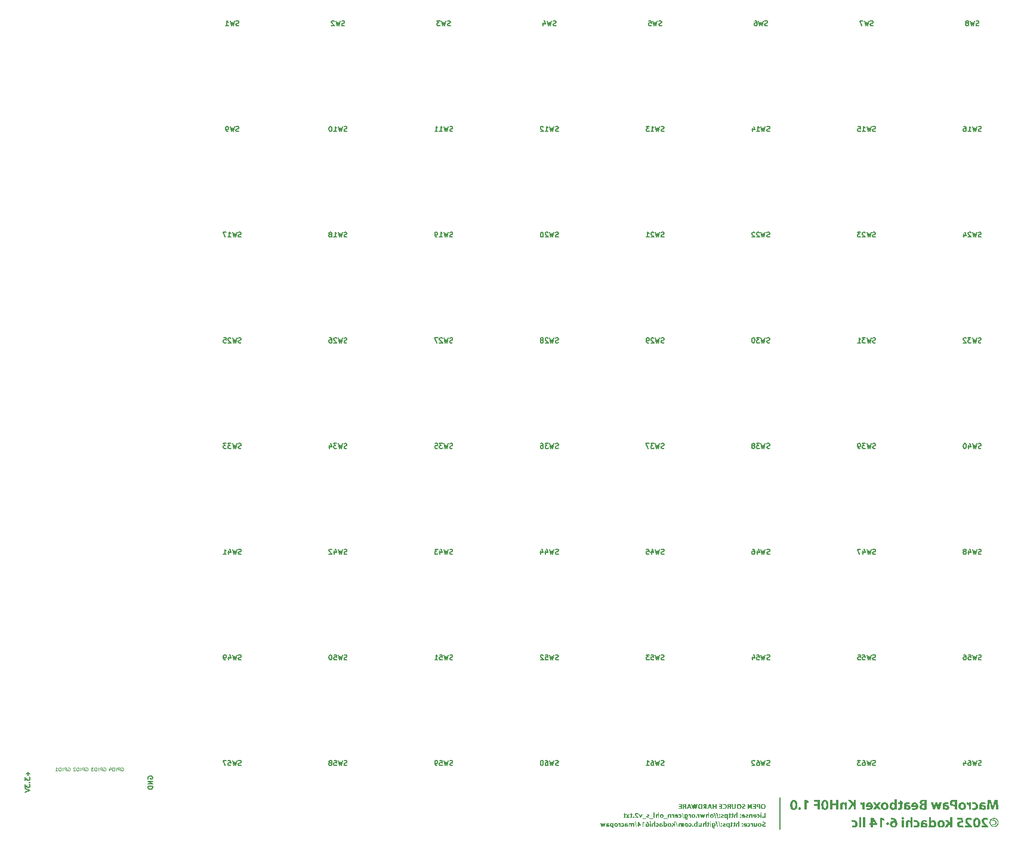
<source format=gbr>
%TF.GenerationSoftware,KiCad,Pcbnew,9.0.1*%
%TF.CreationDate,2025-04-23T11:08:09-04:00*%
%TF.ProjectId,KnH0F,4b6e4830-462e-46b6-9963-61645f706362,rev?*%
%TF.SameCoordinates,Original*%
%TF.FileFunction,Legend,Bot*%
%TF.FilePolarity,Positive*%
%FSLAX46Y46*%
G04 Gerber Fmt 4.6, Leading zero omitted, Abs format (unit mm)*
G04 Created by KiCad (PCBNEW 9.0.1) date 2025-04-23 11:08:09*
%MOMM*%
%LPD*%
G01*
G04 APERTURE LIST*
%ADD10C,0.150000*%
%ADD11C,0.300000*%
%ADD12C,0.125000*%
%ADD13C,0.187500*%
G04 APERTURE END LIST*
D10*
X77933333Y-24502700D02*
X77833333Y-24536033D01*
X77833333Y-24536033D02*
X77666667Y-24536033D01*
X77666667Y-24536033D02*
X77600000Y-24502700D01*
X77600000Y-24502700D02*
X77566667Y-24469366D01*
X77566667Y-24469366D02*
X77533333Y-24402700D01*
X77533333Y-24402700D02*
X77533333Y-24336033D01*
X77533333Y-24336033D02*
X77566667Y-24269366D01*
X77566667Y-24269366D02*
X77600000Y-24236033D01*
X77600000Y-24236033D02*
X77666667Y-24202700D01*
X77666667Y-24202700D02*
X77800000Y-24169366D01*
X77800000Y-24169366D02*
X77866667Y-24136033D01*
X77866667Y-24136033D02*
X77900000Y-24102700D01*
X77900000Y-24102700D02*
X77933333Y-24036033D01*
X77933333Y-24036033D02*
X77933333Y-23969366D01*
X77933333Y-23969366D02*
X77900000Y-23902700D01*
X77900000Y-23902700D02*
X77866667Y-23869366D01*
X77866667Y-23869366D02*
X77800000Y-23836033D01*
X77800000Y-23836033D02*
X77633333Y-23836033D01*
X77633333Y-23836033D02*
X77533333Y-23869366D01*
X77300000Y-23836033D02*
X77133333Y-24536033D01*
X77133333Y-24536033D02*
X77000000Y-24036033D01*
X77000000Y-24036033D02*
X76866666Y-24536033D01*
X76866666Y-24536033D02*
X76700000Y-23836033D01*
X76466666Y-23902700D02*
X76433333Y-23869366D01*
X76433333Y-23869366D02*
X76366666Y-23836033D01*
X76366666Y-23836033D02*
X76200000Y-23836033D01*
X76200000Y-23836033D02*
X76133333Y-23869366D01*
X76133333Y-23869366D02*
X76100000Y-23902700D01*
X76100000Y-23902700D02*
X76066666Y-23969366D01*
X76066666Y-23969366D02*
X76066666Y-24036033D01*
X76066666Y-24036033D02*
X76100000Y-24136033D01*
X76100000Y-24136033D02*
X76500000Y-24536033D01*
X76500000Y-24536033D02*
X76066666Y-24536033D01*
X153266666Y-69502700D02*
X153166666Y-69536033D01*
X153166666Y-69536033D02*
X153000000Y-69536033D01*
X153000000Y-69536033D02*
X152933333Y-69502700D01*
X152933333Y-69502700D02*
X152900000Y-69469366D01*
X152900000Y-69469366D02*
X152866666Y-69402700D01*
X152866666Y-69402700D02*
X152866666Y-69336033D01*
X152866666Y-69336033D02*
X152900000Y-69269366D01*
X152900000Y-69269366D02*
X152933333Y-69236033D01*
X152933333Y-69236033D02*
X153000000Y-69202700D01*
X153000000Y-69202700D02*
X153133333Y-69169366D01*
X153133333Y-69169366D02*
X153200000Y-69136033D01*
X153200000Y-69136033D02*
X153233333Y-69102700D01*
X153233333Y-69102700D02*
X153266666Y-69036033D01*
X153266666Y-69036033D02*
X153266666Y-68969366D01*
X153266666Y-68969366D02*
X153233333Y-68902700D01*
X153233333Y-68902700D02*
X153200000Y-68869366D01*
X153200000Y-68869366D02*
X153133333Y-68836033D01*
X153133333Y-68836033D02*
X152966666Y-68836033D01*
X152966666Y-68836033D02*
X152866666Y-68869366D01*
X152633333Y-68836033D02*
X152466666Y-69536033D01*
X152466666Y-69536033D02*
X152333333Y-69036033D01*
X152333333Y-69036033D02*
X152199999Y-69536033D01*
X152199999Y-69536033D02*
X152033333Y-68836033D01*
X151833333Y-68836033D02*
X151399999Y-68836033D01*
X151399999Y-68836033D02*
X151633333Y-69102700D01*
X151633333Y-69102700D02*
X151533333Y-69102700D01*
X151533333Y-69102700D02*
X151466666Y-69136033D01*
X151466666Y-69136033D02*
X151433333Y-69169366D01*
X151433333Y-69169366D02*
X151399999Y-69236033D01*
X151399999Y-69236033D02*
X151399999Y-69402700D01*
X151399999Y-69402700D02*
X151433333Y-69469366D01*
X151433333Y-69469366D02*
X151466666Y-69502700D01*
X151466666Y-69502700D02*
X151533333Y-69536033D01*
X151533333Y-69536033D02*
X151733333Y-69536033D01*
X151733333Y-69536033D02*
X151799999Y-69502700D01*
X151799999Y-69502700D02*
X151833333Y-69469366D01*
X150733332Y-69536033D02*
X151133332Y-69536033D01*
X150933332Y-69536033D02*
X150933332Y-68836033D01*
X150933332Y-68836033D02*
X150999999Y-68936033D01*
X150999999Y-68936033D02*
X151066666Y-69002700D01*
X151066666Y-69002700D02*
X151133332Y-69036033D01*
X108266666Y-99502700D02*
X108166666Y-99536033D01*
X108166666Y-99536033D02*
X108000000Y-99536033D01*
X108000000Y-99536033D02*
X107933333Y-99502700D01*
X107933333Y-99502700D02*
X107900000Y-99469366D01*
X107900000Y-99469366D02*
X107866666Y-99402700D01*
X107866666Y-99402700D02*
X107866666Y-99336033D01*
X107866666Y-99336033D02*
X107900000Y-99269366D01*
X107900000Y-99269366D02*
X107933333Y-99236033D01*
X107933333Y-99236033D02*
X108000000Y-99202700D01*
X108000000Y-99202700D02*
X108133333Y-99169366D01*
X108133333Y-99169366D02*
X108200000Y-99136033D01*
X108200000Y-99136033D02*
X108233333Y-99102700D01*
X108233333Y-99102700D02*
X108266666Y-99036033D01*
X108266666Y-99036033D02*
X108266666Y-98969366D01*
X108266666Y-98969366D02*
X108233333Y-98902700D01*
X108233333Y-98902700D02*
X108200000Y-98869366D01*
X108200000Y-98869366D02*
X108133333Y-98836033D01*
X108133333Y-98836033D02*
X107966666Y-98836033D01*
X107966666Y-98836033D02*
X107866666Y-98869366D01*
X107633333Y-98836033D02*
X107466666Y-99536033D01*
X107466666Y-99536033D02*
X107333333Y-99036033D01*
X107333333Y-99036033D02*
X107199999Y-99536033D01*
X107199999Y-99536033D02*
X107033333Y-98836033D01*
X106466666Y-99069366D02*
X106466666Y-99536033D01*
X106633333Y-98802700D02*
X106799999Y-99302700D01*
X106799999Y-99302700D02*
X106366666Y-99302700D01*
X105799999Y-99069366D02*
X105799999Y-99536033D01*
X105966666Y-98802700D02*
X106133332Y-99302700D01*
X106133332Y-99302700D02*
X105699999Y-99302700D01*
X78266666Y-39502700D02*
X78166666Y-39536033D01*
X78166666Y-39536033D02*
X78000000Y-39536033D01*
X78000000Y-39536033D02*
X77933333Y-39502700D01*
X77933333Y-39502700D02*
X77900000Y-39469366D01*
X77900000Y-39469366D02*
X77866666Y-39402700D01*
X77866666Y-39402700D02*
X77866666Y-39336033D01*
X77866666Y-39336033D02*
X77900000Y-39269366D01*
X77900000Y-39269366D02*
X77933333Y-39236033D01*
X77933333Y-39236033D02*
X78000000Y-39202700D01*
X78000000Y-39202700D02*
X78133333Y-39169366D01*
X78133333Y-39169366D02*
X78200000Y-39136033D01*
X78200000Y-39136033D02*
X78233333Y-39102700D01*
X78233333Y-39102700D02*
X78266666Y-39036033D01*
X78266666Y-39036033D02*
X78266666Y-38969366D01*
X78266666Y-38969366D02*
X78233333Y-38902700D01*
X78233333Y-38902700D02*
X78200000Y-38869366D01*
X78200000Y-38869366D02*
X78133333Y-38836033D01*
X78133333Y-38836033D02*
X77966666Y-38836033D01*
X77966666Y-38836033D02*
X77866666Y-38869366D01*
X77633333Y-38836033D02*
X77466666Y-39536033D01*
X77466666Y-39536033D02*
X77333333Y-39036033D01*
X77333333Y-39036033D02*
X77199999Y-39536033D01*
X77199999Y-39536033D02*
X77033333Y-38836033D01*
X76399999Y-39536033D02*
X76799999Y-39536033D01*
X76599999Y-39536033D02*
X76599999Y-38836033D01*
X76599999Y-38836033D02*
X76666666Y-38936033D01*
X76666666Y-38936033D02*
X76733333Y-39002700D01*
X76733333Y-39002700D02*
X76799999Y-39036033D01*
X75966666Y-38836033D02*
X75899999Y-38836033D01*
X75899999Y-38836033D02*
X75833332Y-38869366D01*
X75833332Y-38869366D02*
X75799999Y-38902700D01*
X75799999Y-38902700D02*
X75766666Y-38969366D01*
X75766666Y-38969366D02*
X75733332Y-39102700D01*
X75733332Y-39102700D02*
X75733332Y-39269366D01*
X75733332Y-39269366D02*
X75766666Y-39402700D01*
X75766666Y-39402700D02*
X75799999Y-39469366D01*
X75799999Y-39469366D02*
X75833332Y-39502700D01*
X75833332Y-39502700D02*
X75899999Y-39536033D01*
X75899999Y-39536033D02*
X75966666Y-39536033D01*
X75966666Y-39536033D02*
X76033332Y-39502700D01*
X76033332Y-39502700D02*
X76066666Y-39469366D01*
X76066666Y-39469366D02*
X76099999Y-39402700D01*
X76099999Y-39402700D02*
X76133332Y-39269366D01*
X76133332Y-39269366D02*
X76133332Y-39102700D01*
X76133332Y-39102700D02*
X76099999Y-38969366D01*
X76099999Y-38969366D02*
X76066666Y-38902700D01*
X76066666Y-38902700D02*
X76033332Y-38869366D01*
X76033332Y-38869366D02*
X75966666Y-38836033D01*
X138266666Y-114502700D02*
X138166666Y-114536033D01*
X138166666Y-114536033D02*
X138000000Y-114536033D01*
X138000000Y-114536033D02*
X137933333Y-114502700D01*
X137933333Y-114502700D02*
X137900000Y-114469366D01*
X137900000Y-114469366D02*
X137866666Y-114402700D01*
X137866666Y-114402700D02*
X137866666Y-114336033D01*
X137866666Y-114336033D02*
X137900000Y-114269366D01*
X137900000Y-114269366D02*
X137933333Y-114236033D01*
X137933333Y-114236033D02*
X138000000Y-114202700D01*
X138000000Y-114202700D02*
X138133333Y-114169366D01*
X138133333Y-114169366D02*
X138200000Y-114136033D01*
X138200000Y-114136033D02*
X138233333Y-114102700D01*
X138233333Y-114102700D02*
X138266666Y-114036033D01*
X138266666Y-114036033D02*
X138266666Y-113969366D01*
X138266666Y-113969366D02*
X138233333Y-113902700D01*
X138233333Y-113902700D02*
X138200000Y-113869366D01*
X138200000Y-113869366D02*
X138133333Y-113836033D01*
X138133333Y-113836033D02*
X137966666Y-113836033D01*
X137966666Y-113836033D02*
X137866666Y-113869366D01*
X137633333Y-113836033D02*
X137466666Y-114536033D01*
X137466666Y-114536033D02*
X137333333Y-114036033D01*
X137333333Y-114036033D02*
X137199999Y-114536033D01*
X137199999Y-114536033D02*
X137033333Y-113836033D01*
X136433333Y-113836033D02*
X136766666Y-113836033D01*
X136766666Y-113836033D02*
X136799999Y-114169366D01*
X136799999Y-114169366D02*
X136766666Y-114136033D01*
X136766666Y-114136033D02*
X136699999Y-114102700D01*
X136699999Y-114102700D02*
X136533333Y-114102700D01*
X136533333Y-114102700D02*
X136466666Y-114136033D01*
X136466666Y-114136033D02*
X136433333Y-114169366D01*
X136433333Y-114169366D02*
X136399999Y-114236033D01*
X136399999Y-114236033D02*
X136399999Y-114402700D01*
X136399999Y-114402700D02*
X136433333Y-114469366D01*
X136433333Y-114469366D02*
X136466666Y-114502700D01*
X136466666Y-114502700D02*
X136533333Y-114536033D01*
X136533333Y-114536033D02*
X136699999Y-114536033D01*
X136699999Y-114536033D02*
X136766666Y-114502700D01*
X136766666Y-114502700D02*
X136799999Y-114469366D01*
X135799999Y-114069366D02*
X135799999Y-114536033D01*
X135966666Y-113802700D02*
X136133332Y-114302700D01*
X136133332Y-114302700D02*
X135699999Y-114302700D01*
X62933333Y-24502700D02*
X62833333Y-24536033D01*
X62833333Y-24536033D02*
X62666667Y-24536033D01*
X62666667Y-24536033D02*
X62600000Y-24502700D01*
X62600000Y-24502700D02*
X62566667Y-24469366D01*
X62566667Y-24469366D02*
X62533333Y-24402700D01*
X62533333Y-24402700D02*
X62533333Y-24336033D01*
X62533333Y-24336033D02*
X62566667Y-24269366D01*
X62566667Y-24269366D02*
X62600000Y-24236033D01*
X62600000Y-24236033D02*
X62666667Y-24202700D01*
X62666667Y-24202700D02*
X62800000Y-24169366D01*
X62800000Y-24169366D02*
X62866667Y-24136033D01*
X62866667Y-24136033D02*
X62900000Y-24102700D01*
X62900000Y-24102700D02*
X62933333Y-24036033D01*
X62933333Y-24036033D02*
X62933333Y-23969366D01*
X62933333Y-23969366D02*
X62900000Y-23902700D01*
X62900000Y-23902700D02*
X62866667Y-23869366D01*
X62866667Y-23869366D02*
X62800000Y-23836033D01*
X62800000Y-23836033D02*
X62633333Y-23836033D01*
X62633333Y-23836033D02*
X62533333Y-23869366D01*
X62300000Y-23836033D02*
X62133333Y-24536033D01*
X62133333Y-24536033D02*
X62000000Y-24036033D01*
X62000000Y-24036033D02*
X61866666Y-24536033D01*
X61866666Y-24536033D02*
X61700000Y-23836033D01*
X61066666Y-24536033D02*
X61466666Y-24536033D01*
X61266666Y-24536033D02*
X61266666Y-23836033D01*
X61266666Y-23836033D02*
X61333333Y-23936033D01*
X61333333Y-23936033D02*
X61400000Y-24002700D01*
X61400000Y-24002700D02*
X61466666Y-24036033D01*
X138266666Y-84502700D02*
X138166666Y-84536033D01*
X138166666Y-84536033D02*
X138000000Y-84536033D01*
X138000000Y-84536033D02*
X137933333Y-84502700D01*
X137933333Y-84502700D02*
X137900000Y-84469366D01*
X137900000Y-84469366D02*
X137866666Y-84402700D01*
X137866666Y-84402700D02*
X137866666Y-84336033D01*
X137866666Y-84336033D02*
X137900000Y-84269366D01*
X137900000Y-84269366D02*
X137933333Y-84236033D01*
X137933333Y-84236033D02*
X138000000Y-84202700D01*
X138000000Y-84202700D02*
X138133333Y-84169366D01*
X138133333Y-84169366D02*
X138200000Y-84136033D01*
X138200000Y-84136033D02*
X138233333Y-84102700D01*
X138233333Y-84102700D02*
X138266666Y-84036033D01*
X138266666Y-84036033D02*
X138266666Y-83969366D01*
X138266666Y-83969366D02*
X138233333Y-83902700D01*
X138233333Y-83902700D02*
X138200000Y-83869366D01*
X138200000Y-83869366D02*
X138133333Y-83836033D01*
X138133333Y-83836033D02*
X137966666Y-83836033D01*
X137966666Y-83836033D02*
X137866666Y-83869366D01*
X137633333Y-83836033D02*
X137466666Y-84536033D01*
X137466666Y-84536033D02*
X137333333Y-84036033D01*
X137333333Y-84036033D02*
X137199999Y-84536033D01*
X137199999Y-84536033D02*
X137033333Y-83836033D01*
X136833333Y-83836033D02*
X136399999Y-83836033D01*
X136399999Y-83836033D02*
X136633333Y-84102700D01*
X136633333Y-84102700D02*
X136533333Y-84102700D01*
X136533333Y-84102700D02*
X136466666Y-84136033D01*
X136466666Y-84136033D02*
X136433333Y-84169366D01*
X136433333Y-84169366D02*
X136399999Y-84236033D01*
X136399999Y-84236033D02*
X136399999Y-84402700D01*
X136399999Y-84402700D02*
X136433333Y-84469366D01*
X136433333Y-84469366D02*
X136466666Y-84502700D01*
X136466666Y-84502700D02*
X136533333Y-84536033D01*
X136533333Y-84536033D02*
X136733333Y-84536033D01*
X136733333Y-84536033D02*
X136799999Y-84502700D01*
X136799999Y-84502700D02*
X136833333Y-84469366D01*
X135999999Y-84136033D02*
X136066666Y-84102700D01*
X136066666Y-84102700D02*
X136099999Y-84069366D01*
X136099999Y-84069366D02*
X136133332Y-84002700D01*
X136133332Y-84002700D02*
X136133332Y-83969366D01*
X136133332Y-83969366D02*
X136099999Y-83902700D01*
X136099999Y-83902700D02*
X136066666Y-83869366D01*
X136066666Y-83869366D02*
X135999999Y-83836033D01*
X135999999Y-83836033D02*
X135866666Y-83836033D01*
X135866666Y-83836033D02*
X135799999Y-83869366D01*
X135799999Y-83869366D02*
X135766666Y-83902700D01*
X135766666Y-83902700D02*
X135733332Y-83969366D01*
X135733332Y-83969366D02*
X135733332Y-84002700D01*
X135733332Y-84002700D02*
X135766666Y-84069366D01*
X135766666Y-84069366D02*
X135799999Y-84102700D01*
X135799999Y-84102700D02*
X135866666Y-84136033D01*
X135866666Y-84136033D02*
X135999999Y-84136033D01*
X135999999Y-84136033D02*
X136066666Y-84169366D01*
X136066666Y-84169366D02*
X136099999Y-84202700D01*
X136099999Y-84202700D02*
X136133332Y-84269366D01*
X136133332Y-84269366D02*
X136133332Y-84402700D01*
X136133332Y-84402700D02*
X136099999Y-84469366D01*
X136099999Y-84469366D02*
X136066666Y-84502700D01*
X136066666Y-84502700D02*
X135999999Y-84536033D01*
X135999999Y-84536033D02*
X135866666Y-84536033D01*
X135866666Y-84536033D02*
X135799999Y-84502700D01*
X135799999Y-84502700D02*
X135766666Y-84469366D01*
X135766666Y-84469366D02*
X135733332Y-84402700D01*
X135733332Y-84402700D02*
X135733332Y-84269366D01*
X135733332Y-84269366D02*
X135766666Y-84202700D01*
X135766666Y-84202700D02*
X135799999Y-84169366D01*
X135799999Y-84169366D02*
X135866666Y-84136033D01*
X108266666Y-39502700D02*
X108166666Y-39536033D01*
X108166666Y-39536033D02*
X108000000Y-39536033D01*
X108000000Y-39536033D02*
X107933333Y-39502700D01*
X107933333Y-39502700D02*
X107900000Y-39469366D01*
X107900000Y-39469366D02*
X107866666Y-39402700D01*
X107866666Y-39402700D02*
X107866666Y-39336033D01*
X107866666Y-39336033D02*
X107900000Y-39269366D01*
X107900000Y-39269366D02*
X107933333Y-39236033D01*
X107933333Y-39236033D02*
X108000000Y-39202700D01*
X108000000Y-39202700D02*
X108133333Y-39169366D01*
X108133333Y-39169366D02*
X108200000Y-39136033D01*
X108200000Y-39136033D02*
X108233333Y-39102700D01*
X108233333Y-39102700D02*
X108266666Y-39036033D01*
X108266666Y-39036033D02*
X108266666Y-38969366D01*
X108266666Y-38969366D02*
X108233333Y-38902700D01*
X108233333Y-38902700D02*
X108200000Y-38869366D01*
X108200000Y-38869366D02*
X108133333Y-38836033D01*
X108133333Y-38836033D02*
X107966666Y-38836033D01*
X107966666Y-38836033D02*
X107866666Y-38869366D01*
X107633333Y-38836033D02*
X107466666Y-39536033D01*
X107466666Y-39536033D02*
X107333333Y-39036033D01*
X107333333Y-39036033D02*
X107199999Y-39536033D01*
X107199999Y-39536033D02*
X107033333Y-38836033D01*
X106399999Y-39536033D02*
X106799999Y-39536033D01*
X106599999Y-39536033D02*
X106599999Y-38836033D01*
X106599999Y-38836033D02*
X106666666Y-38936033D01*
X106666666Y-38936033D02*
X106733333Y-39002700D01*
X106733333Y-39002700D02*
X106799999Y-39036033D01*
X106133332Y-38902700D02*
X106099999Y-38869366D01*
X106099999Y-38869366D02*
X106033332Y-38836033D01*
X106033332Y-38836033D02*
X105866666Y-38836033D01*
X105866666Y-38836033D02*
X105799999Y-38869366D01*
X105799999Y-38869366D02*
X105766666Y-38902700D01*
X105766666Y-38902700D02*
X105733332Y-38969366D01*
X105733332Y-38969366D02*
X105733332Y-39036033D01*
X105733332Y-39036033D02*
X105766666Y-39136033D01*
X105766666Y-39136033D02*
X106166666Y-39536033D01*
X106166666Y-39536033D02*
X105733332Y-39536033D01*
X138266666Y-39502700D02*
X138166666Y-39536033D01*
X138166666Y-39536033D02*
X138000000Y-39536033D01*
X138000000Y-39536033D02*
X137933333Y-39502700D01*
X137933333Y-39502700D02*
X137900000Y-39469366D01*
X137900000Y-39469366D02*
X137866666Y-39402700D01*
X137866666Y-39402700D02*
X137866666Y-39336033D01*
X137866666Y-39336033D02*
X137900000Y-39269366D01*
X137900000Y-39269366D02*
X137933333Y-39236033D01*
X137933333Y-39236033D02*
X138000000Y-39202700D01*
X138000000Y-39202700D02*
X138133333Y-39169366D01*
X138133333Y-39169366D02*
X138200000Y-39136033D01*
X138200000Y-39136033D02*
X138233333Y-39102700D01*
X138233333Y-39102700D02*
X138266666Y-39036033D01*
X138266666Y-39036033D02*
X138266666Y-38969366D01*
X138266666Y-38969366D02*
X138233333Y-38902700D01*
X138233333Y-38902700D02*
X138200000Y-38869366D01*
X138200000Y-38869366D02*
X138133333Y-38836033D01*
X138133333Y-38836033D02*
X137966666Y-38836033D01*
X137966666Y-38836033D02*
X137866666Y-38869366D01*
X137633333Y-38836033D02*
X137466666Y-39536033D01*
X137466666Y-39536033D02*
X137333333Y-39036033D01*
X137333333Y-39036033D02*
X137199999Y-39536033D01*
X137199999Y-39536033D02*
X137033333Y-38836033D01*
X136399999Y-39536033D02*
X136799999Y-39536033D01*
X136599999Y-39536033D02*
X136599999Y-38836033D01*
X136599999Y-38836033D02*
X136666666Y-38936033D01*
X136666666Y-38936033D02*
X136733333Y-39002700D01*
X136733333Y-39002700D02*
X136799999Y-39036033D01*
X135799999Y-39069366D02*
X135799999Y-39536033D01*
X135966666Y-38802700D02*
X136133332Y-39302700D01*
X136133332Y-39302700D02*
X135699999Y-39302700D01*
X62933333Y-39502700D02*
X62833333Y-39536033D01*
X62833333Y-39536033D02*
X62666667Y-39536033D01*
X62666667Y-39536033D02*
X62600000Y-39502700D01*
X62600000Y-39502700D02*
X62566667Y-39469366D01*
X62566667Y-39469366D02*
X62533333Y-39402700D01*
X62533333Y-39402700D02*
X62533333Y-39336033D01*
X62533333Y-39336033D02*
X62566667Y-39269366D01*
X62566667Y-39269366D02*
X62600000Y-39236033D01*
X62600000Y-39236033D02*
X62666667Y-39202700D01*
X62666667Y-39202700D02*
X62800000Y-39169366D01*
X62800000Y-39169366D02*
X62866667Y-39136033D01*
X62866667Y-39136033D02*
X62900000Y-39102700D01*
X62900000Y-39102700D02*
X62933333Y-39036033D01*
X62933333Y-39036033D02*
X62933333Y-38969366D01*
X62933333Y-38969366D02*
X62900000Y-38902700D01*
X62900000Y-38902700D02*
X62866667Y-38869366D01*
X62866667Y-38869366D02*
X62800000Y-38836033D01*
X62800000Y-38836033D02*
X62633333Y-38836033D01*
X62633333Y-38836033D02*
X62533333Y-38869366D01*
X62300000Y-38836033D02*
X62133333Y-39536033D01*
X62133333Y-39536033D02*
X62000000Y-39036033D01*
X62000000Y-39036033D02*
X61866666Y-39536033D01*
X61866666Y-39536033D02*
X61700000Y-38836033D01*
X61400000Y-39536033D02*
X61266666Y-39536033D01*
X61266666Y-39536033D02*
X61200000Y-39502700D01*
X61200000Y-39502700D02*
X61166666Y-39469366D01*
X61166666Y-39469366D02*
X61100000Y-39369366D01*
X61100000Y-39369366D02*
X61066666Y-39236033D01*
X61066666Y-39236033D02*
X61066666Y-38969366D01*
X61066666Y-38969366D02*
X61100000Y-38902700D01*
X61100000Y-38902700D02*
X61133333Y-38869366D01*
X61133333Y-38869366D02*
X61200000Y-38836033D01*
X61200000Y-38836033D02*
X61333333Y-38836033D01*
X61333333Y-38836033D02*
X61400000Y-38869366D01*
X61400000Y-38869366D02*
X61433333Y-38902700D01*
X61433333Y-38902700D02*
X61466666Y-38969366D01*
X61466666Y-38969366D02*
X61466666Y-39136033D01*
X61466666Y-39136033D02*
X61433333Y-39202700D01*
X61433333Y-39202700D02*
X61400000Y-39236033D01*
X61400000Y-39236033D02*
X61333333Y-39269366D01*
X61333333Y-39269366D02*
X61200000Y-39269366D01*
X61200000Y-39269366D02*
X61133333Y-39236033D01*
X61133333Y-39236033D02*
X61100000Y-39202700D01*
X61100000Y-39202700D02*
X61066666Y-39136033D01*
X153266666Y-129502700D02*
X153166666Y-129536033D01*
X153166666Y-129536033D02*
X153000000Y-129536033D01*
X153000000Y-129536033D02*
X152933333Y-129502700D01*
X152933333Y-129502700D02*
X152900000Y-129469366D01*
X152900000Y-129469366D02*
X152866666Y-129402700D01*
X152866666Y-129402700D02*
X152866666Y-129336033D01*
X152866666Y-129336033D02*
X152900000Y-129269366D01*
X152900000Y-129269366D02*
X152933333Y-129236033D01*
X152933333Y-129236033D02*
X153000000Y-129202700D01*
X153000000Y-129202700D02*
X153133333Y-129169366D01*
X153133333Y-129169366D02*
X153200000Y-129136033D01*
X153200000Y-129136033D02*
X153233333Y-129102700D01*
X153233333Y-129102700D02*
X153266666Y-129036033D01*
X153266666Y-129036033D02*
X153266666Y-128969366D01*
X153266666Y-128969366D02*
X153233333Y-128902700D01*
X153233333Y-128902700D02*
X153200000Y-128869366D01*
X153200000Y-128869366D02*
X153133333Y-128836033D01*
X153133333Y-128836033D02*
X152966666Y-128836033D01*
X152966666Y-128836033D02*
X152866666Y-128869366D01*
X152633333Y-128836033D02*
X152466666Y-129536033D01*
X152466666Y-129536033D02*
X152333333Y-129036033D01*
X152333333Y-129036033D02*
X152199999Y-129536033D01*
X152199999Y-129536033D02*
X152033333Y-128836033D01*
X151466666Y-128836033D02*
X151599999Y-128836033D01*
X151599999Y-128836033D02*
X151666666Y-128869366D01*
X151666666Y-128869366D02*
X151699999Y-128902700D01*
X151699999Y-128902700D02*
X151766666Y-129002700D01*
X151766666Y-129002700D02*
X151799999Y-129136033D01*
X151799999Y-129136033D02*
X151799999Y-129402700D01*
X151799999Y-129402700D02*
X151766666Y-129469366D01*
X151766666Y-129469366D02*
X151733333Y-129502700D01*
X151733333Y-129502700D02*
X151666666Y-129536033D01*
X151666666Y-129536033D02*
X151533333Y-129536033D01*
X151533333Y-129536033D02*
X151466666Y-129502700D01*
X151466666Y-129502700D02*
X151433333Y-129469366D01*
X151433333Y-129469366D02*
X151399999Y-129402700D01*
X151399999Y-129402700D02*
X151399999Y-129236033D01*
X151399999Y-129236033D02*
X151433333Y-129169366D01*
X151433333Y-129169366D02*
X151466666Y-129136033D01*
X151466666Y-129136033D02*
X151533333Y-129102700D01*
X151533333Y-129102700D02*
X151666666Y-129102700D01*
X151666666Y-129102700D02*
X151733333Y-129136033D01*
X151733333Y-129136033D02*
X151766666Y-129169366D01*
X151766666Y-129169366D02*
X151799999Y-129236033D01*
X151166666Y-128836033D02*
X150733332Y-128836033D01*
X150733332Y-128836033D02*
X150966666Y-129102700D01*
X150966666Y-129102700D02*
X150866666Y-129102700D01*
X150866666Y-129102700D02*
X150799999Y-129136033D01*
X150799999Y-129136033D02*
X150766666Y-129169366D01*
X150766666Y-129169366D02*
X150733332Y-129236033D01*
X150733332Y-129236033D02*
X150733332Y-129402700D01*
X150733332Y-129402700D02*
X150766666Y-129469366D01*
X150766666Y-129469366D02*
X150799999Y-129502700D01*
X150799999Y-129502700D02*
X150866666Y-129536033D01*
X150866666Y-129536033D02*
X151066666Y-129536033D01*
X151066666Y-129536033D02*
X151133332Y-129502700D01*
X151133332Y-129502700D02*
X151166666Y-129469366D01*
X152933333Y-24502700D02*
X152833333Y-24536033D01*
X152833333Y-24536033D02*
X152666667Y-24536033D01*
X152666667Y-24536033D02*
X152600000Y-24502700D01*
X152600000Y-24502700D02*
X152566667Y-24469366D01*
X152566667Y-24469366D02*
X152533333Y-24402700D01*
X152533333Y-24402700D02*
X152533333Y-24336033D01*
X152533333Y-24336033D02*
X152566667Y-24269366D01*
X152566667Y-24269366D02*
X152600000Y-24236033D01*
X152600000Y-24236033D02*
X152666667Y-24202700D01*
X152666667Y-24202700D02*
X152800000Y-24169366D01*
X152800000Y-24169366D02*
X152866667Y-24136033D01*
X152866667Y-24136033D02*
X152900000Y-24102700D01*
X152900000Y-24102700D02*
X152933333Y-24036033D01*
X152933333Y-24036033D02*
X152933333Y-23969366D01*
X152933333Y-23969366D02*
X152900000Y-23902700D01*
X152900000Y-23902700D02*
X152866667Y-23869366D01*
X152866667Y-23869366D02*
X152800000Y-23836033D01*
X152800000Y-23836033D02*
X152633333Y-23836033D01*
X152633333Y-23836033D02*
X152533333Y-23869366D01*
X152300000Y-23836033D02*
X152133333Y-24536033D01*
X152133333Y-24536033D02*
X152000000Y-24036033D01*
X152000000Y-24036033D02*
X151866666Y-24536033D01*
X151866666Y-24536033D02*
X151700000Y-23836033D01*
X151500000Y-23836033D02*
X151033333Y-23836033D01*
X151033333Y-23836033D02*
X151333333Y-24536033D01*
X93266666Y-129502700D02*
X93166666Y-129536033D01*
X93166666Y-129536033D02*
X93000000Y-129536033D01*
X93000000Y-129536033D02*
X92933333Y-129502700D01*
X92933333Y-129502700D02*
X92900000Y-129469366D01*
X92900000Y-129469366D02*
X92866666Y-129402700D01*
X92866666Y-129402700D02*
X92866666Y-129336033D01*
X92866666Y-129336033D02*
X92900000Y-129269366D01*
X92900000Y-129269366D02*
X92933333Y-129236033D01*
X92933333Y-129236033D02*
X93000000Y-129202700D01*
X93000000Y-129202700D02*
X93133333Y-129169366D01*
X93133333Y-129169366D02*
X93200000Y-129136033D01*
X93200000Y-129136033D02*
X93233333Y-129102700D01*
X93233333Y-129102700D02*
X93266666Y-129036033D01*
X93266666Y-129036033D02*
X93266666Y-128969366D01*
X93266666Y-128969366D02*
X93233333Y-128902700D01*
X93233333Y-128902700D02*
X93200000Y-128869366D01*
X93200000Y-128869366D02*
X93133333Y-128836033D01*
X93133333Y-128836033D02*
X92966666Y-128836033D01*
X92966666Y-128836033D02*
X92866666Y-128869366D01*
X92633333Y-128836033D02*
X92466666Y-129536033D01*
X92466666Y-129536033D02*
X92333333Y-129036033D01*
X92333333Y-129036033D02*
X92199999Y-129536033D01*
X92199999Y-129536033D02*
X92033333Y-128836033D01*
X91433333Y-128836033D02*
X91766666Y-128836033D01*
X91766666Y-128836033D02*
X91799999Y-129169366D01*
X91799999Y-129169366D02*
X91766666Y-129136033D01*
X91766666Y-129136033D02*
X91699999Y-129102700D01*
X91699999Y-129102700D02*
X91533333Y-129102700D01*
X91533333Y-129102700D02*
X91466666Y-129136033D01*
X91466666Y-129136033D02*
X91433333Y-129169366D01*
X91433333Y-129169366D02*
X91399999Y-129236033D01*
X91399999Y-129236033D02*
X91399999Y-129402700D01*
X91399999Y-129402700D02*
X91433333Y-129469366D01*
X91433333Y-129469366D02*
X91466666Y-129502700D01*
X91466666Y-129502700D02*
X91533333Y-129536033D01*
X91533333Y-129536033D02*
X91699999Y-129536033D01*
X91699999Y-129536033D02*
X91766666Y-129502700D01*
X91766666Y-129502700D02*
X91799999Y-129469366D01*
X91066666Y-129536033D02*
X90933332Y-129536033D01*
X90933332Y-129536033D02*
X90866666Y-129502700D01*
X90866666Y-129502700D02*
X90833332Y-129469366D01*
X90833332Y-129469366D02*
X90766666Y-129369366D01*
X90766666Y-129369366D02*
X90733332Y-129236033D01*
X90733332Y-129236033D02*
X90733332Y-128969366D01*
X90733332Y-128969366D02*
X90766666Y-128902700D01*
X90766666Y-128902700D02*
X90799999Y-128869366D01*
X90799999Y-128869366D02*
X90866666Y-128836033D01*
X90866666Y-128836033D02*
X90999999Y-128836033D01*
X90999999Y-128836033D02*
X91066666Y-128869366D01*
X91066666Y-128869366D02*
X91099999Y-128902700D01*
X91099999Y-128902700D02*
X91133332Y-128969366D01*
X91133332Y-128969366D02*
X91133332Y-129136033D01*
X91133332Y-129136033D02*
X91099999Y-129202700D01*
X91099999Y-129202700D02*
X91066666Y-129236033D01*
X91066666Y-129236033D02*
X90999999Y-129269366D01*
X90999999Y-129269366D02*
X90866666Y-129269366D01*
X90866666Y-129269366D02*
X90799999Y-129236033D01*
X90799999Y-129236033D02*
X90766666Y-129202700D01*
X90766666Y-129202700D02*
X90733332Y-129136033D01*
X108266666Y-129502700D02*
X108166666Y-129536033D01*
X108166666Y-129536033D02*
X108000000Y-129536033D01*
X108000000Y-129536033D02*
X107933333Y-129502700D01*
X107933333Y-129502700D02*
X107900000Y-129469366D01*
X107900000Y-129469366D02*
X107866666Y-129402700D01*
X107866666Y-129402700D02*
X107866666Y-129336033D01*
X107866666Y-129336033D02*
X107900000Y-129269366D01*
X107900000Y-129269366D02*
X107933333Y-129236033D01*
X107933333Y-129236033D02*
X108000000Y-129202700D01*
X108000000Y-129202700D02*
X108133333Y-129169366D01*
X108133333Y-129169366D02*
X108200000Y-129136033D01*
X108200000Y-129136033D02*
X108233333Y-129102700D01*
X108233333Y-129102700D02*
X108266666Y-129036033D01*
X108266666Y-129036033D02*
X108266666Y-128969366D01*
X108266666Y-128969366D02*
X108233333Y-128902700D01*
X108233333Y-128902700D02*
X108200000Y-128869366D01*
X108200000Y-128869366D02*
X108133333Y-128836033D01*
X108133333Y-128836033D02*
X107966666Y-128836033D01*
X107966666Y-128836033D02*
X107866666Y-128869366D01*
X107633333Y-128836033D02*
X107466666Y-129536033D01*
X107466666Y-129536033D02*
X107333333Y-129036033D01*
X107333333Y-129036033D02*
X107199999Y-129536033D01*
X107199999Y-129536033D02*
X107033333Y-128836033D01*
X106466666Y-128836033D02*
X106599999Y-128836033D01*
X106599999Y-128836033D02*
X106666666Y-128869366D01*
X106666666Y-128869366D02*
X106699999Y-128902700D01*
X106699999Y-128902700D02*
X106766666Y-129002700D01*
X106766666Y-129002700D02*
X106799999Y-129136033D01*
X106799999Y-129136033D02*
X106799999Y-129402700D01*
X106799999Y-129402700D02*
X106766666Y-129469366D01*
X106766666Y-129469366D02*
X106733333Y-129502700D01*
X106733333Y-129502700D02*
X106666666Y-129536033D01*
X106666666Y-129536033D02*
X106533333Y-129536033D01*
X106533333Y-129536033D02*
X106466666Y-129502700D01*
X106466666Y-129502700D02*
X106433333Y-129469366D01*
X106433333Y-129469366D02*
X106399999Y-129402700D01*
X106399999Y-129402700D02*
X106399999Y-129236033D01*
X106399999Y-129236033D02*
X106433333Y-129169366D01*
X106433333Y-129169366D02*
X106466666Y-129136033D01*
X106466666Y-129136033D02*
X106533333Y-129102700D01*
X106533333Y-129102700D02*
X106666666Y-129102700D01*
X106666666Y-129102700D02*
X106733333Y-129136033D01*
X106733333Y-129136033D02*
X106766666Y-129169366D01*
X106766666Y-129169366D02*
X106799999Y-129236033D01*
X105966666Y-128836033D02*
X105899999Y-128836033D01*
X105899999Y-128836033D02*
X105833332Y-128869366D01*
X105833332Y-128869366D02*
X105799999Y-128902700D01*
X105799999Y-128902700D02*
X105766666Y-128969366D01*
X105766666Y-128969366D02*
X105733332Y-129102700D01*
X105733332Y-129102700D02*
X105733332Y-129269366D01*
X105733332Y-129269366D02*
X105766666Y-129402700D01*
X105766666Y-129402700D02*
X105799999Y-129469366D01*
X105799999Y-129469366D02*
X105833332Y-129502700D01*
X105833332Y-129502700D02*
X105899999Y-129536033D01*
X105899999Y-129536033D02*
X105966666Y-129536033D01*
X105966666Y-129536033D02*
X106033332Y-129502700D01*
X106033332Y-129502700D02*
X106066666Y-129469366D01*
X106066666Y-129469366D02*
X106099999Y-129402700D01*
X106099999Y-129402700D02*
X106133332Y-129269366D01*
X106133332Y-129269366D02*
X106133332Y-129102700D01*
X106133332Y-129102700D02*
X106099999Y-128969366D01*
X106099999Y-128969366D02*
X106066666Y-128902700D01*
X106066666Y-128902700D02*
X106033332Y-128869366D01*
X106033332Y-128869366D02*
X105966666Y-128836033D01*
X63266666Y-99502700D02*
X63166666Y-99536033D01*
X63166666Y-99536033D02*
X63000000Y-99536033D01*
X63000000Y-99536033D02*
X62933333Y-99502700D01*
X62933333Y-99502700D02*
X62900000Y-99469366D01*
X62900000Y-99469366D02*
X62866666Y-99402700D01*
X62866666Y-99402700D02*
X62866666Y-99336033D01*
X62866666Y-99336033D02*
X62900000Y-99269366D01*
X62900000Y-99269366D02*
X62933333Y-99236033D01*
X62933333Y-99236033D02*
X63000000Y-99202700D01*
X63000000Y-99202700D02*
X63133333Y-99169366D01*
X63133333Y-99169366D02*
X63200000Y-99136033D01*
X63200000Y-99136033D02*
X63233333Y-99102700D01*
X63233333Y-99102700D02*
X63266666Y-99036033D01*
X63266666Y-99036033D02*
X63266666Y-98969366D01*
X63266666Y-98969366D02*
X63233333Y-98902700D01*
X63233333Y-98902700D02*
X63200000Y-98869366D01*
X63200000Y-98869366D02*
X63133333Y-98836033D01*
X63133333Y-98836033D02*
X62966666Y-98836033D01*
X62966666Y-98836033D02*
X62866666Y-98869366D01*
X62633333Y-98836033D02*
X62466666Y-99536033D01*
X62466666Y-99536033D02*
X62333333Y-99036033D01*
X62333333Y-99036033D02*
X62199999Y-99536033D01*
X62199999Y-99536033D02*
X62033333Y-98836033D01*
X61466666Y-99069366D02*
X61466666Y-99536033D01*
X61633333Y-98802700D02*
X61799999Y-99302700D01*
X61799999Y-99302700D02*
X61366666Y-99302700D01*
X60733332Y-99536033D02*
X61133332Y-99536033D01*
X60933332Y-99536033D02*
X60933332Y-98836033D01*
X60933332Y-98836033D02*
X60999999Y-98936033D01*
X60999999Y-98936033D02*
X61066666Y-99002700D01*
X61066666Y-99002700D02*
X61133332Y-99036033D01*
X107933333Y-24502700D02*
X107833333Y-24536033D01*
X107833333Y-24536033D02*
X107666667Y-24536033D01*
X107666667Y-24536033D02*
X107600000Y-24502700D01*
X107600000Y-24502700D02*
X107566667Y-24469366D01*
X107566667Y-24469366D02*
X107533333Y-24402700D01*
X107533333Y-24402700D02*
X107533333Y-24336033D01*
X107533333Y-24336033D02*
X107566667Y-24269366D01*
X107566667Y-24269366D02*
X107600000Y-24236033D01*
X107600000Y-24236033D02*
X107666667Y-24202700D01*
X107666667Y-24202700D02*
X107800000Y-24169366D01*
X107800000Y-24169366D02*
X107866667Y-24136033D01*
X107866667Y-24136033D02*
X107900000Y-24102700D01*
X107900000Y-24102700D02*
X107933333Y-24036033D01*
X107933333Y-24036033D02*
X107933333Y-23969366D01*
X107933333Y-23969366D02*
X107900000Y-23902700D01*
X107900000Y-23902700D02*
X107866667Y-23869366D01*
X107866667Y-23869366D02*
X107800000Y-23836033D01*
X107800000Y-23836033D02*
X107633333Y-23836033D01*
X107633333Y-23836033D02*
X107533333Y-23869366D01*
X107300000Y-23836033D02*
X107133333Y-24536033D01*
X107133333Y-24536033D02*
X107000000Y-24036033D01*
X107000000Y-24036033D02*
X106866666Y-24536033D01*
X106866666Y-24536033D02*
X106700000Y-23836033D01*
X106133333Y-24069366D02*
X106133333Y-24536033D01*
X106300000Y-23802700D02*
X106466666Y-24302700D01*
X106466666Y-24302700D02*
X106033333Y-24302700D01*
X137933333Y-24502700D02*
X137833333Y-24536033D01*
X137833333Y-24536033D02*
X137666667Y-24536033D01*
X137666667Y-24536033D02*
X137600000Y-24502700D01*
X137600000Y-24502700D02*
X137566667Y-24469366D01*
X137566667Y-24469366D02*
X137533333Y-24402700D01*
X137533333Y-24402700D02*
X137533333Y-24336033D01*
X137533333Y-24336033D02*
X137566667Y-24269366D01*
X137566667Y-24269366D02*
X137600000Y-24236033D01*
X137600000Y-24236033D02*
X137666667Y-24202700D01*
X137666667Y-24202700D02*
X137800000Y-24169366D01*
X137800000Y-24169366D02*
X137866667Y-24136033D01*
X137866667Y-24136033D02*
X137900000Y-24102700D01*
X137900000Y-24102700D02*
X137933333Y-24036033D01*
X137933333Y-24036033D02*
X137933333Y-23969366D01*
X137933333Y-23969366D02*
X137900000Y-23902700D01*
X137900000Y-23902700D02*
X137866667Y-23869366D01*
X137866667Y-23869366D02*
X137800000Y-23836033D01*
X137800000Y-23836033D02*
X137633333Y-23836033D01*
X137633333Y-23836033D02*
X137533333Y-23869366D01*
X137300000Y-23836033D02*
X137133333Y-24536033D01*
X137133333Y-24536033D02*
X137000000Y-24036033D01*
X137000000Y-24036033D02*
X136866666Y-24536033D01*
X136866666Y-24536033D02*
X136700000Y-23836033D01*
X136133333Y-23836033D02*
X136266666Y-23836033D01*
X136266666Y-23836033D02*
X136333333Y-23869366D01*
X136333333Y-23869366D02*
X136366666Y-23902700D01*
X136366666Y-23902700D02*
X136433333Y-24002700D01*
X136433333Y-24002700D02*
X136466666Y-24136033D01*
X136466666Y-24136033D02*
X136466666Y-24402700D01*
X136466666Y-24402700D02*
X136433333Y-24469366D01*
X136433333Y-24469366D02*
X136400000Y-24502700D01*
X136400000Y-24502700D02*
X136333333Y-24536033D01*
X136333333Y-24536033D02*
X136200000Y-24536033D01*
X136200000Y-24536033D02*
X136133333Y-24502700D01*
X136133333Y-24502700D02*
X136100000Y-24469366D01*
X136100000Y-24469366D02*
X136066666Y-24402700D01*
X136066666Y-24402700D02*
X136066666Y-24236033D01*
X136066666Y-24236033D02*
X136100000Y-24169366D01*
X136100000Y-24169366D02*
X136133333Y-24136033D01*
X136133333Y-24136033D02*
X136200000Y-24102700D01*
X136200000Y-24102700D02*
X136333333Y-24102700D01*
X136333333Y-24102700D02*
X136400000Y-24136033D01*
X136400000Y-24136033D02*
X136433333Y-24169366D01*
X136433333Y-24169366D02*
X136466666Y-24236033D01*
X138266666Y-129502700D02*
X138166666Y-129536033D01*
X138166666Y-129536033D02*
X138000000Y-129536033D01*
X138000000Y-129536033D02*
X137933333Y-129502700D01*
X137933333Y-129502700D02*
X137900000Y-129469366D01*
X137900000Y-129469366D02*
X137866666Y-129402700D01*
X137866666Y-129402700D02*
X137866666Y-129336033D01*
X137866666Y-129336033D02*
X137900000Y-129269366D01*
X137900000Y-129269366D02*
X137933333Y-129236033D01*
X137933333Y-129236033D02*
X138000000Y-129202700D01*
X138000000Y-129202700D02*
X138133333Y-129169366D01*
X138133333Y-129169366D02*
X138200000Y-129136033D01*
X138200000Y-129136033D02*
X138233333Y-129102700D01*
X138233333Y-129102700D02*
X138266666Y-129036033D01*
X138266666Y-129036033D02*
X138266666Y-128969366D01*
X138266666Y-128969366D02*
X138233333Y-128902700D01*
X138233333Y-128902700D02*
X138200000Y-128869366D01*
X138200000Y-128869366D02*
X138133333Y-128836033D01*
X138133333Y-128836033D02*
X137966666Y-128836033D01*
X137966666Y-128836033D02*
X137866666Y-128869366D01*
X137633333Y-128836033D02*
X137466666Y-129536033D01*
X137466666Y-129536033D02*
X137333333Y-129036033D01*
X137333333Y-129036033D02*
X137199999Y-129536033D01*
X137199999Y-129536033D02*
X137033333Y-128836033D01*
X136466666Y-128836033D02*
X136599999Y-128836033D01*
X136599999Y-128836033D02*
X136666666Y-128869366D01*
X136666666Y-128869366D02*
X136699999Y-128902700D01*
X136699999Y-128902700D02*
X136766666Y-129002700D01*
X136766666Y-129002700D02*
X136799999Y-129136033D01*
X136799999Y-129136033D02*
X136799999Y-129402700D01*
X136799999Y-129402700D02*
X136766666Y-129469366D01*
X136766666Y-129469366D02*
X136733333Y-129502700D01*
X136733333Y-129502700D02*
X136666666Y-129536033D01*
X136666666Y-129536033D02*
X136533333Y-129536033D01*
X136533333Y-129536033D02*
X136466666Y-129502700D01*
X136466666Y-129502700D02*
X136433333Y-129469366D01*
X136433333Y-129469366D02*
X136399999Y-129402700D01*
X136399999Y-129402700D02*
X136399999Y-129236033D01*
X136399999Y-129236033D02*
X136433333Y-129169366D01*
X136433333Y-129169366D02*
X136466666Y-129136033D01*
X136466666Y-129136033D02*
X136533333Y-129102700D01*
X136533333Y-129102700D02*
X136666666Y-129102700D01*
X136666666Y-129102700D02*
X136733333Y-129136033D01*
X136733333Y-129136033D02*
X136766666Y-129169366D01*
X136766666Y-129169366D02*
X136799999Y-129236033D01*
X136133332Y-128902700D02*
X136099999Y-128869366D01*
X136099999Y-128869366D02*
X136033332Y-128836033D01*
X136033332Y-128836033D02*
X135866666Y-128836033D01*
X135866666Y-128836033D02*
X135799999Y-128869366D01*
X135799999Y-128869366D02*
X135766666Y-128902700D01*
X135766666Y-128902700D02*
X135733332Y-128969366D01*
X135733332Y-128969366D02*
X135733332Y-129036033D01*
X135733332Y-129036033D02*
X135766666Y-129136033D01*
X135766666Y-129136033D02*
X136166666Y-129536033D01*
X136166666Y-129536033D02*
X135733332Y-129536033D01*
X93266666Y-54502700D02*
X93166666Y-54536033D01*
X93166666Y-54536033D02*
X93000000Y-54536033D01*
X93000000Y-54536033D02*
X92933333Y-54502700D01*
X92933333Y-54502700D02*
X92900000Y-54469366D01*
X92900000Y-54469366D02*
X92866666Y-54402700D01*
X92866666Y-54402700D02*
X92866666Y-54336033D01*
X92866666Y-54336033D02*
X92900000Y-54269366D01*
X92900000Y-54269366D02*
X92933333Y-54236033D01*
X92933333Y-54236033D02*
X93000000Y-54202700D01*
X93000000Y-54202700D02*
X93133333Y-54169366D01*
X93133333Y-54169366D02*
X93200000Y-54136033D01*
X93200000Y-54136033D02*
X93233333Y-54102700D01*
X93233333Y-54102700D02*
X93266666Y-54036033D01*
X93266666Y-54036033D02*
X93266666Y-53969366D01*
X93266666Y-53969366D02*
X93233333Y-53902700D01*
X93233333Y-53902700D02*
X93200000Y-53869366D01*
X93200000Y-53869366D02*
X93133333Y-53836033D01*
X93133333Y-53836033D02*
X92966666Y-53836033D01*
X92966666Y-53836033D02*
X92866666Y-53869366D01*
X92633333Y-53836033D02*
X92466666Y-54536033D01*
X92466666Y-54536033D02*
X92333333Y-54036033D01*
X92333333Y-54036033D02*
X92199999Y-54536033D01*
X92199999Y-54536033D02*
X92033333Y-53836033D01*
X91399999Y-54536033D02*
X91799999Y-54536033D01*
X91599999Y-54536033D02*
X91599999Y-53836033D01*
X91599999Y-53836033D02*
X91666666Y-53936033D01*
X91666666Y-53936033D02*
X91733333Y-54002700D01*
X91733333Y-54002700D02*
X91799999Y-54036033D01*
X91066666Y-54536033D02*
X90933332Y-54536033D01*
X90933332Y-54536033D02*
X90866666Y-54502700D01*
X90866666Y-54502700D02*
X90833332Y-54469366D01*
X90833332Y-54469366D02*
X90766666Y-54369366D01*
X90766666Y-54369366D02*
X90733332Y-54236033D01*
X90733332Y-54236033D02*
X90733332Y-53969366D01*
X90733332Y-53969366D02*
X90766666Y-53902700D01*
X90766666Y-53902700D02*
X90799999Y-53869366D01*
X90799999Y-53869366D02*
X90866666Y-53836033D01*
X90866666Y-53836033D02*
X90999999Y-53836033D01*
X90999999Y-53836033D02*
X91066666Y-53869366D01*
X91066666Y-53869366D02*
X91099999Y-53902700D01*
X91099999Y-53902700D02*
X91133332Y-53969366D01*
X91133332Y-53969366D02*
X91133332Y-54136033D01*
X91133332Y-54136033D02*
X91099999Y-54202700D01*
X91099999Y-54202700D02*
X91066666Y-54236033D01*
X91066666Y-54236033D02*
X90999999Y-54269366D01*
X90999999Y-54269366D02*
X90866666Y-54269366D01*
X90866666Y-54269366D02*
X90799999Y-54236033D01*
X90799999Y-54236033D02*
X90766666Y-54202700D01*
X90766666Y-54202700D02*
X90733332Y-54136033D01*
X123266666Y-39502700D02*
X123166666Y-39536033D01*
X123166666Y-39536033D02*
X123000000Y-39536033D01*
X123000000Y-39536033D02*
X122933333Y-39502700D01*
X122933333Y-39502700D02*
X122900000Y-39469366D01*
X122900000Y-39469366D02*
X122866666Y-39402700D01*
X122866666Y-39402700D02*
X122866666Y-39336033D01*
X122866666Y-39336033D02*
X122900000Y-39269366D01*
X122900000Y-39269366D02*
X122933333Y-39236033D01*
X122933333Y-39236033D02*
X123000000Y-39202700D01*
X123000000Y-39202700D02*
X123133333Y-39169366D01*
X123133333Y-39169366D02*
X123200000Y-39136033D01*
X123200000Y-39136033D02*
X123233333Y-39102700D01*
X123233333Y-39102700D02*
X123266666Y-39036033D01*
X123266666Y-39036033D02*
X123266666Y-38969366D01*
X123266666Y-38969366D02*
X123233333Y-38902700D01*
X123233333Y-38902700D02*
X123200000Y-38869366D01*
X123200000Y-38869366D02*
X123133333Y-38836033D01*
X123133333Y-38836033D02*
X122966666Y-38836033D01*
X122966666Y-38836033D02*
X122866666Y-38869366D01*
X122633333Y-38836033D02*
X122466666Y-39536033D01*
X122466666Y-39536033D02*
X122333333Y-39036033D01*
X122333333Y-39036033D02*
X122199999Y-39536033D01*
X122199999Y-39536033D02*
X122033333Y-38836033D01*
X121399999Y-39536033D02*
X121799999Y-39536033D01*
X121599999Y-39536033D02*
X121599999Y-38836033D01*
X121599999Y-38836033D02*
X121666666Y-38936033D01*
X121666666Y-38936033D02*
X121733333Y-39002700D01*
X121733333Y-39002700D02*
X121799999Y-39036033D01*
X121166666Y-38836033D02*
X120733332Y-38836033D01*
X120733332Y-38836033D02*
X120966666Y-39102700D01*
X120966666Y-39102700D02*
X120866666Y-39102700D01*
X120866666Y-39102700D02*
X120799999Y-39136033D01*
X120799999Y-39136033D02*
X120766666Y-39169366D01*
X120766666Y-39169366D02*
X120733332Y-39236033D01*
X120733332Y-39236033D02*
X120733332Y-39402700D01*
X120733332Y-39402700D02*
X120766666Y-39469366D01*
X120766666Y-39469366D02*
X120799999Y-39502700D01*
X120799999Y-39502700D02*
X120866666Y-39536033D01*
X120866666Y-39536033D02*
X121066666Y-39536033D01*
X121066666Y-39536033D02*
X121133332Y-39502700D01*
X121133332Y-39502700D02*
X121166666Y-39469366D01*
X93266666Y-84502700D02*
X93166666Y-84536033D01*
X93166666Y-84536033D02*
X93000000Y-84536033D01*
X93000000Y-84536033D02*
X92933333Y-84502700D01*
X92933333Y-84502700D02*
X92900000Y-84469366D01*
X92900000Y-84469366D02*
X92866666Y-84402700D01*
X92866666Y-84402700D02*
X92866666Y-84336033D01*
X92866666Y-84336033D02*
X92900000Y-84269366D01*
X92900000Y-84269366D02*
X92933333Y-84236033D01*
X92933333Y-84236033D02*
X93000000Y-84202700D01*
X93000000Y-84202700D02*
X93133333Y-84169366D01*
X93133333Y-84169366D02*
X93200000Y-84136033D01*
X93200000Y-84136033D02*
X93233333Y-84102700D01*
X93233333Y-84102700D02*
X93266666Y-84036033D01*
X93266666Y-84036033D02*
X93266666Y-83969366D01*
X93266666Y-83969366D02*
X93233333Y-83902700D01*
X93233333Y-83902700D02*
X93200000Y-83869366D01*
X93200000Y-83869366D02*
X93133333Y-83836033D01*
X93133333Y-83836033D02*
X92966666Y-83836033D01*
X92966666Y-83836033D02*
X92866666Y-83869366D01*
X92633333Y-83836033D02*
X92466666Y-84536033D01*
X92466666Y-84536033D02*
X92333333Y-84036033D01*
X92333333Y-84036033D02*
X92199999Y-84536033D01*
X92199999Y-84536033D02*
X92033333Y-83836033D01*
X91833333Y-83836033D02*
X91399999Y-83836033D01*
X91399999Y-83836033D02*
X91633333Y-84102700D01*
X91633333Y-84102700D02*
X91533333Y-84102700D01*
X91533333Y-84102700D02*
X91466666Y-84136033D01*
X91466666Y-84136033D02*
X91433333Y-84169366D01*
X91433333Y-84169366D02*
X91399999Y-84236033D01*
X91399999Y-84236033D02*
X91399999Y-84402700D01*
X91399999Y-84402700D02*
X91433333Y-84469366D01*
X91433333Y-84469366D02*
X91466666Y-84502700D01*
X91466666Y-84502700D02*
X91533333Y-84536033D01*
X91533333Y-84536033D02*
X91733333Y-84536033D01*
X91733333Y-84536033D02*
X91799999Y-84502700D01*
X91799999Y-84502700D02*
X91833333Y-84469366D01*
X90766666Y-83836033D02*
X91099999Y-83836033D01*
X91099999Y-83836033D02*
X91133332Y-84169366D01*
X91133332Y-84169366D02*
X91099999Y-84136033D01*
X91099999Y-84136033D02*
X91033332Y-84102700D01*
X91033332Y-84102700D02*
X90866666Y-84102700D01*
X90866666Y-84102700D02*
X90799999Y-84136033D01*
X90799999Y-84136033D02*
X90766666Y-84169366D01*
X90766666Y-84169366D02*
X90733332Y-84236033D01*
X90733332Y-84236033D02*
X90733332Y-84402700D01*
X90733332Y-84402700D02*
X90766666Y-84469366D01*
X90766666Y-84469366D02*
X90799999Y-84502700D01*
X90799999Y-84502700D02*
X90866666Y-84536033D01*
X90866666Y-84536033D02*
X91033332Y-84536033D01*
X91033332Y-84536033D02*
X91099999Y-84502700D01*
X91099999Y-84502700D02*
X91133332Y-84469366D01*
X168266666Y-114502700D02*
X168166666Y-114536033D01*
X168166666Y-114536033D02*
X168000000Y-114536033D01*
X168000000Y-114536033D02*
X167933333Y-114502700D01*
X167933333Y-114502700D02*
X167900000Y-114469366D01*
X167900000Y-114469366D02*
X167866666Y-114402700D01*
X167866666Y-114402700D02*
X167866666Y-114336033D01*
X167866666Y-114336033D02*
X167900000Y-114269366D01*
X167900000Y-114269366D02*
X167933333Y-114236033D01*
X167933333Y-114236033D02*
X168000000Y-114202700D01*
X168000000Y-114202700D02*
X168133333Y-114169366D01*
X168133333Y-114169366D02*
X168200000Y-114136033D01*
X168200000Y-114136033D02*
X168233333Y-114102700D01*
X168233333Y-114102700D02*
X168266666Y-114036033D01*
X168266666Y-114036033D02*
X168266666Y-113969366D01*
X168266666Y-113969366D02*
X168233333Y-113902700D01*
X168233333Y-113902700D02*
X168200000Y-113869366D01*
X168200000Y-113869366D02*
X168133333Y-113836033D01*
X168133333Y-113836033D02*
X167966666Y-113836033D01*
X167966666Y-113836033D02*
X167866666Y-113869366D01*
X167633333Y-113836033D02*
X167466666Y-114536033D01*
X167466666Y-114536033D02*
X167333333Y-114036033D01*
X167333333Y-114036033D02*
X167199999Y-114536033D01*
X167199999Y-114536033D02*
X167033333Y-113836033D01*
X166433333Y-113836033D02*
X166766666Y-113836033D01*
X166766666Y-113836033D02*
X166799999Y-114169366D01*
X166799999Y-114169366D02*
X166766666Y-114136033D01*
X166766666Y-114136033D02*
X166699999Y-114102700D01*
X166699999Y-114102700D02*
X166533333Y-114102700D01*
X166533333Y-114102700D02*
X166466666Y-114136033D01*
X166466666Y-114136033D02*
X166433333Y-114169366D01*
X166433333Y-114169366D02*
X166399999Y-114236033D01*
X166399999Y-114236033D02*
X166399999Y-114402700D01*
X166399999Y-114402700D02*
X166433333Y-114469366D01*
X166433333Y-114469366D02*
X166466666Y-114502700D01*
X166466666Y-114502700D02*
X166533333Y-114536033D01*
X166533333Y-114536033D02*
X166699999Y-114536033D01*
X166699999Y-114536033D02*
X166766666Y-114502700D01*
X166766666Y-114502700D02*
X166799999Y-114469366D01*
X165799999Y-113836033D02*
X165933332Y-113836033D01*
X165933332Y-113836033D02*
X165999999Y-113869366D01*
X165999999Y-113869366D02*
X166033332Y-113902700D01*
X166033332Y-113902700D02*
X166099999Y-114002700D01*
X166099999Y-114002700D02*
X166133332Y-114136033D01*
X166133332Y-114136033D02*
X166133332Y-114402700D01*
X166133332Y-114402700D02*
X166099999Y-114469366D01*
X166099999Y-114469366D02*
X166066666Y-114502700D01*
X166066666Y-114502700D02*
X165999999Y-114536033D01*
X165999999Y-114536033D02*
X165866666Y-114536033D01*
X165866666Y-114536033D02*
X165799999Y-114502700D01*
X165799999Y-114502700D02*
X165766666Y-114469366D01*
X165766666Y-114469366D02*
X165733332Y-114402700D01*
X165733332Y-114402700D02*
X165733332Y-114236033D01*
X165733332Y-114236033D02*
X165766666Y-114169366D01*
X165766666Y-114169366D02*
X165799999Y-114136033D01*
X165799999Y-114136033D02*
X165866666Y-114102700D01*
X165866666Y-114102700D02*
X165999999Y-114102700D01*
X165999999Y-114102700D02*
X166066666Y-114136033D01*
X166066666Y-114136033D02*
X166099999Y-114169366D01*
X166099999Y-114169366D02*
X166133332Y-114236033D01*
X108266666Y-54502700D02*
X108166666Y-54536033D01*
X108166666Y-54536033D02*
X108000000Y-54536033D01*
X108000000Y-54536033D02*
X107933333Y-54502700D01*
X107933333Y-54502700D02*
X107900000Y-54469366D01*
X107900000Y-54469366D02*
X107866666Y-54402700D01*
X107866666Y-54402700D02*
X107866666Y-54336033D01*
X107866666Y-54336033D02*
X107900000Y-54269366D01*
X107900000Y-54269366D02*
X107933333Y-54236033D01*
X107933333Y-54236033D02*
X108000000Y-54202700D01*
X108000000Y-54202700D02*
X108133333Y-54169366D01*
X108133333Y-54169366D02*
X108200000Y-54136033D01*
X108200000Y-54136033D02*
X108233333Y-54102700D01*
X108233333Y-54102700D02*
X108266666Y-54036033D01*
X108266666Y-54036033D02*
X108266666Y-53969366D01*
X108266666Y-53969366D02*
X108233333Y-53902700D01*
X108233333Y-53902700D02*
X108200000Y-53869366D01*
X108200000Y-53869366D02*
X108133333Y-53836033D01*
X108133333Y-53836033D02*
X107966666Y-53836033D01*
X107966666Y-53836033D02*
X107866666Y-53869366D01*
X107633333Y-53836033D02*
X107466666Y-54536033D01*
X107466666Y-54536033D02*
X107333333Y-54036033D01*
X107333333Y-54036033D02*
X107199999Y-54536033D01*
X107199999Y-54536033D02*
X107033333Y-53836033D01*
X106799999Y-53902700D02*
X106766666Y-53869366D01*
X106766666Y-53869366D02*
X106699999Y-53836033D01*
X106699999Y-53836033D02*
X106533333Y-53836033D01*
X106533333Y-53836033D02*
X106466666Y-53869366D01*
X106466666Y-53869366D02*
X106433333Y-53902700D01*
X106433333Y-53902700D02*
X106399999Y-53969366D01*
X106399999Y-53969366D02*
X106399999Y-54036033D01*
X106399999Y-54036033D02*
X106433333Y-54136033D01*
X106433333Y-54136033D02*
X106833333Y-54536033D01*
X106833333Y-54536033D02*
X106399999Y-54536033D01*
X105966666Y-53836033D02*
X105899999Y-53836033D01*
X105899999Y-53836033D02*
X105833332Y-53869366D01*
X105833332Y-53869366D02*
X105799999Y-53902700D01*
X105799999Y-53902700D02*
X105766666Y-53969366D01*
X105766666Y-53969366D02*
X105733332Y-54102700D01*
X105733332Y-54102700D02*
X105733332Y-54269366D01*
X105733332Y-54269366D02*
X105766666Y-54402700D01*
X105766666Y-54402700D02*
X105799999Y-54469366D01*
X105799999Y-54469366D02*
X105833332Y-54502700D01*
X105833332Y-54502700D02*
X105899999Y-54536033D01*
X105899999Y-54536033D02*
X105966666Y-54536033D01*
X105966666Y-54536033D02*
X106033332Y-54502700D01*
X106033332Y-54502700D02*
X106066666Y-54469366D01*
X106066666Y-54469366D02*
X106099999Y-54402700D01*
X106099999Y-54402700D02*
X106133332Y-54269366D01*
X106133332Y-54269366D02*
X106133332Y-54102700D01*
X106133332Y-54102700D02*
X106099999Y-53969366D01*
X106099999Y-53969366D02*
X106066666Y-53902700D01*
X106066666Y-53902700D02*
X106033332Y-53869366D01*
X106033332Y-53869366D02*
X105966666Y-53836033D01*
X63266666Y-54502700D02*
X63166666Y-54536033D01*
X63166666Y-54536033D02*
X63000000Y-54536033D01*
X63000000Y-54536033D02*
X62933333Y-54502700D01*
X62933333Y-54502700D02*
X62900000Y-54469366D01*
X62900000Y-54469366D02*
X62866666Y-54402700D01*
X62866666Y-54402700D02*
X62866666Y-54336033D01*
X62866666Y-54336033D02*
X62900000Y-54269366D01*
X62900000Y-54269366D02*
X62933333Y-54236033D01*
X62933333Y-54236033D02*
X63000000Y-54202700D01*
X63000000Y-54202700D02*
X63133333Y-54169366D01*
X63133333Y-54169366D02*
X63200000Y-54136033D01*
X63200000Y-54136033D02*
X63233333Y-54102700D01*
X63233333Y-54102700D02*
X63266666Y-54036033D01*
X63266666Y-54036033D02*
X63266666Y-53969366D01*
X63266666Y-53969366D02*
X63233333Y-53902700D01*
X63233333Y-53902700D02*
X63200000Y-53869366D01*
X63200000Y-53869366D02*
X63133333Y-53836033D01*
X63133333Y-53836033D02*
X62966666Y-53836033D01*
X62966666Y-53836033D02*
X62866666Y-53869366D01*
X62633333Y-53836033D02*
X62466666Y-54536033D01*
X62466666Y-54536033D02*
X62333333Y-54036033D01*
X62333333Y-54036033D02*
X62199999Y-54536033D01*
X62199999Y-54536033D02*
X62033333Y-53836033D01*
X61399999Y-54536033D02*
X61799999Y-54536033D01*
X61599999Y-54536033D02*
X61599999Y-53836033D01*
X61599999Y-53836033D02*
X61666666Y-53936033D01*
X61666666Y-53936033D02*
X61733333Y-54002700D01*
X61733333Y-54002700D02*
X61799999Y-54036033D01*
X61166666Y-53836033D02*
X60699999Y-53836033D01*
X60699999Y-53836033D02*
X60999999Y-54536033D01*
X138266666Y-54502700D02*
X138166666Y-54536033D01*
X138166666Y-54536033D02*
X138000000Y-54536033D01*
X138000000Y-54536033D02*
X137933333Y-54502700D01*
X137933333Y-54502700D02*
X137900000Y-54469366D01*
X137900000Y-54469366D02*
X137866666Y-54402700D01*
X137866666Y-54402700D02*
X137866666Y-54336033D01*
X137866666Y-54336033D02*
X137900000Y-54269366D01*
X137900000Y-54269366D02*
X137933333Y-54236033D01*
X137933333Y-54236033D02*
X138000000Y-54202700D01*
X138000000Y-54202700D02*
X138133333Y-54169366D01*
X138133333Y-54169366D02*
X138200000Y-54136033D01*
X138200000Y-54136033D02*
X138233333Y-54102700D01*
X138233333Y-54102700D02*
X138266666Y-54036033D01*
X138266666Y-54036033D02*
X138266666Y-53969366D01*
X138266666Y-53969366D02*
X138233333Y-53902700D01*
X138233333Y-53902700D02*
X138200000Y-53869366D01*
X138200000Y-53869366D02*
X138133333Y-53836033D01*
X138133333Y-53836033D02*
X137966666Y-53836033D01*
X137966666Y-53836033D02*
X137866666Y-53869366D01*
X137633333Y-53836033D02*
X137466666Y-54536033D01*
X137466666Y-54536033D02*
X137333333Y-54036033D01*
X137333333Y-54036033D02*
X137199999Y-54536033D01*
X137199999Y-54536033D02*
X137033333Y-53836033D01*
X136799999Y-53902700D02*
X136766666Y-53869366D01*
X136766666Y-53869366D02*
X136699999Y-53836033D01*
X136699999Y-53836033D02*
X136533333Y-53836033D01*
X136533333Y-53836033D02*
X136466666Y-53869366D01*
X136466666Y-53869366D02*
X136433333Y-53902700D01*
X136433333Y-53902700D02*
X136399999Y-53969366D01*
X136399999Y-53969366D02*
X136399999Y-54036033D01*
X136399999Y-54036033D02*
X136433333Y-54136033D01*
X136433333Y-54136033D02*
X136833333Y-54536033D01*
X136833333Y-54536033D02*
X136399999Y-54536033D01*
X136133332Y-53902700D02*
X136099999Y-53869366D01*
X136099999Y-53869366D02*
X136033332Y-53836033D01*
X136033332Y-53836033D02*
X135866666Y-53836033D01*
X135866666Y-53836033D02*
X135799999Y-53869366D01*
X135799999Y-53869366D02*
X135766666Y-53902700D01*
X135766666Y-53902700D02*
X135733332Y-53969366D01*
X135733332Y-53969366D02*
X135733332Y-54036033D01*
X135733332Y-54036033D02*
X135766666Y-54136033D01*
X135766666Y-54136033D02*
X136166666Y-54536033D01*
X136166666Y-54536033D02*
X135733332Y-54536033D01*
X153266666Y-114502700D02*
X153166666Y-114536033D01*
X153166666Y-114536033D02*
X153000000Y-114536033D01*
X153000000Y-114536033D02*
X152933333Y-114502700D01*
X152933333Y-114502700D02*
X152900000Y-114469366D01*
X152900000Y-114469366D02*
X152866666Y-114402700D01*
X152866666Y-114402700D02*
X152866666Y-114336033D01*
X152866666Y-114336033D02*
X152900000Y-114269366D01*
X152900000Y-114269366D02*
X152933333Y-114236033D01*
X152933333Y-114236033D02*
X153000000Y-114202700D01*
X153000000Y-114202700D02*
X153133333Y-114169366D01*
X153133333Y-114169366D02*
X153200000Y-114136033D01*
X153200000Y-114136033D02*
X153233333Y-114102700D01*
X153233333Y-114102700D02*
X153266666Y-114036033D01*
X153266666Y-114036033D02*
X153266666Y-113969366D01*
X153266666Y-113969366D02*
X153233333Y-113902700D01*
X153233333Y-113902700D02*
X153200000Y-113869366D01*
X153200000Y-113869366D02*
X153133333Y-113836033D01*
X153133333Y-113836033D02*
X152966666Y-113836033D01*
X152966666Y-113836033D02*
X152866666Y-113869366D01*
X152633333Y-113836033D02*
X152466666Y-114536033D01*
X152466666Y-114536033D02*
X152333333Y-114036033D01*
X152333333Y-114036033D02*
X152199999Y-114536033D01*
X152199999Y-114536033D02*
X152033333Y-113836033D01*
X151433333Y-113836033D02*
X151766666Y-113836033D01*
X151766666Y-113836033D02*
X151799999Y-114169366D01*
X151799999Y-114169366D02*
X151766666Y-114136033D01*
X151766666Y-114136033D02*
X151699999Y-114102700D01*
X151699999Y-114102700D02*
X151533333Y-114102700D01*
X151533333Y-114102700D02*
X151466666Y-114136033D01*
X151466666Y-114136033D02*
X151433333Y-114169366D01*
X151433333Y-114169366D02*
X151399999Y-114236033D01*
X151399999Y-114236033D02*
X151399999Y-114402700D01*
X151399999Y-114402700D02*
X151433333Y-114469366D01*
X151433333Y-114469366D02*
X151466666Y-114502700D01*
X151466666Y-114502700D02*
X151533333Y-114536033D01*
X151533333Y-114536033D02*
X151699999Y-114536033D01*
X151699999Y-114536033D02*
X151766666Y-114502700D01*
X151766666Y-114502700D02*
X151799999Y-114469366D01*
X150766666Y-113836033D02*
X151099999Y-113836033D01*
X151099999Y-113836033D02*
X151133332Y-114169366D01*
X151133332Y-114169366D02*
X151099999Y-114136033D01*
X151099999Y-114136033D02*
X151033332Y-114102700D01*
X151033332Y-114102700D02*
X150866666Y-114102700D01*
X150866666Y-114102700D02*
X150799999Y-114136033D01*
X150799999Y-114136033D02*
X150766666Y-114169366D01*
X150766666Y-114169366D02*
X150733332Y-114236033D01*
X150733332Y-114236033D02*
X150733332Y-114402700D01*
X150733332Y-114402700D02*
X150766666Y-114469366D01*
X150766666Y-114469366D02*
X150799999Y-114502700D01*
X150799999Y-114502700D02*
X150866666Y-114536033D01*
X150866666Y-114536033D02*
X151033332Y-114536033D01*
X151033332Y-114536033D02*
X151099999Y-114502700D01*
X151099999Y-114502700D02*
X151133332Y-114469366D01*
X123266666Y-54502700D02*
X123166666Y-54536033D01*
X123166666Y-54536033D02*
X123000000Y-54536033D01*
X123000000Y-54536033D02*
X122933333Y-54502700D01*
X122933333Y-54502700D02*
X122900000Y-54469366D01*
X122900000Y-54469366D02*
X122866666Y-54402700D01*
X122866666Y-54402700D02*
X122866666Y-54336033D01*
X122866666Y-54336033D02*
X122900000Y-54269366D01*
X122900000Y-54269366D02*
X122933333Y-54236033D01*
X122933333Y-54236033D02*
X123000000Y-54202700D01*
X123000000Y-54202700D02*
X123133333Y-54169366D01*
X123133333Y-54169366D02*
X123200000Y-54136033D01*
X123200000Y-54136033D02*
X123233333Y-54102700D01*
X123233333Y-54102700D02*
X123266666Y-54036033D01*
X123266666Y-54036033D02*
X123266666Y-53969366D01*
X123266666Y-53969366D02*
X123233333Y-53902700D01*
X123233333Y-53902700D02*
X123200000Y-53869366D01*
X123200000Y-53869366D02*
X123133333Y-53836033D01*
X123133333Y-53836033D02*
X122966666Y-53836033D01*
X122966666Y-53836033D02*
X122866666Y-53869366D01*
X122633333Y-53836033D02*
X122466666Y-54536033D01*
X122466666Y-54536033D02*
X122333333Y-54036033D01*
X122333333Y-54036033D02*
X122199999Y-54536033D01*
X122199999Y-54536033D02*
X122033333Y-53836033D01*
X121799999Y-53902700D02*
X121766666Y-53869366D01*
X121766666Y-53869366D02*
X121699999Y-53836033D01*
X121699999Y-53836033D02*
X121533333Y-53836033D01*
X121533333Y-53836033D02*
X121466666Y-53869366D01*
X121466666Y-53869366D02*
X121433333Y-53902700D01*
X121433333Y-53902700D02*
X121399999Y-53969366D01*
X121399999Y-53969366D02*
X121399999Y-54036033D01*
X121399999Y-54036033D02*
X121433333Y-54136033D01*
X121433333Y-54136033D02*
X121833333Y-54536033D01*
X121833333Y-54536033D02*
X121399999Y-54536033D01*
X120733332Y-54536033D02*
X121133332Y-54536033D01*
X120933332Y-54536033D02*
X120933332Y-53836033D01*
X120933332Y-53836033D02*
X120999999Y-53936033D01*
X120999999Y-53936033D02*
X121066666Y-54002700D01*
X121066666Y-54002700D02*
X121133332Y-54036033D01*
X63266666Y-114502700D02*
X63166666Y-114536033D01*
X63166666Y-114536033D02*
X63000000Y-114536033D01*
X63000000Y-114536033D02*
X62933333Y-114502700D01*
X62933333Y-114502700D02*
X62900000Y-114469366D01*
X62900000Y-114469366D02*
X62866666Y-114402700D01*
X62866666Y-114402700D02*
X62866666Y-114336033D01*
X62866666Y-114336033D02*
X62900000Y-114269366D01*
X62900000Y-114269366D02*
X62933333Y-114236033D01*
X62933333Y-114236033D02*
X63000000Y-114202700D01*
X63000000Y-114202700D02*
X63133333Y-114169366D01*
X63133333Y-114169366D02*
X63200000Y-114136033D01*
X63200000Y-114136033D02*
X63233333Y-114102700D01*
X63233333Y-114102700D02*
X63266666Y-114036033D01*
X63266666Y-114036033D02*
X63266666Y-113969366D01*
X63266666Y-113969366D02*
X63233333Y-113902700D01*
X63233333Y-113902700D02*
X63200000Y-113869366D01*
X63200000Y-113869366D02*
X63133333Y-113836033D01*
X63133333Y-113836033D02*
X62966666Y-113836033D01*
X62966666Y-113836033D02*
X62866666Y-113869366D01*
X62633333Y-113836033D02*
X62466666Y-114536033D01*
X62466666Y-114536033D02*
X62333333Y-114036033D01*
X62333333Y-114036033D02*
X62199999Y-114536033D01*
X62199999Y-114536033D02*
X62033333Y-113836033D01*
X61466666Y-114069366D02*
X61466666Y-114536033D01*
X61633333Y-113802700D02*
X61799999Y-114302700D01*
X61799999Y-114302700D02*
X61366666Y-114302700D01*
X61066666Y-114536033D02*
X60933332Y-114536033D01*
X60933332Y-114536033D02*
X60866666Y-114502700D01*
X60866666Y-114502700D02*
X60833332Y-114469366D01*
X60833332Y-114469366D02*
X60766666Y-114369366D01*
X60766666Y-114369366D02*
X60733332Y-114236033D01*
X60733332Y-114236033D02*
X60733332Y-113969366D01*
X60733332Y-113969366D02*
X60766666Y-113902700D01*
X60766666Y-113902700D02*
X60799999Y-113869366D01*
X60799999Y-113869366D02*
X60866666Y-113836033D01*
X60866666Y-113836033D02*
X60999999Y-113836033D01*
X60999999Y-113836033D02*
X61066666Y-113869366D01*
X61066666Y-113869366D02*
X61099999Y-113902700D01*
X61099999Y-113902700D02*
X61133332Y-113969366D01*
X61133332Y-113969366D02*
X61133332Y-114136033D01*
X61133332Y-114136033D02*
X61099999Y-114202700D01*
X61099999Y-114202700D02*
X61066666Y-114236033D01*
X61066666Y-114236033D02*
X60999999Y-114269366D01*
X60999999Y-114269366D02*
X60866666Y-114269366D01*
X60866666Y-114269366D02*
X60799999Y-114236033D01*
X60799999Y-114236033D02*
X60766666Y-114202700D01*
X60766666Y-114202700D02*
X60733332Y-114136033D01*
X108266666Y-114502700D02*
X108166666Y-114536033D01*
X108166666Y-114536033D02*
X108000000Y-114536033D01*
X108000000Y-114536033D02*
X107933333Y-114502700D01*
X107933333Y-114502700D02*
X107900000Y-114469366D01*
X107900000Y-114469366D02*
X107866666Y-114402700D01*
X107866666Y-114402700D02*
X107866666Y-114336033D01*
X107866666Y-114336033D02*
X107900000Y-114269366D01*
X107900000Y-114269366D02*
X107933333Y-114236033D01*
X107933333Y-114236033D02*
X108000000Y-114202700D01*
X108000000Y-114202700D02*
X108133333Y-114169366D01*
X108133333Y-114169366D02*
X108200000Y-114136033D01*
X108200000Y-114136033D02*
X108233333Y-114102700D01*
X108233333Y-114102700D02*
X108266666Y-114036033D01*
X108266666Y-114036033D02*
X108266666Y-113969366D01*
X108266666Y-113969366D02*
X108233333Y-113902700D01*
X108233333Y-113902700D02*
X108200000Y-113869366D01*
X108200000Y-113869366D02*
X108133333Y-113836033D01*
X108133333Y-113836033D02*
X107966666Y-113836033D01*
X107966666Y-113836033D02*
X107866666Y-113869366D01*
X107633333Y-113836033D02*
X107466666Y-114536033D01*
X107466666Y-114536033D02*
X107333333Y-114036033D01*
X107333333Y-114036033D02*
X107199999Y-114536033D01*
X107199999Y-114536033D02*
X107033333Y-113836033D01*
X106433333Y-113836033D02*
X106766666Y-113836033D01*
X106766666Y-113836033D02*
X106799999Y-114169366D01*
X106799999Y-114169366D02*
X106766666Y-114136033D01*
X106766666Y-114136033D02*
X106699999Y-114102700D01*
X106699999Y-114102700D02*
X106533333Y-114102700D01*
X106533333Y-114102700D02*
X106466666Y-114136033D01*
X106466666Y-114136033D02*
X106433333Y-114169366D01*
X106433333Y-114169366D02*
X106399999Y-114236033D01*
X106399999Y-114236033D02*
X106399999Y-114402700D01*
X106399999Y-114402700D02*
X106433333Y-114469366D01*
X106433333Y-114469366D02*
X106466666Y-114502700D01*
X106466666Y-114502700D02*
X106533333Y-114536033D01*
X106533333Y-114536033D02*
X106699999Y-114536033D01*
X106699999Y-114536033D02*
X106766666Y-114502700D01*
X106766666Y-114502700D02*
X106799999Y-114469366D01*
X106133332Y-113902700D02*
X106099999Y-113869366D01*
X106099999Y-113869366D02*
X106033332Y-113836033D01*
X106033332Y-113836033D02*
X105866666Y-113836033D01*
X105866666Y-113836033D02*
X105799999Y-113869366D01*
X105799999Y-113869366D02*
X105766666Y-113902700D01*
X105766666Y-113902700D02*
X105733332Y-113969366D01*
X105733332Y-113969366D02*
X105733332Y-114036033D01*
X105733332Y-114036033D02*
X105766666Y-114136033D01*
X105766666Y-114136033D02*
X106166666Y-114536033D01*
X106166666Y-114536033D02*
X105733332Y-114536033D01*
X93266666Y-114502700D02*
X93166666Y-114536033D01*
X93166666Y-114536033D02*
X93000000Y-114536033D01*
X93000000Y-114536033D02*
X92933333Y-114502700D01*
X92933333Y-114502700D02*
X92900000Y-114469366D01*
X92900000Y-114469366D02*
X92866666Y-114402700D01*
X92866666Y-114402700D02*
X92866666Y-114336033D01*
X92866666Y-114336033D02*
X92900000Y-114269366D01*
X92900000Y-114269366D02*
X92933333Y-114236033D01*
X92933333Y-114236033D02*
X93000000Y-114202700D01*
X93000000Y-114202700D02*
X93133333Y-114169366D01*
X93133333Y-114169366D02*
X93200000Y-114136033D01*
X93200000Y-114136033D02*
X93233333Y-114102700D01*
X93233333Y-114102700D02*
X93266666Y-114036033D01*
X93266666Y-114036033D02*
X93266666Y-113969366D01*
X93266666Y-113969366D02*
X93233333Y-113902700D01*
X93233333Y-113902700D02*
X93200000Y-113869366D01*
X93200000Y-113869366D02*
X93133333Y-113836033D01*
X93133333Y-113836033D02*
X92966666Y-113836033D01*
X92966666Y-113836033D02*
X92866666Y-113869366D01*
X92633333Y-113836033D02*
X92466666Y-114536033D01*
X92466666Y-114536033D02*
X92333333Y-114036033D01*
X92333333Y-114036033D02*
X92199999Y-114536033D01*
X92199999Y-114536033D02*
X92033333Y-113836033D01*
X91433333Y-113836033D02*
X91766666Y-113836033D01*
X91766666Y-113836033D02*
X91799999Y-114169366D01*
X91799999Y-114169366D02*
X91766666Y-114136033D01*
X91766666Y-114136033D02*
X91699999Y-114102700D01*
X91699999Y-114102700D02*
X91533333Y-114102700D01*
X91533333Y-114102700D02*
X91466666Y-114136033D01*
X91466666Y-114136033D02*
X91433333Y-114169366D01*
X91433333Y-114169366D02*
X91399999Y-114236033D01*
X91399999Y-114236033D02*
X91399999Y-114402700D01*
X91399999Y-114402700D02*
X91433333Y-114469366D01*
X91433333Y-114469366D02*
X91466666Y-114502700D01*
X91466666Y-114502700D02*
X91533333Y-114536033D01*
X91533333Y-114536033D02*
X91699999Y-114536033D01*
X91699999Y-114536033D02*
X91766666Y-114502700D01*
X91766666Y-114502700D02*
X91799999Y-114469366D01*
X90733332Y-114536033D02*
X91133332Y-114536033D01*
X90933332Y-114536033D02*
X90933332Y-113836033D01*
X90933332Y-113836033D02*
X90999999Y-113936033D01*
X90999999Y-113936033D02*
X91066666Y-114002700D01*
X91066666Y-114002700D02*
X91133332Y-114036033D01*
X168266666Y-99502700D02*
X168166666Y-99536033D01*
X168166666Y-99536033D02*
X168000000Y-99536033D01*
X168000000Y-99536033D02*
X167933333Y-99502700D01*
X167933333Y-99502700D02*
X167900000Y-99469366D01*
X167900000Y-99469366D02*
X167866666Y-99402700D01*
X167866666Y-99402700D02*
X167866666Y-99336033D01*
X167866666Y-99336033D02*
X167900000Y-99269366D01*
X167900000Y-99269366D02*
X167933333Y-99236033D01*
X167933333Y-99236033D02*
X168000000Y-99202700D01*
X168000000Y-99202700D02*
X168133333Y-99169366D01*
X168133333Y-99169366D02*
X168200000Y-99136033D01*
X168200000Y-99136033D02*
X168233333Y-99102700D01*
X168233333Y-99102700D02*
X168266666Y-99036033D01*
X168266666Y-99036033D02*
X168266666Y-98969366D01*
X168266666Y-98969366D02*
X168233333Y-98902700D01*
X168233333Y-98902700D02*
X168200000Y-98869366D01*
X168200000Y-98869366D02*
X168133333Y-98836033D01*
X168133333Y-98836033D02*
X167966666Y-98836033D01*
X167966666Y-98836033D02*
X167866666Y-98869366D01*
X167633333Y-98836033D02*
X167466666Y-99536033D01*
X167466666Y-99536033D02*
X167333333Y-99036033D01*
X167333333Y-99036033D02*
X167199999Y-99536033D01*
X167199999Y-99536033D02*
X167033333Y-98836033D01*
X166466666Y-99069366D02*
X166466666Y-99536033D01*
X166633333Y-98802700D02*
X166799999Y-99302700D01*
X166799999Y-99302700D02*
X166366666Y-99302700D01*
X165999999Y-99136033D02*
X166066666Y-99102700D01*
X166066666Y-99102700D02*
X166099999Y-99069366D01*
X166099999Y-99069366D02*
X166133332Y-99002700D01*
X166133332Y-99002700D02*
X166133332Y-98969366D01*
X166133332Y-98969366D02*
X166099999Y-98902700D01*
X166099999Y-98902700D02*
X166066666Y-98869366D01*
X166066666Y-98869366D02*
X165999999Y-98836033D01*
X165999999Y-98836033D02*
X165866666Y-98836033D01*
X165866666Y-98836033D02*
X165799999Y-98869366D01*
X165799999Y-98869366D02*
X165766666Y-98902700D01*
X165766666Y-98902700D02*
X165733332Y-98969366D01*
X165733332Y-98969366D02*
X165733332Y-99002700D01*
X165733332Y-99002700D02*
X165766666Y-99069366D01*
X165766666Y-99069366D02*
X165799999Y-99102700D01*
X165799999Y-99102700D02*
X165866666Y-99136033D01*
X165866666Y-99136033D02*
X165999999Y-99136033D01*
X165999999Y-99136033D02*
X166066666Y-99169366D01*
X166066666Y-99169366D02*
X166099999Y-99202700D01*
X166099999Y-99202700D02*
X166133332Y-99269366D01*
X166133332Y-99269366D02*
X166133332Y-99402700D01*
X166133332Y-99402700D02*
X166099999Y-99469366D01*
X166099999Y-99469366D02*
X166066666Y-99502700D01*
X166066666Y-99502700D02*
X165999999Y-99536033D01*
X165999999Y-99536033D02*
X165866666Y-99536033D01*
X165866666Y-99536033D02*
X165799999Y-99502700D01*
X165799999Y-99502700D02*
X165766666Y-99469366D01*
X165766666Y-99469366D02*
X165733332Y-99402700D01*
X165733332Y-99402700D02*
X165733332Y-99269366D01*
X165733332Y-99269366D02*
X165766666Y-99202700D01*
X165766666Y-99202700D02*
X165799999Y-99169366D01*
X165799999Y-99169366D02*
X165866666Y-99136033D01*
X153266666Y-84502700D02*
X153166666Y-84536033D01*
X153166666Y-84536033D02*
X153000000Y-84536033D01*
X153000000Y-84536033D02*
X152933333Y-84502700D01*
X152933333Y-84502700D02*
X152900000Y-84469366D01*
X152900000Y-84469366D02*
X152866666Y-84402700D01*
X152866666Y-84402700D02*
X152866666Y-84336033D01*
X152866666Y-84336033D02*
X152900000Y-84269366D01*
X152900000Y-84269366D02*
X152933333Y-84236033D01*
X152933333Y-84236033D02*
X153000000Y-84202700D01*
X153000000Y-84202700D02*
X153133333Y-84169366D01*
X153133333Y-84169366D02*
X153200000Y-84136033D01*
X153200000Y-84136033D02*
X153233333Y-84102700D01*
X153233333Y-84102700D02*
X153266666Y-84036033D01*
X153266666Y-84036033D02*
X153266666Y-83969366D01*
X153266666Y-83969366D02*
X153233333Y-83902700D01*
X153233333Y-83902700D02*
X153200000Y-83869366D01*
X153200000Y-83869366D02*
X153133333Y-83836033D01*
X153133333Y-83836033D02*
X152966666Y-83836033D01*
X152966666Y-83836033D02*
X152866666Y-83869366D01*
X152633333Y-83836033D02*
X152466666Y-84536033D01*
X152466666Y-84536033D02*
X152333333Y-84036033D01*
X152333333Y-84036033D02*
X152199999Y-84536033D01*
X152199999Y-84536033D02*
X152033333Y-83836033D01*
X151833333Y-83836033D02*
X151399999Y-83836033D01*
X151399999Y-83836033D02*
X151633333Y-84102700D01*
X151633333Y-84102700D02*
X151533333Y-84102700D01*
X151533333Y-84102700D02*
X151466666Y-84136033D01*
X151466666Y-84136033D02*
X151433333Y-84169366D01*
X151433333Y-84169366D02*
X151399999Y-84236033D01*
X151399999Y-84236033D02*
X151399999Y-84402700D01*
X151399999Y-84402700D02*
X151433333Y-84469366D01*
X151433333Y-84469366D02*
X151466666Y-84502700D01*
X151466666Y-84502700D02*
X151533333Y-84536033D01*
X151533333Y-84536033D02*
X151733333Y-84536033D01*
X151733333Y-84536033D02*
X151799999Y-84502700D01*
X151799999Y-84502700D02*
X151833333Y-84469366D01*
X151066666Y-84536033D02*
X150933332Y-84536033D01*
X150933332Y-84536033D02*
X150866666Y-84502700D01*
X150866666Y-84502700D02*
X150833332Y-84469366D01*
X150833332Y-84469366D02*
X150766666Y-84369366D01*
X150766666Y-84369366D02*
X150733332Y-84236033D01*
X150733332Y-84236033D02*
X150733332Y-83969366D01*
X150733332Y-83969366D02*
X150766666Y-83902700D01*
X150766666Y-83902700D02*
X150799999Y-83869366D01*
X150799999Y-83869366D02*
X150866666Y-83836033D01*
X150866666Y-83836033D02*
X150999999Y-83836033D01*
X150999999Y-83836033D02*
X151066666Y-83869366D01*
X151066666Y-83869366D02*
X151099999Y-83902700D01*
X151099999Y-83902700D02*
X151133332Y-83969366D01*
X151133332Y-83969366D02*
X151133332Y-84136033D01*
X151133332Y-84136033D02*
X151099999Y-84202700D01*
X151099999Y-84202700D02*
X151066666Y-84236033D01*
X151066666Y-84236033D02*
X150999999Y-84269366D01*
X150999999Y-84269366D02*
X150866666Y-84269366D01*
X150866666Y-84269366D02*
X150799999Y-84236033D01*
X150799999Y-84236033D02*
X150766666Y-84202700D01*
X150766666Y-84202700D02*
X150733332Y-84136033D01*
X78266666Y-54502700D02*
X78166666Y-54536033D01*
X78166666Y-54536033D02*
X78000000Y-54536033D01*
X78000000Y-54536033D02*
X77933333Y-54502700D01*
X77933333Y-54502700D02*
X77900000Y-54469366D01*
X77900000Y-54469366D02*
X77866666Y-54402700D01*
X77866666Y-54402700D02*
X77866666Y-54336033D01*
X77866666Y-54336033D02*
X77900000Y-54269366D01*
X77900000Y-54269366D02*
X77933333Y-54236033D01*
X77933333Y-54236033D02*
X78000000Y-54202700D01*
X78000000Y-54202700D02*
X78133333Y-54169366D01*
X78133333Y-54169366D02*
X78200000Y-54136033D01*
X78200000Y-54136033D02*
X78233333Y-54102700D01*
X78233333Y-54102700D02*
X78266666Y-54036033D01*
X78266666Y-54036033D02*
X78266666Y-53969366D01*
X78266666Y-53969366D02*
X78233333Y-53902700D01*
X78233333Y-53902700D02*
X78200000Y-53869366D01*
X78200000Y-53869366D02*
X78133333Y-53836033D01*
X78133333Y-53836033D02*
X77966666Y-53836033D01*
X77966666Y-53836033D02*
X77866666Y-53869366D01*
X77633333Y-53836033D02*
X77466666Y-54536033D01*
X77466666Y-54536033D02*
X77333333Y-54036033D01*
X77333333Y-54036033D02*
X77199999Y-54536033D01*
X77199999Y-54536033D02*
X77033333Y-53836033D01*
X76399999Y-54536033D02*
X76799999Y-54536033D01*
X76599999Y-54536033D02*
X76599999Y-53836033D01*
X76599999Y-53836033D02*
X76666666Y-53936033D01*
X76666666Y-53936033D02*
X76733333Y-54002700D01*
X76733333Y-54002700D02*
X76799999Y-54036033D01*
X75999999Y-54136033D02*
X76066666Y-54102700D01*
X76066666Y-54102700D02*
X76099999Y-54069366D01*
X76099999Y-54069366D02*
X76133332Y-54002700D01*
X76133332Y-54002700D02*
X76133332Y-53969366D01*
X76133332Y-53969366D02*
X76099999Y-53902700D01*
X76099999Y-53902700D02*
X76066666Y-53869366D01*
X76066666Y-53869366D02*
X75999999Y-53836033D01*
X75999999Y-53836033D02*
X75866666Y-53836033D01*
X75866666Y-53836033D02*
X75799999Y-53869366D01*
X75799999Y-53869366D02*
X75766666Y-53902700D01*
X75766666Y-53902700D02*
X75733332Y-53969366D01*
X75733332Y-53969366D02*
X75733332Y-54002700D01*
X75733332Y-54002700D02*
X75766666Y-54069366D01*
X75766666Y-54069366D02*
X75799999Y-54102700D01*
X75799999Y-54102700D02*
X75866666Y-54136033D01*
X75866666Y-54136033D02*
X75999999Y-54136033D01*
X75999999Y-54136033D02*
X76066666Y-54169366D01*
X76066666Y-54169366D02*
X76099999Y-54202700D01*
X76099999Y-54202700D02*
X76133332Y-54269366D01*
X76133332Y-54269366D02*
X76133332Y-54402700D01*
X76133332Y-54402700D02*
X76099999Y-54469366D01*
X76099999Y-54469366D02*
X76066666Y-54502700D01*
X76066666Y-54502700D02*
X75999999Y-54536033D01*
X75999999Y-54536033D02*
X75866666Y-54536033D01*
X75866666Y-54536033D02*
X75799999Y-54502700D01*
X75799999Y-54502700D02*
X75766666Y-54469366D01*
X75766666Y-54469366D02*
X75733332Y-54402700D01*
X75733332Y-54402700D02*
X75733332Y-54269366D01*
X75733332Y-54269366D02*
X75766666Y-54202700D01*
X75766666Y-54202700D02*
X75799999Y-54169366D01*
X75799999Y-54169366D02*
X75866666Y-54136033D01*
X122933333Y-24502700D02*
X122833333Y-24536033D01*
X122833333Y-24536033D02*
X122666667Y-24536033D01*
X122666667Y-24536033D02*
X122600000Y-24502700D01*
X122600000Y-24502700D02*
X122566667Y-24469366D01*
X122566667Y-24469366D02*
X122533333Y-24402700D01*
X122533333Y-24402700D02*
X122533333Y-24336033D01*
X122533333Y-24336033D02*
X122566667Y-24269366D01*
X122566667Y-24269366D02*
X122600000Y-24236033D01*
X122600000Y-24236033D02*
X122666667Y-24202700D01*
X122666667Y-24202700D02*
X122800000Y-24169366D01*
X122800000Y-24169366D02*
X122866667Y-24136033D01*
X122866667Y-24136033D02*
X122900000Y-24102700D01*
X122900000Y-24102700D02*
X122933333Y-24036033D01*
X122933333Y-24036033D02*
X122933333Y-23969366D01*
X122933333Y-23969366D02*
X122900000Y-23902700D01*
X122900000Y-23902700D02*
X122866667Y-23869366D01*
X122866667Y-23869366D02*
X122800000Y-23836033D01*
X122800000Y-23836033D02*
X122633333Y-23836033D01*
X122633333Y-23836033D02*
X122533333Y-23869366D01*
X122300000Y-23836033D02*
X122133333Y-24536033D01*
X122133333Y-24536033D02*
X122000000Y-24036033D01*
X122000000Y-24036033D02*
X121866666Y-24536033D01*
X121866666Y-24536033D02*
X121700000Y-23836033D01*
X121100000Y-23836033D02*
X121433333Y-23836033D01*
X121433333Y-23836033D02*
X121466666Y-24169366D01*
X121466666Y-24169366D02*
X121433333Y-24136033D01*
X121433333Y-24136033D02*
X121366666Y-24102700D01*
X121366666Y-24102700D02*
X121200000Y-24102700D01*
X121200000Y-24102700D02*
X121133333Y-24136033D01*
X121133333Y-24136033D02*
X121100000Y-24169366D01*
X121100000Y-24169366D02*
X121066666Y-24236033D01*
X121066666Y-24236033D02*
X121066666Y-24402700D01*
X121066666Y-24402700D02*
X121100000Y-24469366D01*
X121100000Y-24469366D02*
X121133333Y-24502700D01*
X121133333Y-24502700D02*
X121200000Y-24536033D01*
X121200000Y-24536033D02*
X121366666Y-24536033D01*
X121366666Y-24536033D02*
X121433333Y-24502700D01*
X121433333Y-24502700D02*
X121466666Y-24469366D01*
X167933333Y-24502700D02*
X167833333Y-24536033D01*
X167833333Y-24536033D02*
X167666667Y-24536033D01*
X167666667Y-24536033D02*
X167600000Y-24502700D01*
X167600000Y-24502700D02*
X167566667Y-24469366D01*
X167566667Y-24469366D02*
X167533333Y-24402700D01*
X167533333Y-24402700D02*
X167533333Y-24336033D01*
X167533333Y-24336033D02*
X167566667Y-24269366D01*
X167566667Y-24269366D02*
X167600000Y-24236033D01*
X167600000Y-24236033D02*
X167666667Y-24202700D01*
X167666667Y-24202700D02*
X167800000Y-24169366D01*
X167800000Y-24169366D02*
X167866667Y-24136033D01*
X167866667Y-24136033D02*
X167900000Y-24102700D01*
X167900000Y-24102700D02*
X167933333Y-24036033D01*
X167933333Y-24036033D02*
X167933333Y-23969366D01*
X167933333Y-23969366D02*
X167900000Y-23902700D01*
X167900000Y-23902700D02*
X167866667Y-23869366D01*
X167866667Y-23869366D02*
X167800000Y-23836033D01*
X167800000Y-23836033D02*
X167633333Y-23836033D01*
X167633333Y-23836033D02*
X167533333Y-23869366D01*
X167300000Y-23836033D02*
X167133333Y-24536033D01*
X167133333Y-24536033D02*
X167000000Y-24036033D01*
X167000000Y-24036033D02*
X166866666Y-24536033D01*
X166866666Y-24536033D02*
X166700000Y-23836033D01*
X166333333Y-24136033D02*
X166400000Y-24102700D01*
X166400000Y-24102700D02*
X166433333Y-24069366D01*
X166433333Y-24069366D02*
X166466666Y-24002700D01*
X166466666Y-24002700D02*
X166466666Y-23969366D01*
X166466666Y-23969366D02*
X166433333Y-23902700D01*
X166433333Y-23902700D02*
X166400000Y-23869366D01*
X166400000Y-23869366D02*
X166333333Y-23836033D01*
X166333333Y-23836033D02*
X166200000Y-23836033D01*
X166200000Y-23836033D02*
X166133333Y-23869366D01*
X166133333Y-23869366D02*
X166100000Y-23902700D01*
X166100000Y-23902700D02*
X166066666Y-23969366D01*
X166066666Y-23969366D02*
X166066666Y-24002700D01*
X166066666Y-24002700D02*
X166100000Y-24069366D01*
X166100000Y-24069366D02*
X166133333Y-24102700D01*
X166133333Y-24102700D02*
X166200000Y-24136033D01*
X166200000Y-24136033D02*
X166333333Y-24136033D01*
X166333333Y-24136033D02*
X166400000Y-24169366D01*
X166400000Y-24169366D02*
X166433333Y-24202700D01*
X166433333Y-24202700D02*
X166466666Y-24269366D01*
X166466666Y-24269366D02*
X166466666Y-24402700D01*
X166466666Y-24402700D02*
X166433333Y-24469366D01*
X166433333Y-24469366D02*
X166400000Y-24502700D01*
X166400000Y-24502700D02*
X166333333Y-24536033D01*
X166333333Y-24536033D02*
X166200000Y-24536033D01*
X166200000Y-24536033D02*
X166133333Y-24502700D01*
X166133333Y-24502700D02*
X166100000Y-24469366D01*
X166100000Y-24469366D02*
X166066666Y-24402700D01*
X166066666Y-24402700D02*
X166066666Y-24269366D01*
X166066666Y-24269366D02*
X166100000Y-24202700D01*
X166100000Y-24202700D02*
X166133333Y-24169366D01*
X166133333Y-24169366D02*
X166200000Y-24136033D01*
X63266666Y-69502700D02*
X63166666Y-69536033D01*
X63166666Y-69536033D02*
X63000000Y-69536033D01*
X63000000Y-69536033D02*
X62933333Y-69502700D01*
X62933333Y-69502700D02*
X62900000Y-69469366D01*
X62900000Y-69469366D02*
X62866666Y-69402700D01*
X62866666Y-69402700D02*
X62866666Y-69336033D01*
X62866666Y-69336033D02*
X62900000Y-69269366D01*
X62900000Y-69269366D02*
X62933333Y-69236033D01*
X62933333Y-69236033D02*
X63000000Y-69202700D01*
X63000000Y-69202700D02*
X63133333Y-69169366D01*
X63133333Y-69169366D02*
X63200000Y-69136033D01*
X63200000Y-69136033D02*
X63233333Y-69102700D01*
X63233333Y-69102700D02*
X63266666Y-69036033D01*
X63266666Y-69036033D02*
X63266666Y-68969366D01*
X63266666Y-68969366D02*
X63233333Y-68902700D01*
X63233333Y-68902700D02*
X63200000Y-68869366D01*
X63200000Y-68869366D02*
X63133333Y-68836033D01*
X63133333Y-68836033D02*
X62966666Y-68836033D01*
X62966666Y-68836033D02*
X62866666Y-68869366D01*
X62633333Y-68836033D02*
X62466666Y-69536033D01*
X62466666Y-69536033D02*
X62333333Y-69036033D01*
X62333333Y-69036033D02*
X62199999Y-69536033D01*
X62199999Y-69536033D02*
X62033333Y-68836033D01*
X61799999Y-68902700D02*
X61766666Y-68869366D01*
X61766666Y-68869366D02*
X61699999Y-68836033D01*
X61699999Y-68836033D02*
X61533333Y-68836033D01*
X61533333Y-68836033D02*
X61466666Y-68869366D01*
X61466666Y-68869366D02*
X61433333Y-68902700D01*
X61433333Y-68902700D02*
X61399999Y-68969366D01*
X61399999Y-68969366D02*
X61399999Y-69036033D01*
X61399999Y-69036033D02*
X61433333Y-69136033D01*
X61433333Y-69136033D02*
X61833333Y-69536033D01*
X61833333Y-69536033D02*
X61399999Y-69536033D01*
X60766666Y-68836033D02*
X61099999Y-68836033D01*
X61099999Y-68836033D02*
X61133332Y-69169366D01*
X61133332Y-69169366D02*
X61099999Y-69136033D01*
X61099999Y-69136033D02*
X61033332Y-69102700D01*
X61033332Y-69102700D02*
X60866666Y-69102700D01*
X60866666Y-69102700D02*
X60799999Y-69136033D01*
X60799999Y-69136033D02*
X60766666Y-69169366D01*
X60766666Y-69169366D02*
X60733332Y-69236033D01*
X60733332Y-69236033D02*
X60733332Y-69402700D01*
X60733332Y-69402700D02*
X60766666Y-69469366D01*
X60766666Y-69469366D02*
X60799999Y-69502700D01*
X60799999Y-69502700D02*
X60866666Y-69536033D01*
X60866666Y-69536033D02*
X61033332Y-69536033D01*
X61033332Y-69536033D02*
X61099999Y-69502700D01*
X61099999Y-69502700D02*
X61133332Y-69469366D01*
X123266666Y-99502700D02*
X123166666Y-99536033D01*
X123166666Y-99536033D02*
X123000000Y-99536033D01*
X123000000Y-99536033D02*
X122933333Y-99502700D01*
X122933333Y-99502700D02*
X122900000Y-99469366D01*
X122900000Y-99469366D02*
X122866666Y-99402700D01*
X122866666Y-99402700D02*
X122866666Y-99336033D01*
X122866666Y-99336033D02*
X122900000Y-99269366D01*
X122900000Y-99269366D02*
X122933333Y-99236033D01*
X122933333Y-99236033D02*
X123000000Y-99202700D01*
X123000000Y-99202700D02*
X123133333Y-99169366D01*
X123133333Y-99169366D02*
X123200000Y-99136033D01*
X123200000Y-99136033D02*
X123233333Y-99102700D01*
X123233333Y-99102700D02*
X123266666Y-99036033D01*
X123266666Y-99036033D02*
X123266666Y-98969366D01*
X123266666Y-98969366D02*
X123233333Y-98902700D01*
X123233333Y-98902700D02*
X123200000Y-98869366D01*
X123200000Y-98869366D02*
X123133333Y-98836033D01*
X123133333Y-98836033D02*
X122966666Y-98836033D01*
X122966666Y-98836033D02*
X122866666Y-98869366D01*
X122633333Y-98836033D02*
X122466666Y-99536033D01*
X122466666Y-99536033D02*
X122333333Y-99036033D01*
X122333333Y-99036033D02*
X122199999Y-99536033D01*
X122199999Y-99536033D02*
X122033333Y-98836033D01*
X121466666Y-99069366D02*
X121466666Y-99536033D01*
X121633333Y-98802700D02*
X121799999Y-99302700D01*
X121799999Y-99302700D02*
X121366666Y-99302700D01*
X120766666Y-98836033D02*
X121099999Y-98836033D01*
X121099999Y-98836033D02*
X121133332Y-99169366D01*
X121133332Y-99169366D02*
X121099999Y-99136033D01*
X121099999Y-99136033D02*
X121033332Y-99102700D01*
X121033332Y-99102700D02*
X120866666Y-99102700D01*
X120866666Y-99102700D02*
X120799999Y-99136033D01*
X120799999Y-99136033D02*
X120766666Y-99169366D01*
X120766666Y-99169366D02*
X120733332Y-99236033D01*
X120733332Y-99236033D02*
X120733332Y-99402700D01*
X120733332Y-99402700D02*
X120766666Y-99469366D01*
X120766666Y-99469366D02*
X120799999Y-99502700D01*
X120799999Y-99502700D02*
X120866666Y-99536033D01*
X120866666Y-99536033D02*
X121033332Y-99536033D01*
X121033332Y-99536033D02*
X121099999Y-99502700D01*
X121099999Y-99502700D02*
X121133332Y-99469366D01*
X93266666Y-99502700D02*
X93166666Y-99536033D01*
X93166666Y-99536033D02*
X93000000Y-99536033D01*
X93000000Y-99536033D02*
X92933333Y-99502700D01*
X92933333Y-99502700D02*
X92900000Y-99469366D01*
X92900000Y-99469366D02*
X92866666Y-99402700D01*
X92866666Y-99402700D02*
X92866666Y-99336033D01*
X92866666Y-99336033D02*
X92900000Y-99269366D01*
X92900000Y-99269366D02*
X92933333Y-99236033D01*
X92933333Y-99236033D02*
X93000000Y-99202700D01*
X93000000Y-99202700D02*
X93133333Y-99169366D01*
X93133333Y-99169366D02*
X93200000Y-99136033D01*
X93200000Y-99136033D02*
X93233333Y-99102700D01*
X93233333Y-99102700D02*
X93266666Y-99036033D01*
X93266666Y-99036033D02*
X93266666Y-98969366D01*
X93266666Y-98969366D02*
X93233333Y-98902700D01*
X93233333Y-98902700D02*
X93200000Y-98869366D01*
X93200000Y-98869366D02*
X93133333Y-98836033D01*
X93133333Y-98836033D02*
X92966666Y-98836033D01*
X92966666Y-98836033D02*
X92866666Y-98869366D01*
X92633333Y-98836033D02*
X92466666Y-99536033D01*
X92466666Y-99536033D02*
X92333333Y-99036033D01*
X92333333Y-99036033D02*
X92199999Y-99536033D01*
X92199999Y-99536033D02*
X92033333Y-98836033D01*
X91466666Y-99069366D02*
X91466666Y-99536033D01*
X91633333Y-98802700D02*
X91799999Y-99302700D01*
X91799999Y-99302700D02*
X91366666Y-99302700D01*
X91166666Y-98836033D02*
X90733332Y-98836033D01*
X90733332Y-98836033D02*
X90966666Y-99102700D01*
X90966666Y-99102700D02*
X90866666Y-99102700D01*
X90866666Y-99102700D02*
X90799999Y-99136033D01*
X90799999Y-99136033D02*
X90766666Y-99169366D01*
X90766666Y-99169366D02*
X90733332Y-99236033D01*
X90733332Y-99236033D02*
X90733332Y-99402700D01*
X90733332Y-99402700D02*
X90766666Y-99469366D01*
X90766666Y-99469366D02*
X90799999Y-99502700D01*
X90799999Y-99502700D02*
X90866666Y-99536033D01*
X90866666Y-99536033D02*
X91066666Y-99536033D01*
X91066666Y-99536033D02*
X91133332Y-99502700D01*
X91133332Y-99502700D02*
X91166666Y-99469366D01*
X108266666Y-84502700D02*
X108166666Y-84536033D01*
X108166666Y-84536033D02*
X108000000Y-84536033D01*
X108000000Y-84536033D02*
X107933333Y-84502700D01*
X107933333Y-84502700D02*
X107900000Y-84469366D01*
X107900000Y-84469366D02*
X107866666Y-84402700D01*
X107866666Y-84402700D02*
X107866666Y-84336033D01*
X107866666Y-84336033D02*
X107900000Y-84269366D01*
X107900000Y-84269366D02*
X107933333Y-84236033D01*
X107933333Y-84236033D02*
X108000000Y-84202700D01*
X108000000Y-84202700D02*
X108133333Y-84169366D01*
X108133333Y-84169366D02*
X108200000Y-84136033D01*
X108200000Y-84136033D02*
X108233333Y-84102700D01*
X108233333Y-84102700D02*
X108266666Y-84036033D01*
X108266666Y-84036033D02*
X108266666Y-83969366D01*
X108266666Y-83969366D02*
X108233333Y-83902700D01*
X108233333Y-83902700D02*
X108200000Y-83869366D01*
X108200000Y-83869366D02*
X108133333Y-83836033D01*
X108133333Y-83836033D02*
X107966666Y-83836033D01*
X107966666Y-83836033D02*
X107866666Y-83869366D01*
X107633333Y-83836033D02*
X107466666Y-84536033D01*
X107466666Y-84536033D02*
X107333333Y-84036033D01*
X107333333Y-84036033D02*
X107199999Y-84536033D01*
X107199999Y-84536033D02*
X107033333Y-83836033D01*
X106833333Y-83836033D02*
X106399999Y-83836033D01*
X106399999Y-83836033D02*
X106633333Y-84102700D01*
X106633333Y-84102700D02*
X106533333Y-84102700D01*
X106533333Y-84102700D02*
X106466666Y-84136033D01*
X106466666Y-84136033D02*
X106433333Y-84169366D01*
X106433333Y-84169366D02*
X106399999Y-84236033D01*
X106399999Y-84236033D02*
X106399999Y-84402700D01*
X106399999Y-84402700D02*
X106433333Y-84469366D01*
X106433333Y-84469366D02*
X106466666Y-84502700D01*
X106466666Y-84502700D02*
X106533333Y-84536033D01*
X106533333Y-84536033D02*
X106733333Y-84536033D01*
X106733333Y-84536033D02*
X106799999Y-84502700D01*
X106799999Y-84502700D02*
X106833333Y-84469366D01*
X105799999Y-83836033D02*
X105933332Y-83836033D01*
X105933332Y-83836033D02*
X105999999Y-83869366D01*
X105999999Y-83869366D02*
X106033332Y-83902700D01*
X106033332Y-83902700D02*
X106099999Y-84002700D01*
X106099999Y-84002700D02*
X106133332Y-84136033D01*
X106133332Y-84136033D02*
X106133332Y-84402700D01*
X106133332Y-84402700D02*
X106099999Y-84469366D01*
X106099999Y-84469366D02*
X106066666Y-84502700D01*
X106066666Y-84502700D02*
X105999999Y-84536033D01*
X105999999Y-84536033D02*
X105866666Y-84536033D01*
X105866666Y-84536033D02*
X105799999Y-84502700D01*
X105799999Y-84502700D02*
X105766666Y-84469366D01*
X105766666Y-84469366D02*
X105733332Y-84402700D01*
X105733332Y-84402700D02*
X105733332Y-84236033D01*
X105733332Y-84236033D02*
X105766666Y-84169366D01*
X105766666Y-84169366D02*
X105799999Y-84136033D01*
X105799999Y-84136033D02*
X105866666Y-84102700D01*
X105866666Y-84102700D02*
X105999999Y-84102700D01*
X105999999Y-84102700D02*
X106066666Y-84136033D01*
X106066666Y-84136033D02*
X106099999Y-84169366D01*
X106099999Y-84169366D02*
X106133332Y-84236033D01*
X78266666Y-99502700D02*
X78166666Y-99536033D01*
X78166666Y-99536033D02*
X78000000Y-99536033D01*
X78000000Y-99536033D02*
X77933333Y-99502700D01*
X77933333Y-99502700D02*
X77900000Y-99469366D01*
X77900000Y-99469366D02*
X77866666Y-99402700D01*
X77866666Y-99402700D02*
X77866666Y-99336033D01*
X77866666Y-99336033D02*
X77900000Y-99269366D01*
X77900000Y-99269366D02*
X77933333Y-99236033D01*
X77933333Y-99236033D02*
X78000000Y-99202700D01*
X78000000Y-99202700D02*
X78133333Y-99169366D01*
X78133333Y-99169366D02*
X78200000Y-99136033D01*
X78200000Y-99136033D02*
X78233333Y-99102700D01*
X78233333Y-99102700D02*
X78266666Y-99036033D01*
X78266666Y-99036033D02*
X78266666Y-98969366D01*
X78266666Y-98969366D02*
X78233333Y-98902700D01*
X78233333Y-98902700D02*
X78200000Y-98869366D01*
X78200000Y-98869366D02*
X78133333Y-98836033D01*
X78133333Y-98836033D02*
X77966666Y-98836033D01*
X77966666Y-98836033D02*
X77866666Y-98869366D01*
X77633333Y-98836033D02*
X77466666Y-99536033D01*
X77466666Y-99536033D02*
X77333333Y-99036033D01*
X77333333Y-99036033D02*
X77199999Y-99536033D01*
X77199999Y-99536033D02*
X77033333Y-98836033D01*
X76466666Y-99069366D02*
X76466666Y-99536033D01*
X76633333Y-98802700D02*
X76799999Y-99302700D01*
X76799999Y-99302700D02*
X76366666Y-99302700D01*
X76133332Y-98902700D02*
X76099999Y-98869366D01*
X76099999Y-98869366D02*
X76033332Y-98836033D01*
X76033332Y-98836033D02*
X75866666Y-98836033D01*
X75866666Y-98836033D02*
X75799999Y-98869366D01*
X75799999Y-98869366D02*
X75766666Y-98902700D01*
X75766666Y-98902700D02*
X75733332Y-98969366D01*
X75733332Y-98969366D02*
X75733332Y-99036033D01*
X75733332Y-99036033D02*
X75766666Y-99136033D01*
X75766666Y-99136033D02*
X76166666Y-99536033D01*
X76166666Y-99536033D02*
X75733332Y-99536033D01*
X92933333Y-24502700D02*
X92833333Y-24536033D01*
X92833333Y-24536033D02*
X92666667Y-24536033D01*
X92666667Y-24536033D02*
X92600000Y-24502700D01*
X92600000Y-24502700D02*
X92566667Y-24469366D01*
X92566667Y-24469366D02*
X92533333Y-24402700D01*
X92533333Y-24402700D02*
X92533333Y-24336033D01*
X92533333Y-24336033D02*
X92566667Y-24269366D01*
X92566667Y-24269366D02*
X92600000Y-24236033D01*
X92600000Y-24236033D02*
X92666667Y-24202700D01*
X92666667Y-24202700D02*
X92800000Y-24169366D01*
X92800000Y-24169366D02*
X92866667Y-24136033D01*
X92866667Y-24136033D02*
X92900000Y-24102700D01*
X92900000Y-24102700D02*
X92933333Y-24036033D01*
X92933333Y-24036033D02*
X92933333Y-23969366D01*
X92933333Y-23969366D02*
X92900000Y-23902700D01*
X92900000Y-23902700D02*
X92866667Y-23869366D01*
X92866667Y-23869366D02*
X92800000Y-23836033D01*
X92800000Y-23836033D02*
X92633333Y-23836033D01*
X92633333Y-23836033D02*
X92533333Y-23869366D01*
X92300000Y-23836033D02*
X92133333Y-24536033D01*
X92133333Y-24536033D02*
X92000000Y-24036033D01*
X92000000Y-24036033D02*
X91866666Y-24536033D01*
X91866666Y-24536033D02*
X91700000Y-23836033D01*
X91500000Y-23836033D02*
X91066666Y-23836033D01*
X91066666Y-23836033D02*
X91300000Y-24102700D01*
X91300000Y-24102700D02*
X91200000Y-24102700D01*
X91200000Y-24102700D02*
X91133333Y-24136033D01*
X91133333Y-24136033D02*
X91100000Y-24169366D01*
X91100000Y-24169366D02*
X91066666Y-24236033D01*
X91066666Y-24236033D02*
X91066666Y-24402700D01*
X91066666Y-24402700D02*
X91100000Y-24469366D01*
X91100000Y-24469366D02*
X91133333Y-24502700D01*
X91133333Y-24502700D02*
X91200000Y-24536033D01*
X91200000Y-24536033D02*
X91400000Y-24536033D01*
X91400000Y-24536033D02*
X91466666Y-24502700D01*
X91466666Y-24502700D02*
X91500000Y-24469366D01*
X153266666Y-99502700D02*
X153166666Y-99536033D01*
X153166666Y-99536033D02*
X153000000Y-99536033D01*
X153000000Y-99536033D02*
X152933333Y-99502700D01*
X152933333Y-99502700D02*
X152900000Y-99469366D01*
X152900000Y-99469366D02*
X152866666Y-99402700D01*
X152866666Y-99402700D02*
X152866666Y-99336033D01*
X152866666Y-99336033D02*
X152900000Y-99269366D01*
X152900000Y-99269366D02*
X152933333Y-99236033D01*
X152933333Y-99236033D02*
X153000000Y-99202700D01*
X153000000Y-99202700D02*
X153133333Y-99169366D01*
X153133333Y-99169366D02*
X153200000Y-99136033D01*
X153200000Y-99136033D02*
X153233333Y-99102700D01*
X153233333Y-99102700D02*
X153266666Y-99036033D01*
X153266666Y-99036033D02*
X153266666Y-98969366D01*
X153266666Y-98969366D02*
X153233333Y-98902700D01*
X153233333Y-98902700D02*
X153200000Y-98869366D01*
X153200000Y-98869366D02*
X153133333Y-98836033D01*
X153133333Y-98836033D02*
X152966666Y-98836033D01*
X152966666Y-98836033D02*
X152866666Y-98869366D01*
X152633333Y-98836033D02*
X152466666Y-99536033D01*
X152466666Y-99536033D02*
X152333333Y-99036033D01*
X152333333Y-99036033D02*
X152199999Y-99536033D01*
X152199999Y-99536033D02*
X152033333Y-98836033D01*
X151466666Y-99069366D02*
X151466666Y-99536033D01*
X151633333Y-98802700D02*
X151799999Y-99302700D01*
X151799999Y-99302700D02*
X151366666Y-99302700D01*
X151166666Y-98836033D02*
X150699999Y-98836033D01*
X150699999Y-98836033D02*
X150999999Y-99536033D01*
X168266666Y-54502700D02*
X168166666Y-54536033D01*
X168166666Y-54536033D02*
X168000000Y-54536033D01*
X168000000Y-54536033D02*
X167933333Y-54502700D01*
X167933333Y-54502700D02*
X167900000Y-54469366D01*
X167900000Y-54469366D02*
X167866666Y-54402700D01*
X167866666Y-54402700D02*
X167866666Y-54336033D01*
X167866666Y-54336033D02*
X167900000Y-54269366D01*
X167900000Y-54269366D02*
X167933333Y-54236033D01*
X167933333Y-54236033D02*
X168000000Y-54202700D01*
X168000000Y-54202700D02*
X168133333Y-54169366D01*
X168133333Y-54169366D02*
X168200000Y-54136033D01*
X168200000Y-54136033D02*
X168233333Y-54102700D01*
X168233333Y-54102700D02*
X168266666Y-54036033D01*
X168266666Y-54036033D02*
X168266666Y-53969366D01*
X168266666Y-53969366D02*
X168233333Y-53902700D01*
X168233333Y-53902700D02*
X168200000Y-53869366D01*
X168200000Y-53869366D02*
X168133333Y-53836033D01*
X168133333Y-53836033D02*
X167966666Y-53836033D01*
X167966666Y-53836033D02*
X167866666Y-53869366D01*
X167633333Y-53836033D02*
X167466666Y-54536033D01*
X167466666Y-54536033D02*
X167333333Y-54036033D01*
X167333333Y-54036033D02*
X167199999Y-54536033D01*
X167199999Y-54536033D02*
X167033333Y-53836033D01*
X166799999Y-53902700D02*
X166766666Y-53869366D01*
X166766666Y-53869366D02*
X166699999Y-53836033D01*
X166699999Y-53836033D02*
X166533333Y-53836033D01*
X166533333Y-53836033D02*
X166466666Y-53869366D01*
X166466666Y-53869366D02*
X166433333Y-53902700D01*
X166433333Y-53902700D02*
X166399999Y-53969366D01*
X166399999Y-53969366D02*
X166399999Y-54036033D01*
X166399999Y-54036033D02*
X166433333Y-54136033D01*
X166433333Y-54136033D02*
X166833333Y-54536033D01*
X166833333Y-54536033D02*
X166399999Y-54536033D01*
X165799999Y-54069366D02*
X165799999Y-54536033D01*
X165966666Y-53802700D02*
X166133332Y-54302700D01*
X166133332Y-54302700D02*
X165699999Y-54302700D01*
X78266666Y-69502700D02*
X78166666Y-69536033D01*
X78166666Y-69536033D02*
X78000000Y-69536033D01*
X78000000Y-69536033D02*
X77933333Y-69502700D01*
X77933333Y-69502700D02*
X77900000Y-69469366D01*
X77900000Y-69469366D02*
X77866666Y-69402700D01*
X77866666Y-69402700D02*
X77866666Y-69336033D01*
X77866666Y-69336033D02*
X77900000Y-69269366D01*
X77900000Y-69269366D02*
X77933333Y-69236033D01*
X77933333Y-69236033D02*
X78000000Y-69202700D01*
X78000000Y-69202700D02*
X78133333Y-69169366D01*
X78133333Y-69169366D02*
X78200000Y-69136033D01*
X78200000Y-69136033D02*
X78233333Y-69102700D01*
X78233333Y-69102700D02*
X78266666Y-69036033D01*
X78266666Y-69036033D02*
X78266666Y-68969366D01*
X78266666Y-68969366D02*
X78233333Y-68902700D01*
X78233333Y-68902700D02*
X78200000Y-68869366D01*
X78200000Y-68869366D02*
X78133333Y-68836033D01*
X78133333Y-68836033D02*
X77966666Y-68836033D01*
X77966666Y-68836033D02*
X77866666Y-68869366D01*
X77633333Y-68836033D02*
X77466666Y-69536033D01*
X77466666Y-69536033D02*
X77333333Y-69036033D01*
X77333333Y-69036033D02*
X77199999Y-69536033D01*
X77199999Y-69536033D02*
X77033333Y-68836033D01*
X76799999Y-68902700D02*
X76766666Y-68869366D01*
X76766666Y-68869366D02*
X76699999Y-68836033D01*
X76699999Y-68836033D02*
X76533333Y-68836033D01*
X76533333Y-68836033D02*
X76466666Y-68869366D01*
X76466666Y-68869366D02*
X76433333Y-68902700D01*
X76433333Y-68902700D02*
X76399999Y-68969366D01*
X76399999Y-68969366D02*
X76399999Y-69036033D01*
X76399999Y-69036033D02*
X76433333Y-69136033D01*
X76433333Y-69136033D02*
X76833333Y-69536033D01*
X76833333Y-69536033D02*
X76399999Y-69536033D01*
X75799999Y-68836033D02*
X75933332Y-68836033D01*
X75933332Y-68836033D02*
X75999999Y-68869366D01*
X75999999Y-68869366D02*
X76033332Y-68902700D01*
X76033332Y-68902700D02*
X76099999Y-69002700D01*
X76099999Y-69002700D02*
X76133332Y-69136033D01*
X76133332Y-69136033D02*
X76133332Y-69402700D01*
X76133332Y-69402700D02*
X76099999Y-69469366D01*
X76099999Y-69469366D02*
X76066666Y-69502700D01*
X76066666Y-69502700D02*
X75999999Y-69536033D01*
X75999999Y-69536033D02*
X75866666Y-69536033D01*
X75866666Y-69536033D02*
X75799999Y-69502700D01*
X75799999Y-69502700D02*
X75766666Y-69469366D01*
X75766666Y-69469366D02*
X75733332Y-69402700D01*
X75733332Y-69402700D02*
X75733332Y-69236033D01*
X75733332Y-69236033D02*
X75766666Y-69169366D01*
X75766666Y-69169366D02*
X75799999Y-69136033D01*
X75799999Y-69136033D02*
X75866666Y-69102700D01*
X75866666Y-69102700D02*
X75999999Y-69102700D01*
X75999999Y-69102700D02*
X76066666Y-69136033D01*
X76066666Y-69136033D02*
X76099999Y-69169366D01*
X76099999Y-69169366D02*
X76133332Y-69236033D01*
X168266666Y-129502700D02*
X168166666Y-129536033D01*
X168166666Y-129536033D02*
X168000000Y-129536033D01*
X168000000Y-129536033D02*
X167933333Y-129502700D01*
X167933333Y-129502700D02*
X167900000Y-129469366D01*
X167900000Y-129469366D02*
X167866666Y-129402700D01*
X167866666Y-129402700D02*
X167866666Y-129336033D01*
X167866666Y-129336033D02*
X167900000Y-129269366D01*
X167900000Y-129269366D02*
X167933333Y-129236033D01*
X167933333Y-129236033D02*
X168000000Y-129202700D01*
X168000000Y-129202700D02*
X168133333Y-129169366D01*
X168133333Y-129169366D02*
X168200000Y-129136033D01*
X168200000Y-129136033D02*
X168233333Y-129102700D01*
X168233333Y-129102700D02*
X168266666Y-129036033D01*
X168266666Y-129036033D02*
X168266666Y-128969366D01*
X168266666Y-128969366D02*
X168233333Y-128902700D01*
X168233333Y-128902700D02*
X168200000Y-128869366D01*
X168200000Y-128869366D02*
X168133333Y-128836033D01*
X168133333Y-128836033D02*
X167966666Y-128836033D01*
X167966666Y-128836033D02*
X167866666Y-128869366D01*
X167633333Y-128836033D02*
X167466666Y-129536033D01*
X167466666Y-129536033D02*
X167333333Y-129036033D01*
X167333333Y-129036033D02*
X167199999Y-129536033D01*
X167199999Y-129536033D02*
X167033333Y-128836033D01*
X166466666Y-128836033D02*
X166599999Y-128836033D01*
X166599999Y-128836033D02*
X166666666Y-128869366D01*
X166666666Y-128869366D02*
X166699999Y-128902700D01*
X166699999Y-128902700D02*
X166766666Y-129002700D01*
X166766666Y-129002700D02*
X166799999Y-129136033D01*
X166799999Y-129136033D02*
X166799999Y-129402700D01*
X166799999Y-129402700D02*
X166766666Y-129469366D01*
X166766666Y-129469366D02*
X166733333Y-129502700D01*
X166733333Y-129502700D02*
X166666666Y-129536033D01*
X166666666Y-129536033D02*
X166533333Y-129536033D01*
X166533333Y-129536033D02*
X166466666Y-129502700D01*
X166466666Y-129502700D02*
X166433333Y-129469366D01*
X166433333Y-129469366D02*
X166399999Y-129402700D01*
X166399999Y-129402700D02*
X166399999Y-129236033D01*
X166399999Y-129236033D02*
X166433333Y-129169366D01*
X166433333Y-129169366D02*
X166466666Y-129136033D01*
X166466666Y-129136033D02*
X166533333Y-129102700D01*
X166533333Y-129102700D02*
X166666666Y-129102700D01*
X166666666Y-129102700D02*
X166733333Y-129136033D01*
X166733333Y-129136033D02*
X166766666Y-129169366D01*
X166766666Y-129169366D02*
X166799999Y-129236033D01*
X165799999Y-129069366D02*
X165799999Y-129536033D01*
X165966666Y-128802700D02*
X166133332Y-129302700D01*
X166133332Y-129302700D02*
X165699999Y-129302700D01*
X123266666Y-84502700D02*
X123166666Y-84536033D01*
X123166666Y-84536033D02*
X123000000Y-84536033D01*
X123000000Y-84536033D02*
X122933333Y-84502700D01*
X122933333Y-84502700D02*
X122900000Y-84469366D01*
X122900000Y-84469366D02*
X122866666Y-84402700D01*
X122866666Y-84402700D02*
X122866666Y-84336033D01*
X122866666Y-84336033D02*
X122900000Y-84269366D01*
X122900000Y-84269366D02*
X122933333Y-84236033D01*
X122933333Y-84236033D02*
X123000000Y-84202700D01*
X123000000Y-84202700D02*
X123133333Y-84169366D01*
X123133333Y-84169366D02*
X123200000Y-84136033D01*
X123200000Y-84136033D02*
X123233333Y-84102700D01*
X123233333Y-84102700D02*
X123266666Y-84036033D01*
X123266666Y-84036033D02*
X123266666Y-83969366D01*
X123266666Y-83969366D02*
X123233333Y-83902700D01*
X123233333Y-83902700D02*
X123200000Y-83869366D01*
X123200000Y-83869366D02*
X123133333Y-83836033D01*
X123133333Y-83836033D02*
X122966666Y-83836033D01*
X122966666Y-83836033D02*
X122866666Y-83869366D01*
X122633333Y-83836033D02*
X122466666Y-84536033D01*
X122466666Y-84536033D02*
X122333333Y-84036033D01*
X122333333Y-84036033D02*
X122199999Y-84536033D01*
X122199999Y-84536033D02*
X122033333Y-83836033D01*
X121833333Y-83836033D02*
X121399999Y-83836033D01*
X121399999Y-83836033D02*
X121633333Y-84102700D01*
X121633333Y-84102700D02*
X121533333Y-84102700D01*
X121533333Y-84102700D02*
X121466666Y-84136033D01*
X121466666Y-84136033D02*
X121433333Y-84169366D01*
X121433333Y-84169366D02*
X121399999Y-84236033D01*
X121399999Y-84236033D02*
X121399999Y-84402700D01*
X121399999Y-84402700D02*
X121433333Y-84469366D01*
X121433333Y-84469366D02*
X121466666Y-84502700D01*
X121466666Y-84502700D02*
X121533333Y-84536033D01*
X121533333Y-84536033D02*
X121733333Y-84536033D01*
X121733333Y-84536033D02*
X121799999Y-84502700D01*
X121799999Y-84502700D02*
X121833333Y-84469366D01*
X121166666Y-83836033D02*
X120699999Y-83836033D01*
X120699999Y-83836033D02*
X120999999Y-84536033D01*
X123266666Y-129502700D02*
X123166666Y-129536033D01*
X123166666Y-129536033D02*
X123000000Y-129536033D01*
X123000000Y-129536033D02*
X122933333Y-129502700D01*
X122933333Y-129502700D02*
X122900000Y-129469366D01*
X122900000Y-129469366D02*
X122866666Y-129402700D01*
X122866666Y-129402700D02*
X122866666Y-129336033D01*
X122866666Y-129336033D02*
X122900000Y-129269366D01*
X122900000Y-129269366D02*
X122933333Y-129236033D01*
X122933333Y-129236033D02*
X123000000Y-129202700D01*
X123000000Y-129202700D02*
X123133333Y-129169366D01*
X123133333Y-129169366D02*
X123200000Y-129136033D01*
X123200000Y-129136033D02*
X123233333Y-129102700D01*
X123233333Y-129102700D02*
X123266666Y-129036033D01*
X123266666Y-129036033D02*
X123266666Y-128969366D01*
X123266666Y-128969366D02*
X123233333Y-128902700D01*
X123233333Y-128902700D02*
X123200000Y-128869366D01*
X123200000Y-128869366D02*
X123133333Y-128836033D01*
X123133333Y-128836033D02*
X122966666Y-128836033D01*
X122966666Y-128836033D02*
X122866666Y-128869366D01*
X122633333Y-128836033D02*
X122466666Y-129536033D01*
X122466666Y-129536033D02*
X122333333Y-129036033D01*
X122333333Y-129036033D02*
X122199999Y-129536033D01*
X122199999Y-129536033D02*
X122033333Y-128836033D01*
X121466666Y-128836033D02*
X121599999Y-128836033D01*
X121599999Y-128836033D02*
X121666666Y-128869366D01*
X121666666Y-128869366D02*
X121699999Y-128902700D01*
X121699999Y-128902700D02*
X121766666Y-129002700D01*
X121766666Y-129002700D02*
X121799999Y-129136033D01*
X121799999Y-129136033D02*
X121799999Y-129402700D01*
X121799999Y-129402700D02*
X121766666Y-129469366D01*
X121766666Y-129469366D02*
X121733333Y-129502700D01*
X121733333Y-129502700D02*
X121666666Y-129536033D01*
X121666666Y-129536033D02*
X121533333Y-129536033D01*
X121533333Y-129536033D02*
X121466666Y-129502700D01*
X121466666Y-129502700D02*
X121433333Y-129469366D01*
X121433333Y-129469366D02*
X121399999Y-129402700D01*
X121399999Y-129402700D02*
X121399999Y-129236033D01*
X121399999Y-129236033D02*
X121433333Y-129169366D01*
X121433333Y-129169366D02*
X121466666Y-129136033D01*
X121466666Y-129136033D02*
X121533333Y-129102700D01*
X121533333Y-129102700D02*
X121666666Y-129102700D01*
X121666666Y-129102700D02*
X121733333Y-129136033D01*
X121733333Y-129136033D02*
X121766666Y-129169366D01*
X121766666Y-129169366D02*
X121799999Y-129236033D01*
X120733332Y-129536033D02*
X121133332Y-129536033D01*
X120933332Y-129536033D02*
X120933332Y-128836033D01*
X120933332Y-128836033D02*
X120999999Y-128936033D01*
X120999999Y-128936033D02*
X121066666Y-129002700D01*
X121066666Y-129002700D02*
X121133332Y-129036033D01*
X168266666Y-39502700D02*
X168166666Y-39536033D01*
X168166666Y-39536033D02*
X168000000Y-39536033D01*
X168000000Y-39536033D02*
X167933333Y-39502700D01*
X167933333Y-39502700D02*
X167900000Y-39469366D01*
X167900000Y-39469366D02*
X167866666Y-39402700D01*
X167866666Y-39402700D02*
X167866666Y-39336033D01*
X167866666Y-39336033D02*
X167900000Y-39269366D01*
X167900000Y-39269366D02*
X167933333Y-39236033D01*
X167933333Y-39236033D02*
X168000000Y-39202700D01*
X168000000Y-39202700D02*
X168133333Y-39169366D01*
X168133333Y-39169366D02*
X168200000Y-39136033D01*
X168200000Y-39136033D02*
X168233333Y-39102700D01*
X168233333Y-39102700D02*
X168266666Y-39036033D01*
X168266666Y-39036033D02*
X168266666Y-38969366D01*
X168266666Y-38969366D02*
X168233333Y-38902700D01*
X168233333Y-38902700D02*
X168200000Y-38869366D01*
X168200000Y-38869366D02*
X168133333Y-38836033D01*
X168133333Y-38836033D02*
X167966666Y-38836033D01*
X167966666Y-38836033D02*
X167866666Y-38869366D01*
X167633333Y-38836033D02*
X167466666Y-39536033D01*
X167466666Y-39536033D02*
X167333333Y-39036033D01*
X167333333Y-39036033D02*
X167199999Y-39536033D01*
X167199999Y-39536033D02*
X167033333Y-38836033D01*
X166399999Y-39536033D02*
X166799999Y-39536033D01*
X166599999Y-39536033D02*
X166599999Y-38836033D01*
X166599999Y-38836033D02*
X166666666Y-38936033D01*
X166666666Y-38936033D02*
X166733333Y-39002700D01*
X166733333Y-39002700D02*
X166799999Y-39036033D01*
X165799999Y-38836033D02*
X165933332Y-38836033D01*
X165933332Y-38836033D02*
X165999999Y-38869366D01*
X165999999Y-38869366D02*
X166033332Y-38902700D01*
X166033332Y-38902700D02*
X166099999Y-39002700D01*
X166099999Y-39002700D02*
X166133332Y-39136033D01*
X166133332Y-39136033D02*
X166133332Y-39402700D01*
X166133332Y-39402700D02*
X166099999Y-39469366D01*
X166099999Y-39469366D02*
X166066666Y-39502700D01*
X166066666Y-39502700D02*
X165999999Y-39536033D01*
X165999999Y-39536033D02*
X165866666Y-39536033D01*
X165866666Y-39536033D02*
X165799999Y-39502700D01*
X165799999Y-39502700D02*
X165766666Y-39469366D01*
X165766666Y-39469366D02*
X165733332Y-39402700D01*
X165733332Y-39402700D02*
X165733332Y-39236033D01*
X165733332Y-39236033D02*
X165766666Y-39169366D01*
X165766666Y-39169366D02*
X165799999Y-39136033D01*
X165799999Y-39136033D02*
X165866666Y-39102700D01*
X165866666Y-39102700D02*
X165999999Y-39102700D01*
X165999999Y-39102700D02*
X166066666Y-39136033D01*
X166066666Y-39136033D02*
X166099999Y-39169366D01*
X166099999Y-39169366D02*
X166133332Y-39236033D01*
X78266666Y-114502700D02*
X78166666Y-114536033D01*
X78166666Y-114536033D02*
X78000000Y-114536033D01*
X78000000Y-114536033D02*
X77933333Y-114502700D01*
X77933333Y-114502700D02*
X77900000Y-114469366D01*
X77900000Y-114469366D02*
X77866666Y-114402700D01*
X77866666Y-114402700D02*
X77866666Y-114336033D01*
X77866666Y-114336033D02*
X77900000Y-114269366D01*
X77900000Y-114269366D02*
X77933333Y-114236033D01*
X77933333Y-114236033D02*
X78000000Y-114202700D01*
X78000000Y-114202700D02*
X78133333Y-114169366D01*
X78133333Y-114169366D02*
X78200000Y-114136033D01*
X78200000Y-114136033D02*
X78233333Y-114102700D01*
X78233333Y-114102700D02*
X78266666Y-114036033D01*
X78266666Y-114036033D02*
X78266666Y-113969366D01*
X78266666Y-113969366D02*
X78233333Y-113902700D01*
X78233333Y-113902700D02*
X78200000Y-113869366D01*
X78200000Y-113869366D02*
X78133333Y-113836033D01*
X78133333Y-113836033D02*
X77966666Y-113836033D01*
X77966666Y-113836033D02*
X77866666Y-113869366D01*
X77633333Y-113836033D02*
X77466666Y-114536033D01*
X77466666Y-114536033D02*
X77333333Y-114036033D01*
X77333333Y-114036033D02*
X77199999Y-114536033D01*
X77199999Y-114536033D02*
X77033333Y-113836033D01*
X76433333Y-113836033D02*
X76766666Y-113836033D01*
X76766666Y-113836033D02*
X76799999Y-114169366D01*
X76799999Y-114169366D02*
X76766666Y-114136033D01*
X76766666Y-114136033D02*
X76699999Y-114102700D01*
X76699999Y-114102700D02*
X76533333Y-114102700D01*
X76533333Y-114102700D02*
X76466666Y-114136033D01*
X76466666Y-114136033D02*
X76433333Y-114169366D01*
X76433333Y-114169366D02*
X76399999Y-114236033D01*
X76399999Y-114236033D02*
X76399999Y-114402700D01*
X76399999Y-114402700D02*
X76433333Y-114469366D01*
X76433333Y-114469366D02*
X76466666Y-114502700D01*
X76466666Y-114502700D02*
X76533333Y-114536033D01*
X76533333Y-114536033D02*
X76699999Y-114536033D01*
X76699999Y-114536033D02*
X76766666Y-114502700D01*
X76766666Y-114502700D02*
X76799999Y-114469366D01*
X75966666Y-113836033D02*
X75899999Y-113836033D01*
X75899999Y-113836033D02*
X75833332Y-113869366D01*
X75833332Y-113869366D02*
X75799999Y-113902700D01*
X75799999Y-113902700D02*
X75766666Y-113969366D01*
X75766666Y-113969366D02*
X75733332Y-114102700D01*
X75733332Y-114102700D02*
X75733332Y-114269366D01*
X75733332Y-114269366D02*
X75766666Y-114402700D01*
X75766666Y-114402700D02*
X75799999Y-114469366D01*
X75799999Y-114469366D02*
X75833332Y-114502700D01*
X75833332Y-114502700D02*
X75899999Y-114536033D01*
X75899999Y-114536033D02*
X75966666Y-114536033D01*
X75966666Y-114536033D02*
X76033332Y-114502700D01*
X76033332Y-114502700D02*
X76066666Y-114469366D01*
X76066666Y-114469366D02*
X76099999Y-114402700D01*
X76099999Y-114402700D02*
X76133332Y-114269366D01*
X76133332Y-114269366D02*
X76133332Y-114102700D01*
X76133332Y-114102700D02*
X76099999Y-113969366D01*
X76099999Y-113969366D02*
X76066666Y-113902700D01*
X76066666Y-113902700D02*
X76033332Y-113869366D01*
X76033332Y-113869366D02*
X75966666Y-113836033D01*
X93266666Y-39502700D02*
X93166666Y-39536033D01*
X93166666Y-39536033D02*
X93000000Y-39536033D01*
X93000000Y-39536033D02*
X92933333Y-39502700D01*
X92933333Y-39502700D02*
X92900000Y-39469366D01*
X92900000Y-39469366D02*
X92866666Y-39402700D01*
X92866666Y-39402700D02*
X92866666Y-39336033D01*
X92866666Y-39336033D02*
X92900000Y-39269366D01*
X92900000Y-39269366D02*
X92933333Y-39236033D01*
X92933333Y-39236033D02*
X93000000Y-39202700D01*
X93000000Y-39202700D02*
X93133333Y-39169366D01*
X93133333Y-39169366D02*
X93200000Y-39136033D01*
X93200000Y-39136033D02*
X93233333Y-39102700D01*
X93233333Y-39102700D02*
X93266666Y-39036033D01*
X93266666Y-39036033D02*
X93266666Y-38969366D01*
X93266666Y-38969366D02*
X93233333Y-38902700D01*
X93233333Y-38902700D02*
X93200000Y-38869366D01*
X93200000Y-38869366D02*
X93133333Y-38836033D01*
X93133333Y-38836033D02*
X92966666Y-38836033D01*
X92966666Y-38836033D02*
X92866666Y-38869366D01*
X92633333Y-38836033D02*
X92466666Y-39536033D01*
X92466666Y-39536033D02*
X92333333Y-39036033D01*
X92333333Y-39036033D02*
X92199999Y-39536033D01*
X92199999Y-39536033D02*
X92033333Y-38836033D01*
X91399999Y-39536033D02*
X91799999Y-39536033D01*
X91599999Y-39536033D02*
X91599999Y-38836033D01*
X91599999Y-38836033D02*
X91666666Y-38936033D01*
X91666666Y-38936033D02*
X91733333Y-39002700D01*
X91733333Y-39002700D02*
X91799999Y-39036033D01*
X90733332Y-39536033D02*
X91133332Y-39536033D01*
X90933332Y-39536033D02*
X90933332Y-38836033D01*
X90933332Y-38836033D02*
X90999999Y-38936033D01*
X90999999Y-38936033D02*
X91066666Y-39002700D01*
X91066666Y-39002700D02*
X91133332Y-39036033D01*
X168266666Y-69502700D02*
X168166666Y-69536033D01*
X168166666Y-69536033D02*
X168000000Y-69536033D01*
X168000000Y-69536033D02*
X167933333Y-69502700D01*
X167933333Y-69502700D02*
X167900000Y-69469366D01*
X167900000Y-69469366D02*
X167866666Y-69402700D01*
X167866666Y-69402700D02*
X167866666Y-69336033D01*
X167866666Y-69336033D02*
X167900000Y-69269366D01*
X167900000Y-69269366D02*
X167933333Y-69236033D01*
X167933333Y-69236033D02*
X168000000Y-69202700D01*
X168000000Y-69202700D02*
X168133333Y-69169366D01*
X168133333Y-69169366D02*
X168200000Y-69136033D01*
X168200000Y-69136033D02*
X168233333Y-69102700D01*
X168233333Y-69102700D02*
X168266666Y-69036033D01*
X168266666Y-69036033D02*
X168266666Y-68969366D01*
X168266666Y-68969366D02*
X168233333Y-68902700D01*
X168233333Y-68902700D02*
X168200000Y-68869366D01*
X168200000Y-68869366D02*
X168133333Y-68836033D01*
X168133333Y-68836033D02*
X167966666Y-68836033D01*
X167966666Y-68836033D02*
X167866666Y-68869366D01*
X167633333Y-68836033D02*
X167466666Y-69536033D01*
X167466666Y-69536033D02*
X167333333Y-69036033D01*
X167333333Y-69036033D02*
X167199999Y-69536033D01*
X167199999Y-69536033D02*
X167033333Y-68836033D01*
X166833333Y-68836033D02*
X166399999Y-68836033D01*
X166399999Y-68836033D02*
X166633333Y-69102700D01*
X166633333Y-69102700D02*
X166533333Y-69102700D01*
X166533333Y-69102700D02*
X166466666Y-69136033D01*
X166466666Y-69136033D02*
X166433333Y-69169366D01*
X166433333Y-69169366D02*
X166399999Y-69236033D01*
X166399999Y-69236033D02*
X166399999Y-69402700D01*
X166399999Y-69402700D02*
X166433333Y-69469366D01*
X166433333Y-69469366D02*
X166466666Y-69502700D01*
X166466666Y-69502700D02*
X166533333Y-69536033D01*
X166533333Y-69536033D02*
X166733333Y-69536033D01*
X166733333Y-69536033D02*
X166799999Y-69502700D01*
X166799999Y-69502700D02*
X166833333Y-69469366D01*
X166133332Y-68902700D02*
X166099999Y-68869366D01*
X166099999Y-68869366D02*
X166033332Y-68836033D01*
X166033332Y-68836033D02*
X165866666Y-68836033D01*
X165866666Y-68836033D02*
X165799999Y-68869366D01*
X165799999Y-68869366D02*
X165766666Y-68902700D01*
X165766666Y-68902700D02*
X165733332Y-68969366D01*
X165733332Y-68969366D02*
X165733332Y-69036033D01*
X165733332Y-69036033D02*
X165766666Y-69136033D01*
X165766666Y-69136033D02*
X166166666Y-69536033D01*
X166166666Y-69536033D02*
X165733332Y-69536033D01*
X168266666Y-84502700D02*
X168166666Y-84536033D01*
X168166666Y-84536033D02*
X168000000Y-84536033D01*
X168000000Y-84536033D02*
X167933333Y-84502700D01*
X167933333Y-84502700D02*
X167900000Y-84469366D01*
X167900000Y-84469366D02*
X167866666Y-84402700D01*
X167866666Y-84402700D02*
X167866666Y-84336033D01*
X167866666Y-84336033D02*
X167900000Y-84269366D01*
X167900000Y-84269366D02*
X167933333Y-84236033D01*
X167933333Y-84236033D02*
X168000000Y-84202700D01*
X168000000Y-84202700D02*
X168133333Y-84169366D01*
X168133333Y-84169366D02*
X168200000Y-84136033D01*
X168200000Y-84136033D02*
X168233333Y-84102700D01*
X168233333Y-84102700D02*
X168266666Y-84036033D01*
X168266666Y-84036033D02*
X168266666Y-83969366D01*
X168266666Y-83969366D02*
X168233333Y-83902700D01*
X168233333Y-83902700D02*
X168200000Y-83869366D01*
X168200000Y-83869366D02*
X168133333Y-83836033D01*
X168133333Y-83836033D02*
X167966666Y-83836033D01*
X167966666Y-83836033D02*
X167866666Y-83869366D01*
X167633333Y-83836033D02*
X167466666Y-84536033D01*
X167466666Y-84536033D02*
X167333333Y-84036033D01*
X167333333Y-84036033D02*
X167199999Y-84536033D01*
X167199999Y-84536033D02*
X167033333Y-83836033D01*
X166466666Y-84069366D02*
X166466666Y-84536033D01*
X166633333Y-83802700D02*
X166799999Y-84302700D01*
X166799999Y-84302700D02*
X166366666Y-84302700D01*
X165966666Y-83836033D02*
X165899999Y-83836033D01*
X165899999Y-83836033D02*
X165833332Y-83869366D01*
X165833332Y-83869366D02*
X165799999Y-83902700D01*
X165799999Y-83902700D02*
X165766666Y-83969366D01*
X165766666Y-83969366D02*
X165733332Y-84102700D01*
X165733332Y-84102700D02*
X165733332Y-84269366D01*
X165733332Y-84269366D02*
X165766666Y-84402700D01*
X165766666Y-84402700D02*
X165799999Y-84469366D01*
X165799999Y-84469366D02*
X165833332Y-84502700D01*
X165833332Y-84502700D02*
X165899999Y-84536033D01*
X165899999Y-84536033D02*
X165966666Y-84536033D01*
X165966666Y-84536033D02*
X166033332Y-84502700D01*
X166033332Y-84502700D02*
X166066666Y-84469366D01*
X166066666Y-84469366D02*
X166099999Y-84402700D01*
X166099999Y-84402700D02*
X166133332Y-84269366D01*
X166133332Y-84269366D02*
X166133332Y-84102700D01*
X166133332Y-84102700D02*
X166099999Y-83969366D01*
X166099999Y-83969366D02*
X166066666Y-83902700D01*
X166066666Y-83902700D02*
X166033332Y-83869366D01*
X166033332Y-83869366D02*
X165966666Y-83836033D01*
X108266666Y-69502700D02*
X108166666Y-69536033D01*
X108166666Y-69536033D02*
X108000000Y-69536033D01*
X108000000Y-69536033D02*
X107933333Y-69502700D01*
X107933333Y-69502700D02*
X107900000Y-69469366D01*
X107900000Y-69469366D02*
X107866666Y-69402700D01*
X107866666Y-69402700D02*
X107866666Y-69336033D01*
X107866666Y-69336033D02*
X107900000Y-69269366D01*
X107900000Y-69269366D02*
X107933333Y-69236033D01*
X107933333Y-69236033D02*
X108000000Y-69202700D01*
X108000000Y-69202700D02*
X108133333Y-69169366D01*
X108133333Y-69169366D02*
X108200000Y-69136033D01*
X108200000Y-69136033D02*
X108233333Y-69102700D01*
X108233333Y-69102700D02*
X108266666Y-69036033D01*
X108266666Y-69036033D02*
X108266666Y-68969366D01*
X108266666Y-68969366D02*
X108233333Y-68902700D01*
X108233333Y-68902700D02*
X108200000Y-68869366D01*
X108200000Y-68869366D02*
X108133333Y-68836033D01*
X108133333Y-68836033D02*
X107966666Y-68836033D01*
X107966666Y-68836033D02*
X107866666Y-68869366D01*
X107633333Y-68836033D02*
X107466666Y-69536033D01*
X107466666Y-69536033D02*
X107333333Y-69036033D01*
X107333333Y-69036033D02*
X107199999Y-69536033D01*
X107199999Y-69536033D02*
X107033333Y-68836033D01*
X106799999Y-68902700D02*
X106766666Y-68869366D01*
X106766666Y-68869366D02*
X106699999Y-68836033D01*
X106699999Y-68836033D02*
X106533333Y-68836033D01*
X106533333Y-68836033D02*
X106466666Y-68869366D01*
X106466666Y-68869366D02*
X106433333Y-68902700D01*
X106433333Y-68902700D02*
X106399999Y-68969366D01*
X106399999Y-68969366D02*
X106399999Y-69036033D01*
X106399999Y-69036033D02*
X106433333Y-69136033D01*
X106433333Y-69136033D02*
X106833333Y-69536033D01*
X106833333Y-69536033D02*
X106399999Y-69536033D01*
X105999999Y-69136033D02*
X106066666Y-69102700D01*
X106066666Y-69102700D02*
X106099999Y-69069366D01*
X106099999Y-69069366D02*
X106133332Y-69002700D01*
X106133332Y-69002700D02*
X106133332Y-68969366D01*
X106133332Y-68969366D02*
X106099999Y-68902700D01*
X106099999Y-68902700D02*
X106066666Y-68869366D01*
X106066666Y-68869366D02*
X105999999Y-68836033D01*
X105999999Y-68836033D02*
X105866666Y-68836033D01*
X105866666Y-68836033D02*
X105799999Y-68869366D01*
X105799999Y-68869366D02*
X105766666Y-68902700D01*
X105766666Y-68902700D02*
X105733332Y-68969366D01*
X105733332Y-68969366D02*
X105733332Y-69002700D01*
X105733332Y-69002700D02*
X105766666Y-69069366D01*
X105766666Y-69069366D02*
X105799999Y-69102700D01*
X105799999Y-69102700D02*
X105866666Y-69136033D01*
X105866666Y-69136033D02*
X105999999Y-69136033D01*
X105999999Y-69136033D02*
X106066666Y-69169366D01*
X106066666Y-69169366D02*
X106099999Y-69202700D01*
X106099999Y-69202700D02*
X106133332Y-69269366D01*
X106133332Y-69269366D02*
X106133332Y-69402700D01*
X106133332Y-69402700D02*
X106099999Y-69469366D01*
X106099999Y-69469366D02*
X106066666Y-69502700D01*
X106066666Y-69502700D02*
X105999999Y-69536033D01*
X105999999Y-69536033D02*
X105866666Y-69536033D01*
X105866666Y-69536033D02*
X105799999Y-69502700D01*
X105799999Y-69502700D02*
X105766666Y-69469366D01*
X105766666Y-69469366D02*
X105733332Y-69402700D01*
X105733332Y-69402700D02*
X105733332Y-69269366D01*
X105733332Y-69269366D02*
X105766666Y-69202700D01*
X105766666Y-69202700D02*
X105799999Y-69169366D01*
X105799999Y-69169366D02*
X105866666Y-69136033D01*
X138266666Y-99502700D02*
X138166666Y-99536033D01*
X138166666Y-99536033D02*
X138000000Y-99536033D01*
X138000000Y-99536033D02*
X137933333Y-99502700D01*
X137933333Y-99502700D02*
X137900000Y-99469366D01*
X137900000Y-99469366D02*
X137866666Y-99402700D01*
X137866666Y-99402700D02*
X137866666Y-99336033D01*
X137866666Y-99336033D02*
X137900000Y-99269366D01*
X137900000Y-99269366D02*
X137933333Y-99236033D01*
X137933333Y-99236033D02*
X138000000Y-99202700D01*
X138000000Y-99202700D02*
X138133333Y-99169366D01*
X138133333Y-99169366D02*
X138200000Y-99136033D01*
X138200000Y-99136033D02*
X138233333Y-99102700D01*
X138233333Y-99102700D02*
X138266666Y-99036033D01*
X138266666Y-99036033D02*
X138266666Y-98969366D01*
X138266666Y-98969366D02*
X138233333Y-98902700D01*
X138233333Y-98902700D02*
X138200000Y-98869366D01*
X138200000Y-98869366D02*
X138133333Y-98836033D01*
X138133333Y-98836033D02*
X137966666Y-98836033D01*
X137966666Y-98836033D02*
X137866666Y-98869366D01*
X137633333Y-98836033D02*
X137466666Y-99536033D01*
X137466666Y-99536033D02*
X137333333Y-99036033D01*
X137333333Y-99036033D02*
X137199999Y-99536033D01*
X137199999Y-99536033D02*
X137033333Y-98836033D01*
X136466666Y-99069366D02*
X136466666Y-99536033D01*
X136633333Y-98802700D02*
X136799999Y-99302700D01*
X136799999Y-99302700D02*
X136366666Y-99302700D01*
X135799999Y-98836033D02*
X135933332Y-98836033D01*
X135933332Y-98836033D02*
X135999999Y-98869366D01*
X135999999Y-98869366D02*
X136033332Y-98902700D01*
X136033332Y-98902700D02*
X136099999Y-99002700D01*
X136099999Y-99002700D02*
X136133332Y-99136033D01*
X136133332Y-99136033D02*
X136133332Y-99402700D01*
X136133332Y-99402700D02*
X136099999Y-99469366D01*
X136099999Y-99469366D02*
X136066666Y-99502700D01*
X136066666Y-99502700D02*
X135999999Y-99536033D01*
X135999999Y-99536033D02*
X135866666Y-99536033D01*
X135866666Y-99536033D02*
X135799999Y-99502700D01*
X135799999Y-99502700D02*
X135766666Y-99469366D01*
X135766666Y-99469366D02*
X135733332Y-99402700D01*
X135733332Y-99402700D02*
X135733332Y-99236033D01*
X135733332Y-99236033D02*
X135766666Y-99169366D01*
X135766666Y-99169366D02*
X135799999Y-99136033D01*
X135799999Y-99136033D02*
X135866666Y-99102700D01*
X135866666Y-99102700D02*
X135999999Y-99102700D01*
X135999999Y-99102700D02*
X136066666Y-99136033D01*
X136066666Y-99136033D02*
X136099999Y-99169366D01*
X136099999Y-99169366D02*
X136133332Y-99236033D01*
X93266666Y-69502700D02*
X93166666Y-69536033D01*
X93166666Y-69536033D02*
X93000000Y-69536033D01*
X93000000Y-69536033D02*
X92933333Y-69502700D01*
X92933333Y-69502700D02*
X92900000Y-69469366D01*
X92900000Y-69469366D02*
X92866666Y-69402700D01*
X92866666Y-69402700D02*
X92866666Y-69336033D01*
X92866666Y-69336033D02*
X92900000Y-69269366D01*
X92900000Y-69269366D02*
X92933333Y-69236033D01*
X92933333Y-69236033D02*
X93000000Y-69202700D01*
X93000000Y-69202700D02*
X93133333Y-69169366D01*
X93133333Y-69169366D02*
X93200000Y-69136033D01*
X93200000Y-69136033D02*
X93233333Y-69102700D01*
X93233333Y-69102700D02*
X93266666Y-69036033D01*
X93266666Y-69036033D02*
X93266666Y-68969366D01*
X93266666Y-68969366D02*
X93233333Y-68902700D01*
X93233333Y-68902700D02*
X93200000Y-68869366D01*
X93200000Y-68869366D02*
X93133333Y-68836033D01*
X93133333Y-68836033D02*
X92966666Y-68836033D01*
X92966666Y-68836033D02*
X92866666Y-68869366D01*
X92633333Y-68836033D02*
X92466666Y-69536033D01*
X92466666Y-69536033D02*
X92333333Y-69036033D01*
X92333333Y-69036033D02*
X92199999Y-69536033D01*
X92199999Y-69536033D02*
X92033333Y-68836033D01*
X91799999Y-68902700D02*
X91766666Y-68869366D01*
X91766666Y-68869366D02*
X91699999Y-68836033D01*
X91699999Y-68836033D02*
X91533333Y-68836033D01*
X91533333Y-68836033D02*
X91466666Y-68869366D01*
X91466666Y-68869366D02*
X91433333Y-68902700D01*
X91433333Y-68902700D02*
X91399999Y-68969366D01*
X91399999Y-68969366D02*
X91399999Y-69036033D01*
X91399999Y-69036033D02*
X91433333Y-69136033D01*
X91433333Y-69136033D02*
X91833333Y-69536033D01*
X91833333Y-69536033D02*
X91399999Y-69536033D01*
X91166666Y-68836033D02*
X90699999Y-68836033D01*
X90699999Y-68836033D02*
X90999999Y-69536033D01*
X78266666Y-129502700D02*
X78166666Y-129536033D01*
X78166666Y-129536033D02*
X78000000Y-129536033D01*
X78000000Y-129536033D02*
X77933333Y-129502700D01*
X77933333Y-129502700D02*
X77900000Y-129469366D01*
X77900000Y-129469366D02*
X77866666Y-129402700D01*
X77866666Y-129402700D02*
X77866666Y-129336033D01*
X77866666Y-129336033D02*
X77900000Y-129269366D01*
X77900000Y-129269366D02*
X77933333Y-129236033D01*
X77933333Y-129236033D02*
X78000000Y-129202700D01*
X78000000Y-129202700D02*
X78133333Y-129169366D01*
X78133333Y-129169366D02*
X78200000Y-129136033D01*
X78200000Y-129136033D02*
X78233333Y-129102700D01*
X78233333Y-129102700D02*
X78266666Y-129036033D01*
X78266666Y-129036033D02*
X78266666Y-128969366D01*
X78266666Y-128969366D02*
X78233333Y-128902700D01*
X78233333Y-128902700D02*
X78200000Y-128869366D01*
X78200000Y-128869366D02*
X78133333Y-128836033D01*
X78133333Y-128836033D02*
X77966666Y-128836033D01*
X77966666Y-128836033D02*
X77866666Y-128869366D01*
X77633333Y-128836033D02*
X77466666Y-129536033D01*
X77466666Y-129536033D02*
X77333333Y-129036033D01*
X77333333Y-129036033D02*
X77199999Y-129536033D01*
X77199999Y-129536033D02*
X77033333Y-128836033D01*
X76433333Y-128836033D02*
X76766666Y-128836033D01*
X76766666Y-128836033D02*
X76799999Y-129169366D01*
X76799999Y-129169366D02*
X76766666Y-129136033D01*
X76766666Y-129136033D02*
X76699999Y-129102700D01*
X76699999Y-129102700D02*
X76533333Y-129102700D01*
X76533333Y-129102700D02*
X76466666Y-129136033D01*
X76466666Y-129136033D02*
X76433333Y-129169366D01*
X76433333Y-129169366D02*
X76399999Y-129236033D01*
X76399999Y-129236033D02*
X76399999Y-129402700D01*
X76399999Y-129402700D02*
X76433333Y-129469366D01*
X76433333Y-129469366D02*
X76466666Y-129502700D01*
X76466666Y-129502700D02*
X76533333Y-129536033D01*
X76533333Y-129536033D02*
X76699999Y-129536033D01*
X76699999Y-129536033D02*
X76766666Y-129502700D01*
X76766666Y-129502700D02*
X76799999Y-129469366D01*
X75999999Y-129136033D02*
X76066666Y-129102700D01*
X76066666Y-129102700D02*
X76099999Y-129069366D01*
X76099999Y-129069366D02*
X76133332Y-129002700D01*
X76133332Y-129002700D02*
X76133332Y-128969366D01*
X76133332Y-128969366D02*
X76099999Y-128902700D01*
X76099999Y-128902700D02*
X76066666Y-128869366D01*
X76066666Y-128869366D02*
X75999999Y-128836033D01*
X75999999Y-128836033D02*
X75866666Y-128836033D01*
X75866666Y-128836033D02*
X75799999Y-128869366D01*
X75799999Y-128869366D02*
X75766666Y-128902700D01*
X75766666Y-128902700D02*
X75733332Y-128969366D01*
X75733332Y-128969366D02*
X75733332Y-129002700D01*
X75733332Y-129002700D02*
X75766666Y-129069366D01*
X75766666Y-129069366D02*
X75799999Y-129102700D01*
X75799999Y-129102700D02*
X75866666Y-129136033D01*
X75866666Y-129136033D02*
X75999999Y-129136033D01*
X75999999Y-129136033D02*
X76066666Y-129169366D01*
X76066666Y-129169366D02*
X76099999Y-129202700D01*
X76099999Y-129202700D02*
X76133332Y-129269366D01*
X76133332Y-129269366D02*
X76133332Y-129402700D01*
X76133332Y-129402700D02*
X76099999Y-129469366D01*
X76099999Y-129469366D02*
X76066666Y-129502700D01*
X76066666Y-129502700D02*
X75999999Y-129536033D01*
X75999999Y-129536033D02*
X75866666Y-129536033D01*
X75866666Y-129536033D02*
X75799999Y-129502700D01*
X75799999Y-129502700D02*
X75766666Y-129469366D01*
X75766666Y-129469366D02*
X75733332Y-129402700D01*
X75733332Y-129402700D02*
X75733332Y-129269366D01*
X75733332Y-129269366D02*
X75766666Y-129202700D01*
X75766666Y-129202700D02*
X75799999Y-129169366D01*
X75799999Y-129169366D02*
X75866666Y-129136033D01*
X63266666Y-129502700D02*
X63166666Y-129536033D01*
X63166666Y-129536033D02*
X63000000Y-129536033D01*
X63000000Y-129536033D02*
X62933333Y-129502700D01*
X62933333Y-129502700D02*
X62900000Y-129469366D01*
X62900000Y-129469366D02*
X62866666Y-129402700D01*
X62866666Y-129402700D02*
X62866666Y-129336033D01*
X62866666Y-129336033D02*
X62900000Y-129269366D01*
X62900000Y-129269366D02*
X62933333Y-129236033D01*
X62933333Y-129236033D02*
X63000000Y-129202700D01*
X63000000Y-129202700D02*
X63133333Y-129169366D01*
X63133333Y-129169366D02*
X63200000Y-129136033D01*
X63200000Y-129136033D02*
X63233333Y-129102700D01*
X63233333Y-129102700D02*
X63266666Y-129036033D01*
X63266666Y-129036033D02*
X63266666Y-128969366D01*
X63266666Y-128969366D02*
X63233333Y-128902700D01*
X63233333Y-128902700D02*
X63200000Y-128869366D01*
X63200000Y-128869366D02*
X63133333Y-128836033D01*
X63133333Y-128836033D02*
X62966666Y-128836033D01*
X62966666Y-128836033D02*
X62866666Y-128869366D01*
X62633333Y-128836033D02*
X62466666Y-129536033D01*
X62466666Y-129536033D02*
X62333333Y-129036033D01*
X62333333Y-129036033D02*
X62199999Y-129536033D01*
X62199999Y-129536033D02*
X62033333Y-128836033D01*
X61433333Y-128836033D02*
X61766666Y-128836033D01*
X61766666Y-128836033D02*
X61799999Y-129169366D01*
X61799999Y-129169366D02*
X61766666Y-129136033D01*
X61766666Y-129136033D02*
X61699999Y-129102700D01*
X61699999Y-129102700D02*
X61533333Y-129102700D01*
X61533333Y-129102700D02*
X61466666Y-129136033D01*
X61466666Y-129136033D02*
X61433333Y-129169366D01*
X61433333Y-129169366D02*
X61399999Y-129236033D01*
X61399999Y-129236033D02*
X61399999Y-129402700D01*
X61399999Y-129402700D02*
X61433333Y-129469366D01*
X61433333Y-129469366D02*
X61466666Y-129502700D01*
X61466666Y-129502700D02*
X61533333Y-129536033D01*
X61533333Y-129536033D02*
X61699999Y-129536033D01*
X61699999Y-129536033D02*
X61766666Y-129502700D01*
X61766666Y-129502700D02*
X61799999Y-129469366D01*
X61166666Y-128836033D02*
X60699999Y-128836033D01*
X60699999Y-128836033D02*
X60999999Y-129536033D01*
X153266666Y-39502700D02*
X153166666Y-39536033D01*
X153166666Y-39536033D02*
X153000000Y-39536033D01*
X153000000Y-39536033D02*
X152933333Y-39502700D01*
X152933333Y-39502700D02*
X152900000Y-39469366D01*
X152900000Y-39469366D02*
X152866666Y-39402700D01*
X152866666Y-39402700D02*
X152866666Y-39336033D01*
X152866666Y-39336033D02*
X152900000Y-39269366D01*
X152900000Y-39269366D02*
X152933333Y-39236033D01*
X152933333Y-39236033D02*
X153000000Y-39202700D01*
X153000000Y-39202700D02*
X153133333Y-39169366D01*
X153133333Y-39169366D02*
X153200000Y-39136033D01*
X153200000Y-39136033D02*
X153233333Y-39102700D01*
X153233333Y-39102700D02*
X153266666Y-39036033D01*
X153266666Y-39036033D02*
X153266666Y-38969366D01*
X153266666Y-38969366D02*
X153233333Y-38902700D01*
X153233333Y-38902700D02*
X153200000Y-38869366D01*
X153200000Y-38869366D02*
X153133333Y-38836033D01*
X153133333Y-38836033D02*
X152966666Y-38836033D01*
X152966666Y-38836033D02*
X152866666Y-38869366D01*
X152633333Y-38836033D02*
X152466666Y-39536033D01*
X152466666Y-39536033D02*
X152333333Y-39036033D01*
X152333333Y-39036033D02*
X152199999Y-39536033D01*
X152199999Y-39536033D02*
X152033333Y-38836033D01*
X151399999Y-39536033D02*
X151799999Y-39536033D01*
X151599999Y-39536033D02*
X151599999Y-38836033D01*
X151599999Y-38836033D02*
X151666666Y-38936033D01*
X151666666Y-38936033D02*
X151733333Y-39002700D01*
X151733333Y-39002700D02*
X151799999Y-39036033D01*
X150766666Y-38836033D02*
X151099999Y-38836033D01*
X151099999Y-38836033D02*
X151133332Y-39169366D01*
X151133332Y-39169366D02*
X151099999Y-39136033D01*
X151099999Y-39136033D02*
X151033332Y-39102700D01*
X151033332Y-39102700D02*
X150866666Y-39102700D01*
X150866666Y-39102700D02*
X150799999Y-39136033D01*
X150799999Y-39136033D02*
X150766666Y-39169366D01*
X150766666Y-39169366D02*
X150733332Y-39236033D01*
X150733332Y-39236033D02*
X150733332Y-39402700D01*
X150733332Y-39402700D02*
X150766666Y-39469366D01*
X150766666Y-39469366D02*
X150799999Y-39502700D01*
X150799999Y-39502700D02*
X150866666Y-39536033D01*
X150866666Y-39536033D02*
X151033332Y-39536033D01*
X151033332Y-39536033D02*
X151099999Y-39502700D01*
X151099999Y-39502700D02*
X151133332Y-39469366D01*
X138266666Y-69502700D02*
X138166666Y-69536033D01*
X138166666Y-69536033D02*
X138000000Y-69536033D01*
X138000000Y-69536033D02*
X137933333Y-69502700D01*
X137933333Y-69502700D02*
X137900000Y-69469366D01*
X137900000Y-69469366D02*
X137866666Y-69402700D01*
X137866666Y-69402700D02*
X137866666Y-69336033D01*
X137866666Y-69336033D02*
X137900000Y-69269366D01*
X137900000Y-69269366D02*
X137933333Y-69236033D01*
X137933333Y-69236033D02*
X138000000Y-69202700D01*
X138000000Y-69202700D02*
X138133333Y-69169366D01*
X138133333Y-69169366D02*
X138200000Y-69136033D01*
X138200000Y-69136033D02*
X138233333Y-69102700D01*
X138233333Y-69102700D02*
X138266666Y-69036033D01*
X138266666Y-69036033D02*
X138266666Y-68969366D01*
X138266666Y-68969366D02*
X138233333Y-68902700D01*
X138233333Y-68902700D02*
X138200000Y-68869366D01*
X138200000Y-68869366D02*
X138133333Y-68836033D01*
X138133333Y-68836033D02*
X137966666Y-68836033D01*
X137966666Y-68836033D02*
X137866666Y-68869366D01*
X137633333Y-68836033D02*
X137466666Y-69536033D01*
X137466666Y-69536033D02*
X137333333Y-69036033D01*
X137333333Y-69036033D02*
X137199999Y-69536033D01*
X137199999Y-69536033D02*
X137033333Y-68836033D01*
X136833333Y-68836033D02*
X136399999Y-68836033D01*
X136399999Y-68836033D02*
X136633333Y-69102700D01*
X136633333Y-69102700D02*
X136533333Y-69102700D01*
X136533333Y-69102700D02*
X136466666Y-69136033D01*
X136466666Y-69136033D02*
X136433333Y-69169366D01*
X136433333Y-69169366D02*
X136399999Y-69236033D01*
X136399999Y-69236033D02*
X136399999Y-69402700D01*
X136399999Y-69402700D02*
X136433333Y-69469366D01*
X136433333Y-69469366D02*
X136466666Y-69502700D01*
X136466666Y-69502700D02*
X136533333Y-69536033D01*
X136533333Y-69536033D02*
X136733333Y-69536033D01*
X136733333Y-69536033D02*
X136799999Y-69502700D01*
X136799999Y-69502700D02*
X136833333Y-69469366D01*
X135966666Y-68836033D02*
X135899999Y-68836033D01*
X135899999Y-68836033D02*
X135833332Y-68869366D01*
X135833332Y-68869366D02*
X135799999Y-68902700D01*
X135799999Y-68902700D02*
X135766666Y-68969366D01*
X135766666Y-68969366D02*
X135733332Y-69102700D01*
X135733332Y-69102700D02*
X135733332Y-69269366D01*
X135733332Y-69269366D02*
X135766666Y-69402700D01*
X135766666Y-69402700D02*
X135799999Y-69469366D01*
X135799999Y-69469366D02*
X135833332Y-69502700D01*
X135833332Y-69502700D02*
X135899999Y-69536033D01*
X135899999Y-69536033D02*
X135966666Y-69536033D01*
X135966666Y-69536033D02*
X136033332Y-69502700D01*
X136033332Y-69502700D02*
X136066666Y-69469366D01*
X136066666Y-69469366D02*
X136099999Y-69402700D01*
X136099999Y-69402700D02*
X136133332Y-69269366D01*
X136133332Y-69269366D02*
X136133332Y-69102700D01*
X136133332Y-69102700D02*
X136099999Y-68969366D01*
X136099999Y-68969366D02*
X136066666Y-68902700D01*
X136066666Y-68902700D02*
X136033332Y-68869366D01*
X136033332Y-68869366D02*
X135966666Y-68836033D01*
X153266666Y-54502700D02*
X153166666Y-54536033D01*
X153166666Y-54536033D02*
X153000000Y-54536033D01*
X153000000Y-54536033D02*
X152933333Y-54502700D01*
X152933333Y-54502700D02*
X152900000Y-54469366D01*
X152900000Y-54469366D02*
X152866666Y-54402700D01*
X152866666Y-54402700D02*
X152866666Y-54336033D01*
X152866666Y-54336033D02*
X152900000Y-54269366D01*
X152900000Y-54269366D02*
X152933333Y-54236033D01*
X152933333Y-54236033D02*
X153000000Y-54202700D01*
X153000000Y-54202700D02*
X153133333Y-54169366D01*
X153133333Y-54169366D02*
X153200000Y-54136033D01*
X153200000Y-54136033D02*
X153233333Y-54102700D01*
X153233333Y-54102700D02*
X153266666Y-54036033D01*
X153266666Y-54036033D02*
X153266666Y-53969366D01*
X153266666Y-53969366D02*
X153233333Y-53902700D01*
X153233333Y-53902700D02*
X153200000Y-53869366D01*
X153200000Y-53869366D02*
X153133333Y-53836033D01*
X153133333Y-53836033D02*
X152966666Y-53836033D01*
X152966666Y-53836033D02*
X152866666Y-53869366D01*
X152633333Y-53836033D02*
X152466666Y-54536033D01*
X152466666Y-54536033D02*
X152333333Y-54036033D01*
X152333333Y-54036033D02*
X152199999Y-54536033D01*
X152199999Y-54536033D02*
X152033333Y-53836033D01*
X151799999Y-53902700D02*
X151766666Y-53869366D01*
X151766666Y-53869366D02*
X151699999Y-53836033D01*
X151699999Y-53836033D02*
X151533333Y-53836033D01*
X151533333Y-53836033D02*
X151466666Y-53869366D01*
X151466666Y-53869366D02*
X151433333Y-53902700D01*
X151433333Y-53902700D02*
X151399999Y-53969366D01*
X151399999Y-53969366D02*
X151399999Y-54036033D01*
X151399999Y-54036033D02*
X151433333Y-54136033D01*
X151433333Y-54136033D02*
X151833333Y-54536033D01*
X151833333Y-54536033D02*
X151399999Y-54536033D01*
X151166666Y-53836033D02*
X150733332Y-53836033D01*
X150733332Y-53836033D02*
X150966666Y-54102700D01*
X150966666Y-54102700D02*
X150866666Y-54102700D01*
X150866666Y-54102700D02*
X150799999Y-54136033D01*
X150799999Y-54136033D02*
X150766666Y-54169366D01*
X150766666Y-54169366D02*
X150733332Y-54236033D01*
X150733332Y-54236033D02*
X150733332Y-54402700D01*
X150733332Y-54402700D02*
X150766666Y-54469366D01*
X150766666Y-54469366D02*
X150799999Y-54502700D01*
X150799999Y-54502700D02*
X150866666Y-54536033D01*
X150866666Y-54536033D02*
X151066666Y-54536033D01*
X151066666Y-54536033D02*
X151133332Y-54502700D01*
X151133332Y-54502700D02*
X151166666Y-54469366D01*
X123266666Y-69502700D02*
X123166666Y-69536033D01*
X123166666Y-69536033D02*
X123000000Y-69536033D01*
X123000000Y-69536033D02*
X122933333Y-69502700D01*
X122933333Y-69502700D02*
X122900000Y-69469366D01*
X122900000Y-69469366D02*
X122866666Y-69402700D01*
X122866666Y-69402700D02*
X122866666Y-69336033D01*
X122866666Y-69336033D02*
X122900000Y-69269366D01*
X122900000Y-69269366D02*
X122933333Y-69236033D01*
X122933333Y-69236033D02*
X123000000Y-69202700D01*
X123000000Y-69202700D02*
X123133333Y-69169366D01*
X123133333Y-69169366D02*
X123200000Y-69136033D01*
X123200000Y-69136033D02*
X123233333Y-69102700D01*
X123233333Y-69102700D02*
X123266666Y-69036033D01*
X123266666Y-69036033D02*
X123266666Y-68969366D01*
X123266666Y-68969366D02*
X123233333Y-68902700D01*
X123233333Y-68902700D02*
X123200000Y-68869366D01*
X123200000Y-68869366D02*
X123133333Y-68836033D01*
X123133333Y-68836033D02*
X122966666Y-68836033D01*
X122966666Y-68836033D02*
X122866666Y-68869366D01*
X122633333Y-68836033D02*
X122466666Y-69536033D01*
X122466666Y-69536033D02*
X122333333Y-69036033D01*
X122333333Y-69036033D02*
X122199999Y-69536033D01*
X122199999Y-69536033D02*
X122033333Y-68836033D01*
X121799999Y-68902700D02*
X121766666Y-68869366D01*
X121766666Y-68869366D02*
X121699999Y-68836033D01*
X121699999Y-68836033D02*
X121533333Y-68836033D01*
X121533333Y-68836033D02*
X121466666Y-68869366D01*
X121466666Y-68869366D02*
X121433333Y-68902700D01*
X121433333Y-68902700D02*
X121399999Y-68969366D01*
X121399999Y-68969366D02*
X121399999Y-69036033D01*
X121399999Y-69036033D02*
X121433333Y-69136033D01*
X121433333Y-69136033D02*
X121833333Y-69536033D01*
X121833333Y-69536033D02*
X121399999Y-69536033D01*
X121066666Y-69536033D02*
X120933332Y-69536033D01*
X120933332Y-69536033D02*
X120866666Y-69502700D01*
X120866666Y-69502700D02*
X120833332Y-69469366D01*
X120833332Y-69469366D02*
X120766666Y-69369366D01*
X120766666Y-69369366D02*
X120733332Y-69236033D01*
X120733332Y-69236033D02*
X120733332Y-68969366D01*
X120733332Y-68969366D02*
X120766666Y-68902700D01*
X120766666Y-68902700D02*
X120799999Y-68869366D01*
X120799999Y-68869366D02*
X120866666Y-68836033D01*
X120866666Y-68836033D02*
X120999999Y-68836033D01*
X120999999Y-68836033D02*
X121066666Y-68869366D01*
X121066666Y-68869366D02*
X121099999Y-68902700D01*
X121099999Y-68902700D02*
X121133332Y-68969366D01*
X121133332Y-68969366D02*
X121133332Y-69136033D01*
X121133332Y-69136033D02*
X121099999Y-69202700D01*
X121099999Y-69202700D02*
X121066666Y-69236033D01*
X121066666Y-69236033D02*
X120999999Y-69269366D01*
X120999999Y-69269366D02*
X120866666Y-69269366D01*
X120866666Y-69269366D02*
X120799999Y-69236033D01*
X120799999Y-69236033D02*
X120766666Y-69202700D01*
X120766666Y-69202700D02*
X120733332Y-69136033D01*
X63266666Y-84502700D02*
X63166666Y-84536033D01*
X63166666Y-84536033D02*
X63000000Y-84536033D01*
X63000000Y-84536033D02*
X62933333Y-84502700D01*
X62933333Y-84502700D02*
X62900000Y-84469366D01*
X62900000Y-84469366D02*
X62866666Y-84402700D01*
X62866666Y-84402700D02*
X62866666Y-84336033D01*
X62866666Y-84336033D02*
X62900000Y-84269366D01*
X62900000Y-84269366D02*
X62933333Y-84236033D01*
X62933333Y-84236033D02*
X63000000Y-84202700D01*
X63000000Y-84202700D02*
X63133333Y-84169366D01*
X63133333Y-84169366D02*
X63200000Y-84136033D01*
X63200000Y-84136033D02*
X63233333Y-84102700D01*
X63233333Y-84102700D02*
X63266666Y-84036033D01*
X63266666Y-84036033D02*
X63266666Y-83969366D01*
X63266666Y-83969366D02*
X63233333Y-83902700D01*
X63233333Y-83902700D02*
X63200000Y-83869366D01*
X63200000Y-83869366D02*
X63133333Y-83836033D01*
X63133333Y-83836033D02*
X62966666Y-83836033D01*
X62966666Y-83836033D02*
X62866666Y-83869366D01*
X62633333Y-83836033D02*
X62466666Y-84536033D01*
X62466666Y-84536033D02*
X62333333Y-84036033D01*
X62333333Y-84036033D02*
X62199999Y-84536033D01*
X62199999Y-84536033D02*
X62033333Y-83836033D01*
X61833333Y-83836033D02*
X61399999Y-83836033D01*
X61399999Y-83836033D02*
X61633333Y-84102700D01*
X61633333Y-84102700D02*
X61533333Y-84102700D01*
X61533333Y-84102700D02*
X61466666Y-84136033D01*
X61466666Y-84136033D02*
X61433333Y-84169366D01*
X61433333Y-84169366D02*
X61399999Y-84236033D01*
X61399999Y-84236033D02*
X61399999Y-84402700D01*
X61399999Y-84402700D02*
X61433333Y-84469366D01*
X61433333Y-84469366D02*
X61466666Y-84502700D01*
X61466666Y-84502700D02*
X61533333Y-84536033D01*
X61533333Y-84536033D02*
X61733333Y-84536033D01*
X61733333Y-84536033D02*
X61799999Y-84502700D01*
X61799999Y-84502700D02*
X61833333Y-84469366D01*
X61166666Y-83836033D02*
X60733332Y-83836033D01*
X60733332Y-83836033D02*
X60966666Y-84102700D01*
X60966666Y-84102700D02*
X60866666Y-84102700D01*
X60866666Y-84102700D02*
X60799999Y-84136033D01*
X60799999Y-84136033D02*
X60766666Y-84169366D01*
X60766666Y-84169366D02*
X60733332Y-84236033D01*
X60733332Y-84236033D02*
X60733332Y-84402700D01*
X60733332Y-84402700D02*
X60766666Y-84469366D01*
X60766666Y-84469366D02*
X60799999Y-84502700D01*
X60799999Y-84502700D02*
X60866666Y-84536033D01*
X60866666Y-84536033D02*
X61066666Y-84536033D01*
X61066666Y-84536033D02*
X61133332Y-84502700D01*
X61133332Y-84502700D02*
X61166666Y-84469366D01*
X78266666Y-84502700D02*
X78166666Y-84536033D01*
X78166666Y-84536033D02*
X78000000Y-84536033D01*
X78000000Y-84536033D02*
X77933333Y-84502700D01*
X77933333Y-84502700D02*
X77900000Y-84469366D01*
X77900000Y-84469366D02*
X77866666Y-84402700D01*
X77866666Y-84402700D02*
X77866666Y-84336033D01*
X77866666Y-84336033D02*
X77900000Y-84269366D01*
X77900000Y-84269366D02*
X77933333Y-84236033D01*
X77933333Y-84236033D02*
X78000000Y-84202700D01*
X78000000Y-84202700D02*
X78133333Y-84169366D01*
X78133333Y-84169366D02*
X78200000Y-84136033D01*
X78200000Y-84136033D02*
X78233333Y-84102700D01*
X78233333Y-84102700D02*
X78266666Y-84036033D01*
X78266666Y-84036033D02*
X78266666Y-83969366D01*
X78266666Y-83969366D02*
X78233333Y-83902700D01*
X78233333Y-83902700D02*
X78200000Y-83869366D01*
X78200000Y-83869366D02*
X78133333Y-83836033D01*
X78133333Y-83836033D02*
X77966666Y-83836033D01*
X77966666Y-83836033D02*
X77866666Y-83869366D01*
X77633333Y-83836033D02*
X77466666Y-84536033D01*
X77466666Y-84536033D02*
X77333333Y-84036033D01*
X77333333Y-84036033D02*
X77199999Y-84536033D01*
X77199999Y-84536033D02*
X77033333Y-83836033D01*
X76833333Y-83836033D02*
X76399999Y-83836033D01*
X76399999Y-83836033D02*
X76633333Y-84102700D01*
X76633333Y-84102700D02*
X76533333Y-84102700D01*
X76533333Y-84102700D02*
X76466666Y-84136033D01*
X76466666Y-84136033D02*
X76433333Y-84169366D01*
X76433333Y-84169366D02*
X76399999Y-84236033D01*
X76399999Y-84236033D02*
X76399999Y-84402700D01*
X76399999Y-84402700D02*
X76433333Y-84469366D01*
X76433333Y-84469366D02*
X76466666Y-84502700D01*
X76466666Y-84502700D02*
X76533333Y-84536033D01*
X76533333Y-84536033D02*
X76733333Y-84536033D01*
X76733333Y-84536033D02*
X76799999Y-84502700D01*
X76799999Y-84502700D02*
X76833333Y-84469366D01*
X75799999Y-84069366D02*
X75799999Y-84536033D01*
X75966666Y-83802700D02*
X76133332Y-84302700D01*
X76133332Y-84302700D02*
X75699999Y-84302700D01*
X123266666Y-114502700D02*
X123166666Y-114536033D01*
X123166666Y-114536033D02*
X123000000Y-114536033D01*
X123000000Y-114536033D02*
X122933333Y-114502700D01*
X122933333Y-114502700D02*
X122900000Y-114469366D01*
X122900000Y-114469366D02*
X122866666Y-114402700D01*
X122866666Y-114402700D02*
X122866666Y-114336033D01*
X122866666Y-114336033D02*
X122900000Y-114269366D01*
X122900000Y-114269366D02*
X122933333Y-114236033D01*
X122933333Y-114236033D02*
X123000000Y-114202700D01*
X123000000Y-114202700D02*
X123133333Y-114169366D01*
X123133333Y-114169366D02*
X123200000Y-114136033D01*
X123200000Y-114136033D02*
X123233333Y-114102700D01*
X123233333Y-114102700D02*
X123266666Y-114036033D01*
X123266666Y-114036033D02*
X123266666Y-113969366D01*
X123266666Y-113969366D02*
X123233333Y-113902700D01*
X123233333Y-113902700D02*
X123200000Y-113869366D01*
X123200000Y-113869366D02*
X123133333Y-113836033D01*
X123133333Y-113836033D02*
X122966666Y-113836033D01*
X122966666Y-113836033D02*
X122866666Y-113869366D01*
X122633333Y-113836033D02*
X122466666Y-114536033D01*
X122466666Y-114536033D02*
X122333333Y-114036033D01*
X122333333Y-114036033D02*
X122199999Y-114536033D01*
X122199999Y-114536033D02*
X122033333Y-113836033D01*
X121433333Y-113836033D02*
X121766666Y-113836033D01*
X121766666Y-113836033D02*
X121799999Y-114169366D01*
X121799999Y-114169366D02*
X121766666Y-114136033D01*
X121766666Y-114136033D02*
X121699999Y-114102700D01*
X121699999Y-114102700D02*
X121533333Y-114102700D01*
X121533333Y-114102700D02*
X121466666Y-114136033D01*
X121466666Y-114136033D02*
X121433333Y-114169366D01*
X121433333Y-114169366D02*
X121399999Y-114236033D01*
X121399999Y-114236033D02*
X121399999Y-114402700D01*
X121399999Y-114402700D02*
X121433333Y-114469366D01*
X121433333Y-114469366D02*
X121466666Y-114502700D01*
X121466666Y-114502700D02*
X121533333Y-114536033D01*
X121533333Y-114536033D02*
X121699999Y-114536033D01*
X121699999Y-114536033D02*
X121766666Y-114502700D01*
X121766666Y-114502700D02*
X121799999Y-114469366D01*
X121166666Y-113836033D02*
X120733332Y-113836033D01*
X120733332Y-113836033D02*
X120966666Y-114102700D01*
X120966666Y-114102700D02*
X120866666Y-114102700D01*
X120866666Y-114102700D02*
X120799999Y-114136033D01*
X120799999Y-114136033D02*
X120766666Y-114169366D01*
X120766666Y-114169366D02*
X120733332Y-114236033D01*
X120733332Y-114236033D02*
X120733332Y-114402700D01*
X120733332Y-114402700D02*
X120766666Y-114469366D01*
X120766666Y-114469366D02*
X120799999Y-114502700D01*
X120799999Y-114502700D02*
X120866666Y-114536033D01*
X120866666Y-114536033D02*
X121066666Y-114536033D01*
X121066666Y-114536033D02*
X121133332Y-114502700D01*
X121133332Y-114502700D02*
X121166666Y-114469366D01*
X139700000Y-134065000D02*
X139700000Y-138590000D01*
D11*
G36*
X169438444Y-135815000D02*
G01*
X169125569Y-135815000D01*
X169203238Y-134402299D01*
X169621168Y-134402299D01*
X169772385Y-134872344D01*
X169880529Y-135273569D01*
X169906749Y-135379301D01*
X169913069Y-135379301D01*
X169983905Y-135061044D01*
X170032779Y-134874451D01*
X170171356Y-134402299D01*
X170597621Y-134402299D01*
X170687930Y-135815000D01*
X170391816Y-135815000D01*
X170366628Y-135278734D01*
X170349890Y-134904295D01*
X170341441Y-134694200D01*
X170337227Y-134694200D01*
X170266516Y-135025036D01*
X170209183Y-135247318D01*
X170057966Y-135792010D01*
X169808014Y-135792010D01*
X169635823Y-135240998D01*
X169574433Y-135045457D01*
X169515350Y-134837842D01*
X169478378Y-134694200D01*
X169472058Y-134694200D01*
X169463407Y-135161259D01*
X169459419Y-135274521D01*
X169438444Y-135815000D01*
G37*
G36*
X168624445Y-134776139D02*
G01*
X168756733Y-134805659D01*
X168865177Y-134848832D01*
X168878640Y-134856041D01*
X168819838Y-135060839D01*
X168729274Y-135018740D01*
X168670831Y-135001314D01*
X168608723Y-134989355D01*
X168536364Y-134984177D01*
X168487768Y-134986965D01*
X168448118Y-134994756D01*
X168417303Y-135006327D01*
X168393371Y-135021034D01*
X168362506Y-135057644D01*
X168349935Y-135102574D01*
X168349426Y-135114694D01*
X168349426Y-135129166D01*
X168441267Y-135131593D01*
X168527038Y-135139949D01*
X168600862Y-135153050D01*
X168668694Y-135171325D01*
X168725588Y-135192772D01*
X168776798Y-135218660D01*
X168818832Y-135246558D01*
X168855541Y-135278287D01*
X168884978Y-135311604D01*
X168909328Y-135348334D01*
X168927851Y-135387083D01*
X168941281Y-135429046D01*
X168952187Y-135522366D01*
X168940687Y-135608167D01*
X168926485Y-135648828D01*
X168906876Y-135687080D01*
X168882416Y-135721863D01*
X168853028Y-135753176D01*
X168819864Y-135779776D01*
X168782342Y-135802046D01*
X168741888Y-135819034D01*
X168697605Y-135830984D01*
X168620353Y-135838447D01*
X168567122Y-135835536D01*
X168516547Y-135826888D01*
X168470189Y-135813048D01*
X168427133Y-135793985D01*
X168388903Y-135770624D01*
X168354487Y-135742564D01*
X168326345Y-135712509D01*
X168320026Y-135712509D01*
X168301158Y-135815000D01*
X168013470Y-135815000D01*
X168025329Y-135694201D01*
X168028125Y-135564498D01*
X168028125Y-135440667D01*
X168338985Y-135440667D01*
X168345213Y-135495530D01*
X168374202Y-135548642D01*
X168396565Y-135571565D01*
X168423165Y-135590331D01*
X168452693Y-135603867D01*
X168485128Y-135611869D01*
X168511176Y-135613774D01*
X168543211Y-135610835D01*
X168571934Y-135601986D01*
X168594384Y-135588821D01*
X168612763Y-135570725D01*
X168625643Y-135549433D01*
X168633927Y-135523815D01*
X168637114Y-135491317D01*
X168634243Y-135460814D01*
X168625871Y-135433951D01*
X168594881Y-135391222D01*
X168542844Y-135358841D01*
X168463201Y-135336808D01*
X168338985Y-135328743D01*
X168338985Y-135440667D01*
X168028125Y-135440667D01*
X168028125Y-135206926D01*
X168031160Y-135140137D01*
X168040686Y-135076209D01*
X168054765Y-135023487D01*
X168074664Y-134974118D01*
X168097760Y-134933205D01*
X168126152Y-134895817D01*
X168157541Y-134864581D01*
X168193999Y-134837045D01*
X168234303Y-134814233D01*
X168279787Y-134795463D01*
X168387229Y-134771188D01*
X168479669Y-134765732D01*
X168624445Y-134776139D01*
G37*
G36*
X167044162Y-135552957D02*
G01*
X167088344Y-135568800D01*
X167138593Y-135579920D01*
X167226886Y-135586480D01*
X167272298Y-135583557D01*
X167315395Y-135574823D01*
X167354165Y-135560970D01*
X167389751Y-135541821D01*
X167420319Y-135518608D01*
X167447065Y-135490636D01*
X167468843Y-135459152D01*
X167486242Y-135423304D01*
X167498712Y-135383751D01*
X167506159Y-135340029D01*
X167508254Y-135298975D01*
X167505944Y-135252991D01*
X167498001Y-135209918D01*
X167484891Y-135170604D01*
X167466799Y-135134814D01*
X167444366Y-135103357D01*
X167417587Y-135075972D01*
X167387119Y-135053247D01*
X167352879Y-135035123D01*
X167315291Y-135021965D01*
X167274424Y-135013981D01*
X167233206Y-135011471D01*
X167173449Y-135014188D01*
X167123730Y-135021479D01*
X167054695Y-135042978D01*
X167004320Y-134805666D01*
X167109156Y-134778056D01*
X167244625Y-134765739D01*
X167247861Y-134765732D01*
X167318047Y-134768615D01*
X167383982Y-134777072D01*
X167445193Y-134790699D01*
X167502126Y-134809254D01*
X167554644Y-134832410D01*
X167602814Y-134859916D01*
X167686336Y-134927259D01*
X167752499Y-135009954D01*
X167800455Y-135106844D01*
X167828710Y-135216506D01*
X167835875Y-135311615D01*
X167832973Y-135375743D01*
X167824383Y-135436408D01*
X167810610Y-135492356D01*
X167791702Y-135544678D01*
X167768238Y-135592490D01*
X167740113Y-135636503D01*
X167707767Y-135676267D01*
X167671142Y-135712017D01*
X167585498Y-135771012D01*
X167483276Y-135812595D01*
X167364345Y-135835070D01*
X167292008Y-135838447D01*
X167151573Y-135828184D01*
X167085378Y-135815550D01*
X167031015Y-135799880D01*
X167006335Y-135790178D01*
X167044162Y-135552957D01*
G37*
G36*
X166830389Y-135815000D02*
G01*
X166511194Y-135815000D01*
X166511194Y-135294762D01*
X166504874Y-135223413D01*
X166494541Y-135188779D01*
X166479134Y-135157670D01*
X166459377Y-135130943D01*
X166435205Y-135108158D01*
X166374798Y-135075650D01*
X166298273Y-135062059D01*
X166286521Y-135061846D01*
X166240309Y-135064542D01*
X166202999Y-135071688D01*
X166200425Y-135072379D01*
X166200425Y-134769945D01*
X166267561Y-134765732D01*
X166305518Y-134768708D01*
X166344846Y-134777812D01*
X166383759Y-134793019D01*
X166421755Y-134814677D01*
X166455479Y-134841001D01*
X166486515Y-134873402D01*
X166512161Y-134909162D01*
X166533962Y-134950523D01*
X166544808Y-134977857D01*
X166553142Y-134977857D01*
X166563675Y-134789180D01*
X166838815Y-134789180D01*
X166830389Y-135126967D01*
X166830389Y-135815000D01*
G37*
G36*
X165625563Y-134768634D02*
G01*
X165687831Y-134777224D01*
X165745679Y-134791051D01*
X165799975Y-134810046D01*
X165849768Y-134833631D01*
X165895752Y-134861906D01*
X165937280Y-134894308D01*
X165974731Y-134930987D01*
X166007775Y-134971575D01*
X166036435Y-135016096D01*
X166079998Y-135116615D01*
X166103963Y-135232260D01*
X166108101Y-135309508D01*
X166105215Y-135372477D01*
X166096733Y-135431936D01*
X166083003Y-135487519D01*
X166064259Y-135539421D01*
X166040737Y-135587586D01*
X166012719Y-135631856D01*
X165943630Y-135708848D01*
X165858161Y-135769489D01*
X165757490Y-135812255D01*
X165643218Y-135835132D01*
X165576782Y-135838447D01*
X165514880Y-135835503D01*
X165453926Y-135826616D01*
X165396284Y-135812229D01*
X165340765Y-135792092D01*
X165290279Y-135767425D01*
X165242809Y-135737382D01*
X165200962Y-135703780D01*
X165162773Y-135665208D01*
X165130085Y-135623612D01*
X165101556Y-135577370D01*
X165078249Y-135528077D01*
X165059582Y-135474331D01*
X165046095Y-135417061D01*
X165037793Y-135355396D01*
X165035470Y-135301082D01*
X165364657Y-135301082D01*
X165367539Y-135360031D01*
X165375992Y-135414005D01*
X165389122Y-135460796D01*
X165406887Y-135502043D01*
X165427546Y-135535310D01*
X165451844Y-135562912D01*
X165477590Y-135583216D01*
X165506138Y-135597959D01*
X165535872Y-135606570D01*
X165567851Y-135609560D01*
X165568355Y-135609561D01*
X165602173Y-135606686D01*
X165633152Y-135598285D01*
X165686405Y-135566275D01*
X165729521Y-135513422D01*
X165761177Y-135437396D01*
X165777337Y-135336760D01*
X165778374Y-135301082D01*
X165775352Y-135241615D01*
X165765927Y-135183724D01*
X165751955Y-135135983D01*
X165732270Y-135092664D01*
X165710890Y-135060588D01*
X165684940Y-135033655D01*
X165658417Y-135015082D01*
X165628106Y-135001708D01*
X165568355Y-134992603D01*
X165535484Y-134995456D01*
X165505781Y-135003699D01*
X165454928Y-135035035D01*
X165413544Y-135086983D01*
X165382542Y-135162255D01*
X165365992Y-135261402D01*
X165364657Y-135301082D01*
X165035470Y-135301082D01*
X165035020Y-135290549D01*
X165037918Y-135228756D01*
X165046477Y-135169770D01*
X165060379Y-135114221D01*
X165079468Y-135061904D01*
X165103349Y-135013405D01*
X165131956Y-134968544D01*
X165164872Y-134927796D01*
X165202077Y-134891085D01*
X165243220Y-134858746D01*
X165288247Y-134830854D01*
X165336951Y-134807635D01*
X165389167Y-134789296D01*
X165444867Y-134776027D01*
X165503725Y-134768106D01*
X165560020Y-134765732D01*
X165625563Y-134768634D01*
G37*
G36*
X164545814Y-134393323D02*
G01*
X164671800Y-134400835D01*
X164828299Y-134419976D01*
X164828299Y-135815000D01*
X164511211Y-135815000D01*
X164511211Y-135309966D01*
X164402035Y-135316286D01*
X164321345Y-135313323D01*
X164244597Y-135304301D01*
X164177651Y-135290426D01*
X164114823Y-135271068D01*
X164060624Y-135248114D01*
X164010559Y-135220200D01*
X163942156Y-135167176D01*
X163882422Y-135094441D01*
X163839736Y-135005537D01*
X163816019Y-134901284D01*
X163812408Y-134839829D01*
X164129002Y-134839829D01*
X164131897Y-134880033D01*
X164140438Y-134916814D01*
X164153871Y-134948999D01*
X164172190Y-134977710D01*
X164222429Y-135023997D01*
X164291846Y-135055586D01*
X164382263Y-135070059D01*
X164404141Y-135070547D01*
X164464752Y-135068750D01*
X164511211Y-135062213D01*
X164511211Y-134644740D01*
X164471110Y-134637260D01*
X164408892Y-134632571D01*
X164378954Y-134632101D01*
X164327886Y-134634996D01*
X164282228Y-134643539D01*
X164244517Y-134656478D01*
X164211857Y-134674011D01*
X164185736Y-134694673D01*
X164164392Y-134719142D01*
X164136905Y-134777514D01*
X164129002Y-134839829D01*
X163812408Y-134839829D01*
X163811913Y-134831403D01*
X163823125Y-134730615D01*
X163855839Y-134638045D01*
X163908104Y-134557614D01*
X163963130Y-134504057D01*
X164045950Y-134452931D01*
X164151771Y-134416161D01*
X164287863Y-134394788D01*
X164395715Y-134390575D01*
X164545814Y-134393323D01*
G37*
G36*
X163397159Y-134776139D02*
G01*
X163529448Y-134805659D01*
X163637892Y-134848832D01*
X163651354Y-134856041D01*
X163592553Y-135060839D01*
X163501989Y-135018740D01*
X163443546Y-135001314D01*
X163381438Y-134989355D01*
X163309078Y-134984177D01*
X163260483Y-134986965D01*
X163220833Y-134994756D01*
X163190018Y-135006327D01*
X163166085Y-135021034D01*
X163135220Y-135057644D01*
X163122649Y-135102574D01*
X163122141Y-135114694D01*
X163122141Y-135129166D01*
X163213982Y-135131593D01*
X163299753Y-135139949D01*
X163373577Y-135153050D01*
X163441409Y-135171325D01*
X163498303Y-135192772D01*
X163549513Y-135218660D01*
X163591547Y-135246558D01*
X163628256Y-135278287D01*
X163657693Y-135311604D01*
X163682043Y-135348334D01*
X163700566Y-135387083D01*
X163713996Y-135429046D01*
X163724902Y-135522366D01*
X163713402Y-135608167D01*
X163699200Y-135648828D01*
X163679591Y-135687080D01*
X163655130Y-135721863D01*
X163625742Y-135753176D01*
X163592579Y-135779776D01*
X163555056Y-135802046D01*
X163514603Y-135819034D01*
X163470319Y-135830984D01*
X163393067Y-135838447D01*
X163339836Y-135835536D01*
X163289261Y-135826888D01*
X163242903Y-135813048D01*
X163199847Y-135793985D01*
X163161618Y-135770624D01*
X163127202Y-135742564D01*
X163099060Y-135712509D01*
X163092740Y-135712509D01*
X163073872Y-135815000D01*
X162786185Y-135815000D01*
X162798043Y-135694201D01*
X162800840Y-135564498D01*
X162800840Y-135440667D01*
X163111700Y-135440667D01*
X163117928Y-135495530D01*
X163146917Y-135548642D01*
X163169279Y-135571565D01*
X163195880Y-135590331D01*
X163225408Y-135603867D01*
X163257842Y-135611869D01*
X163283891Y-135613774D01*
X163315926Y-135610835D01*
X163344649Y-135601986D01*
X163367099Y-135588821D01*
X163385478Y-135570725D01*
X163398358Y-135549433D01*
X163406641Y-135523815D01*
X163409829Y-135491317D01*
X163406958Y-135460814D01*
X163398585Y-135433951D01*
X163367596Y-135391222D01*
X163315559Y-135358841D01*
X163235916Y-135336808D01*
X163111700Y-135328743D01*
X163111700Y-135440667D01*
X162800840Y-135440667D01*
X162800840Y-135206926D01*
X162803875Y-135140137D01*
X162813400Y-135076209D01*
X162827480Y-135023487D01*
X162847378Y-134974118D01*
X162870474Y-134933205D01*
X162898867Y-134895817D01*
X162930256Y-134864581D01*
X162966713Y-134837045D01*
X163007017Y-134814233D01*
X163052502Y-134795463D01*
X163159944Y-134771188D01*
X163252383Y-134765732D01*
X163397159Y-134776139D01*
G37*
G36*
X162679665Y-134789180D02*
G01*
X162381536Y-135815000D01*
X162081209Y-135815000D01*
X161978260Y-135453948D01*
X161949436Y-135343152D01*
X161924756Y-135220581D01*
X161911124Y-135135760D01*
X161906911Y-135135760D01*
X161876768Y-135301065D01*
X161843786Y-135446127D01*
X161841789Y-135454131D01*
X161745161Y-135815000D01*
X161444925Y-135815000D01*
X161129944Y-134789180D01*
X161442819Y-134789180D01*
X161531021Y-135196485D01*
X161563547Y-135371344D01*
X161589822Y-135546271D01*
X161594036Y-135546271D01*
X161650839Y-135278085D01*
X161669598Y-135198592D01*
X161772547Y-134789180D01*
X162024514Y-134789180D01*
X162133690Y-135211140D01*
X162134030Y-135212498D01*
X162173228Y-135373183D01*
X162209253Y-135546271D01*
X162213466Y-135546271D01*
X162272267Y-135209033D01*
X162354150Y-134789180D01*
X162679665Y-134789180D01*
G37*
G36*
X160393382Y-134400835D02*
G01*
X160547699Y-134419976D01*
X160547699Y-135811611D01*
X160447374Y-135822951D01*
X160309487Y-135830864D01*
X160201210Y-135832585D01*
X160085220Y-135829686D01*
X159982356Y-135821119D01*
X159898440Y-135808349D01*
X159824494Y-135791069D01*
X159764021Y-135771027D01*
X159711240Y-135747317D01*
X159644703Y-135704541D01*
X159606128Y-135669445D01*
X159572388Y-135630245D01*
X159545987Y-135590274D01*
X159524813Y-135546852D01*
X159510106Y-135502820D01*
X159500926Y-135455787D01*
X159497699Y-135404946D01*
X159498453Y-135392398D01*
X159833747Y-135392398D01*
X159836604Y-135428740D01*
X159844878Y-135461098D01*
X159875517Y-135513954D01*
X159924802Y-135554272D01*
X159995012Y-135582299D01*
X160088295Y-135595055D01*
X160106688Y-135595364D01*
X160230611Y-135591151D01*
X160230611Y-135193646D01*
X160121434Y-135193646D01*
X160060321Y-135196643D01*
X160003801Y-135205901D01*
X159959604Y-135219275D01*
X159920686Y-135237895D01*
X159891983Y-135258393D01*
X159868401Y-135283162D01*
X159851974Y-135309315D01*
X159840566Y-135339203D01*
X159833747Y-135392398D01*
X159498453Y-135392398D01*
X159500573Y-135357114D01*
X159508965Y-135312313D01*
X159541214Y-135231601D01*
X159593099Y-135162607D01*
X159664094Y-135106278D01*
X159753387Y-135064985D01*
X159779159Y-135057175D01*
X159779159Y-135052962D01*
X159730943Y-135032147D01*
X159688533Y-135007628D01*
X159652046Y-134979960D01*
X159621110Y-134949366D01*
X159575300Y-134880391D01*
X159550562Y-134802306D01*
X159549444Y-134788996D01*
X159867361Y-134788996D01*
X159870277Y-134820828D01*
X159878971Y-134850094D01*
X159892714Y-134875627D01*
X159911655Y-134898368D01*
X159965538Y-134934991D01*
X160044049Y-134958418D01*
X160125648Y-134964760D01*
X160230611Y-134964760D01*
X160230611Y-134632192D01*
X160178106Y-134626354D01*
X160094140Y-134623674D01*
X160040621Y-134626591D01*
X159993807Y-134635284D01*
X159957735Y-134647921D01*
X159927440Y-134665073D01*
X159905047Y-134684551D01*
X159887725Y-134707670D01*
X159869155Y-134762321D01*
X159867361Y-134788996D01*
X159549444Y-134788996D01*
X159546059Y-134748696D01*
X159548920Y-134704715D01*
X159557219Y-134663517D01*
X159589368Y-134588376D01*
X159641250Y-134524048D01*
X159711620Y-134472889D01*
X159716144Y-134470443D01*
X159763067Y-134446101D01*
X159813342Y-134426816D01*
X159929530Y-134401498D01*
X160093276Y-134390875D01*
X160134074Y-134390575D01*
X160393382Y-134400835D01*
G37*
G36*
X158877934Y-134768601D02*
G01*
X158934391Y-134776958D01*
X158987300Y-134790538D01*
X159036302Y-134808921D01*
X159124544Y-134859888D01*
X159199552Y-134929045D01*
X159260558Y-135015869D01*
X159305467Y-135118995D01*
X159331208Y-135234684D01*
X159336224Y-135314454D01*
X159333311Y-135379972D01*
X159324639Y-135441880D01*
X159310872Y-135498151D01*
X159291910Y-135550717D01*
X159268595Y-135598095D01*
X159240549Y-135641674D01*
X159208489Y-135680624D01*
X159172031Y-135715627D01*
X159086639Y-135773030D01*
X158983657Y-135813424D01*
X158861811Y-135835250D01*
X158788143Y-135838447D01*
X158704048Y-135835553D01*
X158623270Y-135827017D01*
X158546909Y-135813156D01*
X158475137Y-135794153D01*
X158416467Y-135773417D01*
X158458415Y-135557262D01*
X158531235Y-135577022D01*
X158607480Y-135590672D01*
X158741890Y-135599119D01*
X158796633Y-135596176D01*
X158848437Y-135587299D01*
X158892887Y-135573676D01*
X158932844Y-135554813D01*
X158964055Y-135533415D01*
X158990224Y-135507722D01*
X159008982Y-135480756D01*
X159022561Y-135450213D01*
X159031684Y-135404672D01*
X158370213Y-135404672D01*
X158363367Y-135353518D01*
X158359680Y-135278734D01*
X158362666Y-135211591D01*
X158366165Y-135186318D01*
X158655794Y-135186318D01*
X159033790Y-135186318D01*
X159026712Y-135145219D01*
X159012578Y-135102493D01*
X158994054Y-135066627D01*
X158969240Y-135034147D01*
X158943856Y-135011526D01*
X158913680Y-134993815D01*
X158883106Y-134983266D01*
X158848492Y-134978194D01*
X158836412Y-134977857D01*
X158800751Y-134980669D01*
X158769873Y-134988632D01*
X158720626Y-135017690D01*
X158684891Y-135063215D01*
X158662367Y-135125177D01*
X158655794Y-135186318D01*
X158366165Y-135186318D01*
X158371839Y-135145339D01*
X158386225Y-135085421D01*
X158406517Y-135028073D01*
X158430452Y-134978646D01*
X158459741Y-134932749D01*
X158491508Y-134894299D01*
X158528109Y-134859891D01*
X158566895Y-134831797D01*
X158610182Y-134808113D01*
X158656180Y-134789885D01*
X158706574Y-134776499D01*
X158817544Y-134765732D01*
X158877934Y-134768601D01*
G37*
G36*
X157909023Y-134776139D02*
G01*
X158041311Y-134805659D01*
X158149755Y-134848832D01*
X158163217Y-134856041D01*
X158104416Y-135060839D01*
X158013852Y-135018740D01*
X157955409Y-135001314D01*
X157893301Y-134989355D01*
X157820942Y-134984177D01*
X157772346Y-134986965D01*
X157732696Y-134994756D01*
X157701881Y-135006327D01*
X157677948Y-135021034D01*
X157647084Y-135057644D01*
X157634513Y-135102574D01*
X157634004Y-135114694D01*
X157634004Y-135129166D01*
X157725845Y-135131593D01*
X157811616Y-135139949D01*
X157885440Y-135153050D01*
X157953272Y-135171325D01*
X158010166Y-135192772D01*
X158061376Y-135218660D01*
X158103410Y-135246558D01*
X158140119Y-135278287D01*
X158169556Y-135311604D01*
X158193906Y-135348334D01*
X158212429Y-135387083D01*
X158225859Y-135429046D01*
X158236765Y-135522366D01*
X158225265Y-135608167D01*
X158211063Y-135648828D01*
X158191454Y-135687080D01*
X158166994Y-135721863D01*
X158137606Y-135753176D01*
X158104442Y-135779776D01*
X158066920Y-135802046D01*
X158026466Y-135819034D01*
X157982182Y-135830984D01*
X157904931Y-135838447D01*
X157851700Y-135835536D01*
X157801125Y-135826888D01*
X157754767Y-135813048D01*
X157711710Y-135793985D01*
X157673481Y-135770624D01*
X157639065Y-135742564D01*
X157610923Y-135712509D01*
X157604603Y-135712509D01*
X157585736Y-135815000D01*
X157298048Y-135815000D01*
X157309907Y-135694201D01*
X157312703Y-135564498D01*
X157312703Y-135440667D01*
X157623563Y-135440667D01*
X157629791Y-135495530D01*
X157658780Y-135548642D01*
X157681143Y-135571565D01*
X157707743Y-135590331D01*
X157737271Y-135603867D01*
X157769706Y-135611869D01*
X157795754Y-135613774D01*
X157827789Y-135610835D01*
X157856512Y-135601986D01*
X157878962Y-135588821D01*
X157897341Y-135570725D01*
X157910221Y-135549433D01*
X157918504Y-135523815D01*
X157921692Y-135491317D01*
X157918821Y-135460814D01*
X157910448Y-135433951D01*
X157879459Y-135391222D01*
X157827422Y-135358841D01*
X157747779Y-135336808D01*
X157623563Y-135328743D01*
X157623563Y-135440667D01*
X157312703Y-135440667D01*
X157312703Y-135206926D01*
X157315738Y-135140137D01*
X157325263Y-135076209D01*
X157339343Y-135023487D01*
X157359241Y-134974118D01*
X157382337Y-134933205D01*
X157410730Y-134895817D01*
X157442119Y-134864581D01*
X157478577Y-134837045D01*
X157518880Y-134814233D01*
X157564365Y-134795463D01*
X157671807Y-134771188D01*
X157764247Y-134765732D01*
X157909023Y-134776139D01*
G37*
G36*
X157033625Y-134596014D02*
G01*
X157033625Y-134789180D01*
X157170187Y-134789180D01*
X157170187Y-135024385D01*
X157033625Y-135024385D01*
X157033625Y-135443872D01*
X157030694Y-135518478D01*
X157021901Y-135584212D01*
X157009110Y-135635607D01*
X156991655Y-135680388D01*
X156971538Y-135715834D01*
X156947496Y-135746054D01*
X156945423Y-135748230D01*
X156884658Y-135794489D01*
X156845594Y-135812958D01*
X156801987Y-135826890D01*
X156755674Y-135835453D01*
X156706095Y-135838447D01*
X156571904Y-135828172D01*
X156498183Y-135809138D01*
X156500290Y-135567612D01*
X156542811Y-135574195D01*
X156594812Y-135576038D01*
X156629444Y-135573084D01*
X156657647Y-135564127D01*
X156676970Y-135551671D01*
X156692322Y-135534678D01*
X156712636Y-135485632D01*
X156720750Y-135395604D01*
X156720750Y-135024385D01*
X156491864Y-135024385D01*
X156491864Y-134789180D01*
X156720750Y-134789180D01*
X156720750Y-134509918D01*
X157033625Y-134596014D01*
G37*
G36*
X156308407Y-135508719D02*
G01*
X156316833Y-135815000D01*
X156045907Y-135815000D01*
X156033267Y-135672575D01*
X156029146Y-135672575D01*
X156002585Y-135711036D01*
X155973123Y-135743801D01*
X155905586Y-135794106D01*
X155826127Y-135825602D01*
X155733698Y-135838263D01*
X155720392Y-135838447D01*
X155669169Y-135835516D01*
X155618489Y-135826723D01*
X155569277Y-135812207D01*
X155521663Y-135791921D01*
X155477102Y-135766467D01*
X155435078Y-135735482D01*
X155397107Y-135700032D01*
X155362466Y-135659348D01*
X155332372Y-135614700D01*
X155306294Y-135565089D01*
X155285046Y-135511666D01*
X155268457Y-135453478D01*
X155257036Y-135391324D01*
X155250932Y-135324522D01*
X155250277Y-135296869D01*
X155575495Y-135296869D01*
X155578386Y-135353824D01*
X155586903Y-135405017D01*
X155599867Y-135447821D01*
X155617419Y-135485181D01*
X155637997Y-135515284D01*
X155662313Y-135540275D01*
X155689139Y-135559403D01*
X155719137Y-135573539D01*
X155788188Y-135586362D01*
X155796046Y-135586480D01*
X155860060Y-135575404D01*
X155916204Y-135543220D01*
X155959738Y-135492153D01*
X155982892Y-135435355D01*
X155989212Y-135378751D01*
X155989212Y-135227626D01*
X155982892Y-135168825D01*
X155957196Y-135105679D01*
X155912395Y-135054292D01*
X155884313Y-135035100D01*
X155853601Y-135021260D01*
X155796046Y-135011471D01*
X155758450Y-135014339D01*
X155724443Y-135022690D01*
X155667598Y-135053919D01*
X155623308Y-135104120D01*
X155591866Y-135174728D01*
X155576354Y-135267041D01*
X155575495Y-135296869D01*
X155250277Y-135296869D01*
X155249980Y-135284321D01*
X155252414Y-135216931D01*
X155260456Y-135153341D01*
X155273721Y-135094160D01*
X155291972Y-135039157D01*
X155314667Y-134989066D01*
X155341712Y-134943480D01*
X155372402Y-134903122D01*
X155406817Y-134867549D01*
X155444177Y-134837336D01*
X155484675Y-134812165D01*
X155527620Y-134792401D01*
X155573167Y-134777953D01*
X155620876Y-134769031D01*
X155670699Y-134765746D01*
X155674230Y-134765732D01*
X155728550Y-134768606D01*
X155779042Y-134776998D01*
X155825321Y-134790477D01*
X155867533Y-134808737D01*
X155905515Y-134831421D01*
X155939159Y-134858205D01*
X155984999Y-134910721D01*
X155989212Y-134910721D01*
X155989212Y-134326095D01*
X156308407Y-134326095D01*
X156308407Y-135508719D01*
G37*
G36*
X154622911Y-134768634D02*
G01*
X154685180Y-134777224D01*
X154743027Y-134791051D01*
X154797323Y-134810046D01*
X154847116Y-134833631D01*
X154893100Y-134861906D01*
X154934628Y-134894308D01*
X154972080Y-134930987D01*
X155005123Y-134971575D01*
X155033784Y-135016096D01*
X155077346Y-135116615D01*
X155101311Y-135232260D01*
X155105450Y-135309508D01*
X155102563Y-135372477D01*
X155094082Y-135431936D01*
X155080351Y-135487519D01*
X155061607Y-135539421D01*
X155038086Y-135587586D01*
X155010067Y-135631856D01*
X154940979Y-135708848D01*
X154855510Y-135769489D01*
X154754838Y-135812255D01*
X154640566Y-135835132D01*
X154574130Y-135838447D01*
X154512229Y-135835503D01*
X154451274Y-135826616D01*
X154393633Y-135812229D01*
X154338114Y-135792092D01*
X154287627Y-135767425D01*
X154240157Y-135737382D01*
X154198310Y-135703780D01*
X154160121Y-135665208D01*
X154127433Y-135623612D01*
X154098904Y-135577370D01*
X154075598Y-135528077D01*
X154056931Y-135474331D01*
X154043443Y-135417061D01*
X154035142Y-135355396D01*
X154032819Y-135301082D01*
X154362005Y-135301082D01*
X154364887Y-135360031D01*
X154373340Y-135414005D01*
X154386471Y-135460796D01*
X154404235Y-135502043D01*
X154424894Y-135535310D01*
X154449192Y-135562912D01*
X154474938Y-135583216D01*
X154503487Y-135597959D01*
X154533220Y-135606570D01*
X154565200Y-135609560D01*
X154565703Y-135609561D01*
X154599521Y-135606686D01*
X154630500Y-135598285D01*
X154683753Y-135566275D01*
X154726869Y-135513422D01*
X154758525Y-135437396D01*
X154774685Y-135336760D01*
X154775722Y-135301082D01*
X154772701Y-135241615D01*
X154763275Y-135183724D01*
X154749303Y-135135983D01*
X154729618Y-135092664D01*
X154708238Y-135060588D01*
X154682288Y-135033655D01*
X154655765Y-135015082D01*
X154625454Y-135001708D01*
X154565703Y-134992603D01*
X154532832Y-134995456D01*
X154503129Y-135003699D01*
X154452276Y-135035035D01*
X154410892Y-135086983D01*
X154379890Y-135162255D01*
X154363341Y-135261402D01*
X154362005Y-135301082D01*
X154032819Y-135301082D01*
X154032369Y-135290549D01*
X154035266Y-135228756D01*
X154043826Y-135169770D01*
X154057727Y-135114221D01*
X154076816Y-135061904D01*
X154100697Y-135013405D01*
X154129304Y-134968544D01*
X154162220Y-134927796D01*
X154199426Y-134891085D01*
X154240568Y-134858746D01*
X154285595Y-134830854D01*
X154334300Y-134807635D01*
X154386515Y-134789296D01*
X154442216Y-134776027D01*
X154501073Y-134768106D01*
X154557369Y-134765732D01*
X154622911Y-134768634D01*
G37*
G36*
X153999396Y-134789180D02*
G01*
X153659227Y-135293297D01*
X154007822Y-135815000D01*
X153657120Y-135815000D01*
X153560491Y-135630627D01*
X153534821Y-135580314D01*
X153482822Y-135475655D01*
X153476502Y-135475655D01*
X153475870Y-135476967D01*
X153396727Y-135630627D01*
X153293778Y-135815000D01*
X152932635Y-135815000D01*
X153274911Y-135278642D01*
X152936848Y-134789180D01*
X153283337Y-134789180D01*
X153373646Y-134955143D01*
X153432864Y-135071291D01*
X153453422Y-135112679D01*
X153457635Y-135112679D01*
X153500427Y-135034660D01*
X153541624Y-134959356D01*
X153642374Y-134789180D01*
X153999396Y-134789180D01*
G37*
G36*
X152443112Y-134768601D02*
G01*
X152499569Y-134776958D01*
X152552478Y-134790538D01*
X152601480Y-134808921D01*
X152689722Y-134859888D01*
X152764730Y-134929045D01*
X152825736Y-135015869D01*
X152870645Y-135118995D01*
X152896386Y-135234684D01*
X152901402Y-135314454D01*
X152898489Y-135379972D01*
X152889817Y-135441880D01*
X152876050Y-135498151D01*
X152857088Y-135550717D01*
X152833773Y-135598095D01*
X152805726Y-135641674D01*
X152773667Y-135680624D01*
X152737209Y-135715627D01*
X152651817Y-135773030D01*
X152548835Y-135813424D01*
X152426989Y-135835250D01*
X152353321Y-135838447D01*
X152269226Y-135835553D01*
X152188448Y-135827017D01*
X152112087Y-135813156D01*
X152040315Y-135794153D01*
X151981645Y-135773417D01*
X152023593Y-135557262D01*
X152096413Y-135577022D01*
X152172657Y-135590672D01*
X152307068Y-135599119D01*
X152361811Y-135596176D01*
X152413615Y-135587299D01*
X152458065Y-135573676D01*
X152498022Y-135554813D01*
X152529233Y-135533415D01*
X152555402Y-135507722D01*
X152574160Y-135480756D01*
X152587739Y-135450213D01*
X152596862Y-135404672D01*
X151935391Y-135404672D01*
X151928545Y-135353518D01*
X151924858Y-135278734D01*
X151927844Y-135211591D01*
X151931343Y-135186318D01*
X152220972Y-135186318D01*
X152598968Y-135186318D01*
X152591890Y-135145219D01*
X152577756Y-135102493D01*
X152559232Y-135066627D01*
X152534418Y-135034147D01*
X152509034Y-135011526D01*
X152478858Y-134993815D01*
X152448284Y-134983266D01*
X152413670Y-134978194D01*
X152401590Y-134977857D01*
X152365929Y-134980669D01*
X152335051Y-134988632D01*
X152285804Y-135017690D01*
X152250069Y-135063215D01*
X152227545Y-135125177D01*
X152220972Y-135186318D01*
X151931343Y-135186318D01*
X151937017Y-135145339D01*
X151951403Y-135085421D01*
X151971695Y-135028073D01*
X151995630Y-134978646D01*
X152024919Y-134932749D01*
X152056686Y-134894299D01*
X152093287Y-134859891D01*
X152132073Y-134831797D01*
X152175360Y-134808113D01*
X152221358Y-134789885D01*
X152271751Y-134776499D01*
X152382722Y-134765732D01*
X152443112Y-134768601D01*
G37*
G36*
X151734715Y-135815000D02*
G01*
X151415520Y-135815000D01*
X151415520Y-135294762D01*
X151409200Y-135223413D01*
X151398868Y-135188779D01*
X151383460Y-135157670D01*
X151363704Y-135130943D01*
X151339532Y-135108158D01*
X151279125Y-135075650D01*
X151202600Y-135062059D01*
X151190847Y-135061846D01*
X151144636Y-135064542D01*
X151107325Y-135071688D01*
X151104752Y-135072379D01*
X151104752Y-134769945D01*
X151171888Y-134765732D01*
X151209845Y-134768708D01*
X151249172Y-134777812D01*
X151288085Y-134793019D01*
X151326081Y-134814677D01*
X151359806Y-134841001D01*
X151390842Y-134873402D01*
X151416488Y-134909162D01*
X151438289Y-134950523D01*
X151449134Y-134977857D01*
X151457469Y-134977857D01*
X151468002Y-134789180D01*
X151743142Y-134789180D01*
X151734715Y-135126967D01*
X151734715Y-135815000D01*
G37*
G36*
X150503456Y-135815000D02*
G01*
X150186368Y-135815000D01*
X150186368Y-135353930D01*
X150064552Y-135205095D01*
X149718063Y-135815000D01*
X149344280Y-135815000D01*
X149837773Y-135003869D01*
X149369467Y-134402299D01*
X149762210Y-134402299D01*
X150083511Y-134871886D01*
X150112286Y-134917229D01*
X150180048Y-135026950D01*
X150186368Y-135026950D01*
X150186368Y-134402299D01*
X150503456Y-134402299D01*
X150503456Y-135815000D01*
G37*
G36*
X149225853Y-135815000D02*
G01*
X148906658Y-135815000D01*
X148906658Y-135223413D01*
X148903727Y-135181881D01*
X148894934Y-135145994D01*
X148894018Y-135143637D01*
X148879247Y-135111465D01*
X148857942Y-135081205D01*
X148834136Y-135058386D01*
X148805229Y-135040257D01*
X148776062Y-135029530D01*
X148742945Y-135024408D01*
X148732360Y-135024111D01*
X148698511Y-135026987D01*
X148669010Y-135035401D01*
X148644710Y-135048334D01*
X148624112Y-135065753D01*
X148592667Y-135114790D01*
X148574137Y-135187363D01*
X148570610Y-135246494D01*
X148570610Y-135815000D01*
X148251415Y-135815000D01*
X148251415Y-135206560D01*
X148254295Y-135138205D01*
X148262728Y-135075860D01*
X148275901Y-135021138D01*
X148293715Y-134971919D01*
X148315301Y-134929142D01*
X148340779Y-134891480D01*
X148369608Y-134859146D01*
X148401751Y-134831714D01*
X148475988Y-134790918D01*
X148563892Y-134769085D01*
X148618970Y-134765732D01*
X148712768Y-134776414D01*
X148796520Y-134806924D01*
X148869250Y-134854997D01*
X148926341Y-134915514D01*
X148936058Y-134929589D01*
X148942378Y-134929589D01*
X148957033Y-134789180D01*
X149234279Y-134789180D01*
X149225853Y-135116434D01*
X149225853Y-135815000D01*
G37*
G36*
X147985801Y-134402299D02*
G01*
X147985801Y-135815000D01*
X147664500Y-135815000D01*
X147664500Y-135222955D01*
X147137393Y-135222955D01*
X147137393Y-135815000D01*
X146818198Y-135815000D01*
X146818198Y-134402299D01*
X147137393Y-134402299D01*
X147137393Y-134943694D01*
X147664500Y-134943694D01*
X147664500Y-134402299D01*
X147985801Y-134402299D01*
G37*
G36*
X146147449Y-134428637D02*
G01*
X146201406Y-134437148D01*
X146251454Y-134450876D01*
X146298160Y-134469643D01*
X146382273Y-134521875D01*
X146454882Y-134594036D01*
X146515932Y-134687437D01*
X146564046Y-134803739D01*
X146596678Y-134943963D01*
X146610575Y-135107414D01*
X146610836Y-135134295D01*
X146607386Y-135225394D01*
X146597955Y-135313080D01*
X146583538Y-135391620D01*
X146563621Y-135465867D01*
X146540167Y-135530271D01*
X146511811Y-135589961D01*
X146481173Y-135640499D01*
X146446205Y-135686199D01*
X146409646Y-135724101D01*
X146369207Y-135757144D01*
X146327160Y-135783738D01*
X146281514Y-135805394D01*
X146233607Y-135821466D01*
X146182205Y-135832359D01*
X146100491Y-135838447D01*
X146041573Y-135835547D01*
X145986257Y-135826969D01*
X145935594Y-135813252D01*
X145888362Y-135794446D01*
X145804426Y-135742473D01*
X145732867Y-135670922D01*
X145673290Y-135578236D01*
X145626662Y-135462040D01*
X145595195Y-135319917D01*
X145582001Y-135150228D01*
X145581843Y-135130081D01*
X145901005Y-135130081D01*
X145903918Y-135235856D01*
X145912581Y-135328068D01*
X145925040Y-135398730D01*
X145941888Y-135458646D01*
X145960230Y-135502376D01*
X145981842Y-135537826D01*
X146003602Y-135562248D01*
X146027834Y-135580210D01*
X146052495Y-135591100D01*
X146079222Y-135596429D01*
X146092156Y-135597013D01*
X146121238Y-135594074D01*
X146148335Y-135585227D01*
X146194721Y-135551229D01*
X146234091Y-135491752D01*
X146265656Y-135398562D01*
X146285580Y-135261057D01*
X146289535Y-135134295D01*
X146287317Y-135035570D01*
X146279508Y-134948906D01*
X146267487Y-134878779D01*
X146251189Y-134818901D01*
X146232770Y-134772983D01*
X146211227Y-134735452D01*
X146189131Y-134708547D01*
X146164802Y-134688418D01*
X146140236Y-134675686D01*
X146114004Y-134668733D01*
X146094262Y-134667272D01*
X146065372Y-134670195D01*
X146038798Y-134678931D01*
X145993800Y-134712353D01*
X145955814Y-134770967D01*
X145925198Y-134863768D01*
X145905436Y-135002922D01*
X145901005Y-135130081D01*
X145581843Y-135130081D01*
X145581810Y-135125868D01*
X145584787Y-135034112D01*
X145593896Y-134945297D01*
X145607978Y-134866758D01*
X145627727Y-134792263D01*
X145650869Y-134728453D01*
X145679067Y-134669185D01*
X145709394Y-134619475D01*
X145744202Y-134574456D01*
X145780541Y-134537320D01*
X145820928Y-134504915D01*
X145863005Y-134478890D01*
X145908885Y-134457704D01*
X145957261Y-134442009D01*
X146009394Y-134431436D01*
X146090049Y-134425746D01*
X146147449Y-134428637D01*
G37*
G36*
X145374357Y-135815000D02*
G01*
X145053055Y-135815000D01*
X145053055Y-135246402D01*
X144544908Y-135246402D01*
X144544908Y-134986009D01*
X145053055Y-134986009D01*
X145053055Y-134664799D01*
X144509187Y-134664799D01*
X144509187Y-134402299D01*
X145374357Y-134402299D01*
X145374357Y-135815000D01*
G37*
G36*
X143487489Y-135815000D02*
G01*
X143178736Y-135815000D01*
X143178736Y-134449193D01*
X143443342Y-134449193D01*
X143804577Y-134617355D01*
X143752004Y-134856865D01*
X143491611Y-134732943D01*
X143487489Y-134732943D01*
X143487489Y-135815000D01*
G37*
G36*
X142526149Y-135838447D02*
G01*
X142490369Y-135835584D01*
X142457597Y-135827270D01*
X142428098Y-135813898D01*
X142402205Y-135795885D01*
X142362109Y-135747034D01*
X142340192Y-135683313D01*
X142337105Y-135645281D01*
X142339978Y-135607333D01*
X142348361Y-135572545D01*
X142361697Y-135541688D01*
X142379723Y-135514660D01*
X142401762Y-135492123D01*
X142427710Y-135474032D01*
X142457019Y-135460823D01*
X142489546Y-135452699D01*
X142524043Y-135450009D01*
X142559249Y-135452874D01*
X142591704Y-135461208D01*
X142621175Y-135474678D01*
X142647176Y-135492865D01*
X142687652Y-135542281D01*
X142701271Y-135572845D01*
X142709838Y-135606628D01*
X142712995Y-135645281D01*
X142710132Y-135681540D01*
X142701815Y-135715136D01*
X142688337Y-135745834D01*
X142670156Y-135772926D01*
X142647741Y-135795911D01*
X142621472Y-135814403D01*
X142592129Y-135827820D01*
X142559826Y-135835972D01*
X142528164Y-135838447D01*
X142526149Y-135838447D01*
G37*
G36*
X141742285Y-134428637D02*
G01*
X141796242Y-134437148D01*
X141846290Y-134450876D01*
X141892996Y-134469643D01*
X141977109Y-134521875D01*
X142049718Y-134594036D01*
X142110768Y-134687437D01*
X142158882Y-134803739D01*
X142191514Y-134943963D01*
X142205411Y-135107414D01*
X142205672Y-135134295D01*
X142202222Y-135225394D01*
X142192791Y-135313080D01*
X142178374Y-135391620D01*
X142158457Y-135465867D01*
X142135003Y-135530271D01*
X142106647Y-135589961D01*
X142076009Y-135640499D01*
X142041041Y-135686199D01*
X142004482Y-135724101D01*
X141964043Y-135757144D01*
X141921996Y-135783738D01*
X141876350Y-135805394D01*
X141828443Y-135821466D01*
X141777041Y-135832359D01*
X141695327Y-135838447D01*
X141636409Y-135835547D01*
X141581093Y-135826969D01*
X141530430Y-135813252D01*
X141483198Y-135794446D01*
X141399262Y-135742473D01*
X141327703Y-135670922D01*
X141268126Y-135578236D01*
X141221498Y-135462040D01*
X141190031Y-135319917D01*
X141176837Y-135150228D01*
X141176679Y-135130081D01*
X141495841Y-135130081D01*
X141498754Y-135235856D01*
X141507417Y-135328068D01*
X141519876Y-135398730D01*
X141536724Y-135458646D01*
X141555066Y-135502376D01*
X141576678Y-135537826D01*
X141598438Y-135562248D01*
X141622670Y-135580210D01*
X141647331Y-135591100D01*
X141674058Y-135596429D01*
X141686992Y-135597013D01*
X141716074Y-135594074D01*
X141743171Y-135585227D01*
X141789557Y-135551229D01*
X141828927Y-135491752D01*
X141860492Y-135398562D01*
X141880416Y-135261057D01*
X141884371Y-135134295D01*
X141882153Y-135035570D01*
X141874344Y-134948906D01*
X141862323Y-134878779D01*
X141846025Y-134818901D01*
X141827606Y-134772983D01*
X141806063Y-134735452D01*
X141783967Y-134708547D01*
X141759638Y-134688418D01*
X141735072Y-134675686D01*
X141708840Y-134668733D01*
X141689098Y-134667272D01*
X141660208Y-134670195D01*
X141633634Y-134678931D01*
X141588636Y-134712353D01*
X141550650Y-134770967D01*
X141520034Y-134863768D01*
X141500272Y-135002922D01*
X141495841Y-135130081D01*
X141176679Y-135130081D01*
X141176646Y-135125868D01*
X141179623Y-135034112D01*
X141188732Y-134945297D01*
X141202814Y-134866758D01*
X141222563Y-134792263D01*
X141245705Y-134728453D01*
X141273903Y-134669185D01*
X141304230Y-134619475D01*
X141339038Y-134574456D01*
X141375377Y-134537320D01*
X141415764Y-134504915D01*
X141457841Y-134478890D01*
X141503721Y-134457704D01*
X141552097Y-134442009D01*
X141604230Y-134431436D01*
X141684885Y-134425746D01*
X141742285Y-134428637D01*
G37*
G36*
X170133196Y-137255448D02*
G01*
X170181984Y-137269611D01*
X170228212Y-137289144D01*
X170270761Y-137313487D01*
X170309758Y-137342696D01*
X170343725Y-137375550D01*
X170373359Y-137412664D01*
X170397397Y-137452368D01*
X170416516Y-137495743D01*
X170429940Y-137541150D01*
X170437939Y-137589737D01*
X170440176Y-137633961D01*
X170437267Y-137685936D01*
X170428632Y-137735545D01*
X170414711Y-137781569D01*
X170395526Y-137824546D01*
X170371821Y-137863230D01*
X170343333Y-137898290D01*
X170310947Y-137928745D01*
X170274208Y-137955060D01*
X170233848Y-137976625D01*
X170189476Y-137993531D01*
X170141421Y-138005419D01*
X170089602Y-138012062D01*
X170051646Y-138013423D01*
X169988515Y-138010368D01*
X169926377Y-138000707D01*
X169874359Y-137986339D01*
X169825388Y-137965911D01*
X169791253Y-137946287D01*
X169822760Y-137837202D01*
X169888623Y-137868155D01*
X169986612Y-137887477D01*
X170032779Y-137889501D01*
X170075465Y-137886625D01*
X170115073Y-137878218D01*
X170151159Y-137864697D01*
X170183692Y-137846357D01*
X170237116Y-137796481D01*
X170273464Y-137730657D01*
X170290256Y-137650875D01*
X170291065Y-137627642D01*
X170288170Y-137580897D01*
X170279624Y-137538301D01*
X170266350Y-137501586D01*
X170248282Y-137468982D01*
X170226296Y-137441373D01*
X170200124Y-137417933D01*
X170135891Y-137384123D01*
X170054497Y-137368521D01*
X170030672Y-137367798D01*
X169938967Y-137377409D01*
X169852826Y-137403492D01*
X169831187Y-137413960D01*
X169799679Y-137302768D01*
X169835974Y-137279889D01*
X169922039Y-137254514D01*
X170030672Y-137243967D01*
X170133196Y-137255448D01*
G37*
G36*
X170203484Y-136986429D02*
G01*
X170320165Y-137020067D01*
X170428384Y-137075050D01*
X170524819Y-137149873D01*
X170605855Y-137242134D01*
X170639470Y-137293710D01*
X170668134Y-137348539D01*
X170691314Y-137405632D01*
X170709073Y-137465287D01*
X170720955Y-137526044D01*
X170727061Y-137588681D01*
X170727863Y-137621322D01*
X170716476Y-137744659D01*
X170682767Y-137862449D01*
X170627688Y-137971712D01*
X170552850Y-138068921D01*
X170508776Y-138111843D01*
X170460760Y-138150402D01*
X170409390Y-138184113D01*
X170354709Y-138212888D01*
X170297841Y-138236123D01*
X170238321Y-138253961D01*
X170177659Y-138265923D01*
X170114984Y-138272131D01*
X170081047Y-138272992D01*
X169959660Y-138261613D01*
X169844252Y-138227989D01*
X169737348Y-138173026D01*
X169642081Y-138098135D01*
X169561913Y-138005555D01*
X169528575Y-137953637D01*
X169500136Y-137898399D01*
X169477068Y-137840686D01*
X169459380Y-137780330D01*
X169447500Y-137718654D01*
X169441373Y-137655011D01*
X169440602Y-137623428D01*
X169577021Y-137623428D01*
X169588351Y-137735713D01*
X169621840Y-137842321D01*
X169676240Y-137939435D01*
X169710639Y-137983095D01*
X169749213Y-138022630D01*
X169791467Y-138057558D01*
X169837175Y-138087648D01*
X169885148Y-138112159D01*
X169935795Y-138131285D01*
X169987398Y-138144406D01*
X170040921Y-138151757D01*
X170083154Y-138153283D01*
X170188614Y-138141940D01*
X170288846Y-138108352D01*
X170380823Y-138053398D01*
X170460693Y-137978758D01*
X170494790Y-137934904D01*
X170524309Y-137887343D01*
X170548783Y-137836724D01*
X170568048Y-137783147D01*
X170581581Y-137727931D01*
X170589427Y-137670534D01*
X170591393Y-137623428D01*
X170580063Y-137511322D01*
X170546617Y-137405210D01*
X170492296Y-137308671D01*
X170419331Y-137225898D01*
X170376974Y-137191053D01*
X170331146Y-137161012D01*
X170282900Y-137136442D01*
X170231955Y-137117228D01*
X170179907Y-137103957D01*
X170125914Y-137096439D01*
X170085260Y-137094765D01*
X170083154Y-137094765D01*
X169978170Y-137106109D01*
X169878241Y-137139727D01*
X169786471Y-137194758D01*
X169706788Y-137269502D01*
X169672804Y-137313397D01*
X169643397Y-137361011D01*
X169619059Y-137411650D01*
X169599932Y-137465256D01*
X169586551Y-137520473D01*
X169578860Y-137577884D01*
X169577021Y-137623428D01*
X169440602Y-137623428D01*
X169440551Y-137621322D01*
X169451938Y-137498459D01*
X169485661Y-137380998D01*
X169540762Y-137272050D01*
X169615568Y-137175270D01*
X169659560Y-137132650D01*
X169707478Y-137094418D01*
X169758654Y-137061115D01*
X169813115Y-137032776D01*
X169869656Y-137010033D01*
X169928821Y-136992710D01*
X169989040Y-136981289D01*
X170051247Y-136975639D01*
X170078941Y-136975055D01*
X170081047Y-136975055D01*
X170203484Y-136986429D01*
G37*
G36*
X168317278Y-138335000D02*
G01*
X168317278Y-138072591D01*
X168831745Y-138072591D01*
X168831745Y-138068378D01*
X168705716Y-137963231D01*
X168594761Y-137858787D01*
X168496997Y-137751132D01*
X168449472Y-137687649D01*
X168409289Y-137622211D01*
X168382316Y-137566200D01*
X168361793Y-137508426D01*
X168349430Y-137455172D01*
X168343171Y-137400226D01*
X168342465Y-137374392D01*
X168345383Y-137319209D01*
X168354080Y-137266646D01*
X168368000Y-137218328D01*
X168387233Y-137173037D01*
X168411042Y-137132030D01*
X168439764Y-137094416D01*
X168472776Y-137060940D01*
X168510417Y-137031239D01*
X168552475Y-137005631D01*
X168598999Y-136984250D01*
X168706112Y-136954968D01*
X168821304Y-136945746D01*
X168954161Y-136956724D01*
X169081907Y-136989112D01*
X169198196Y-137040860D01*
X169268543Y-137086522D01*
X169178234Y-137315499D01*
X169119708Y-137275097D01*
X169051111Y-137238903D01*
X168999179Y-137219518D01*
X168943749Y-137206613D01*
X168886333Y-137202018D01*
X168839616Y-137204873D01*
X168798728Y-137213135D01*
X168764695Y-137225786D01*
X168735781Y-137242628D01*
X168693036Y-137286799D01*
X168668165Y-137344889D01*
X168661660Y-137401778D01*
X168675539Y-137481655D01*
X168714872Y-137566656D01*
X168788783Y-137668366D01*
X168918319Y-137805594D01*
X169108991Y-137982099D01*
X169285396Y-138141834D01*
X169285396Y-138335000D01*
X168317278Y-138335000D01*
G37*
G36*
X167677945Y-136948637D02*
G01*
X167731901Y-136957148D01*
X167781949Y-136970876D01*
X167828656Y-136989643D01*
X167912769Y-137041875D01*
X167985377Y-137114036D01*
X168046428Y-137207437D01*
X168094541Y-137323739D01*
X168127173Y-137463963D01*
X168141070Y-137627414D01*
X168141331Y-137654295D01*
X168137882Y-137745394D01*
X168128450Y-137833080D01*
X168114034Y-137911620D01*
X168094117Y-137985867D01*
X168070663Y-138050271D01*
X168042306Y-138109961D01*
X168011669Y-138160499D01*
X167976700Y-138206199D01*
X167940142Y-138244101D01*
X167899702Y-138277144D01*
X167857655Y-138303738D01*
X167812009Y-138325394D01*
X167764103Y-138341466D01*
X167712700Y-138352359D01*
X167630986Y-138358447D01*
X167572069Y-138355547D01*
X167516752Y-138346969D01*
X167466089Y-138333252D01*
X167418857Y-138314446D01*
X167334922Y-138262473D01*
X167263362Y-138190922D01*
X167203785Y-138098236D01*
X167157158Y-137982040D01*
X167125691Y-137839917D01*
X167112496Y-137670228D01*
X167112339Y-137650081D01*
X167431501Y-137650081D01*
X167434413Y-137755856D01*
X167443077Y-137848068D01*
X167455535Y-137918730D01*
X167472383Y-137978646D01*
X167490726Y-138022376D01*
X167512337Y-138057826D01*
X167534098Y-138082248D01*
X167558330Y-138100210D01*
X167582990Y-138111100D01*
X167609718Y-138116429D01*
X167622651Y-138117013D01*
X167651733Y-138114074D01*
X167678831Y-138105227D01*
X167725216Y-138071229D01*
X167764587Y-138011752D01*
X167796152Y-137918562D01*
X167816075Y-137781057D01*
X167820030Y-137654295D01*
X167817812Y-137555570D01*
X167810003Y-137468906D01*
X167797982Y-137398779D01*
X167781685Y-137338901D01*
X167763265Y-137292983D01*
X167741723Y-137255452D01*
X167719627Y-137228547D01*
X167695297Y-137208418D01*
X167670732Y-137195686D01*
X167644499Y-137188733D01*
X167624758Y-137187272D01*
X167595868Y-137190195D01*
X167569294Y-137198931D01*
X167524296Y-137232353D01*
X167486310Y-137290967D01*
X167455694Y-137383768D01*
X167435932Y-137522922D01*
X167431501Y-137650081D01*
X167112339Y-137650081D01*
X167112306Y-137645868D01*
X167115282Y-137554112D01*
X167124391Y-137465297D01*
X167138473Y-137386758D01*
X167158222Y-137312263D01*
X167181364Y-137248453D01*
X167209563Y-137189185D01*
X167239890Y-137139475D01*
X167274698Y-137094456D01*
X167311037Y-137057320D01*
X167351423Y-137024915D01*
X167393501Y-136998890D01*
X167439381Y-136977704D01*
X167487757Y-136962009D01*
X167539889Y-136951436D01*
X167620545Y-136945746D01*
X167677945Y-136948637D01*
G37*
G36*
X165987201Y-138335000D02*
G01*
X165987201Y-138072591D01*
X166501668Y-138072591D01*
X166501668Y-138068378D01*
X166375639Y-137963231D01*
X166264684Y-137858787D01*
X166166920Y-137751132D01*
X166119396Y-137687649D01*
X166079212Y-137622211D01*
X166052239Y-137566200D01*
X166031716Y-137508426D01*
X166019354Y-137455172D01*
X166013094Y-137400226D01*
X166012389Y-137374392D01*
X166015306Y-137319209D01*
X166024003Y-137266646D01*
X166037924Y-137218328D01*
X166057156Y-137173037D01*
X166080965Y-137132030D01*
X166109687Y-137094416D01*
X166142700Y-137060940D01*
X166180341Y-137031239D01*
X166222399Y-137005631D01*
X166268922Y-136984250D01*
X166376035Y-136954968D01*
X166491227Y-136945746D01*
X166624085Y-136956724D01*
X166751830Y-136989112D01*
X166868119Y-137040860D01*
X166938466Y-137086522D01*
X166848157Y-137315499D01*
X166789632Y-137275097D01*
X166721034Y-137238903D01*
X166669102Y-137219518D01*
X166613672Y-137206613D01*
X166556256Y-137202018D01*
X166509539Y-137204873D01*
X166468651Y-137213135D01*
X166434618Y-137225786D01*
X166405704Y-137242628D01*
X166362959Y-137286799D01*
X166338088Y-137344889D01*
X166331584Y-137401778D01*
X166345462Y-137481655D01*
X166384796Y-137566656D01*
X166458707Y-137668366D01*
X166588242Y-137805594D01*
X166778914Y-137982099D01*
X166955319Y-138141834D01*
X166955319Y-138335000D01*
X165987201Y-138335000D01*
G37*
G36*
X164878858Y-136969193D02*
G01*
X165630637Y-136969193D01*
X165720946Y-137685985D01*
X165635640Y-137676506D01*
X165536115Y-137673346D01*
X165454414Y-137676238D01*
X165383331Y-137684764D01*
X165327479Y-137697249D01*
X165279872Y-137714051D01*
X165243231Y-137733102D01*
X165213077Y-137755502D01*
X165190368Y-137779608D01*
X165173075Y-137806467D01*
X165154021Y-137867983D01*
X165151891Y-137900491D01*
X165154735Y-137935044D01*
X165162924Y-137966249D01*
X165193966Y-138019719D01*
X165244540Y-138062579D01*
X165315619Y-138093505D01*
X165404966Y-138108112D01*
X165424832Y-138108586D01*
X165542229Y-138098399D01*
X165665998Y-138068002D01*
X165733494Y-138041359D01*
X165790280Y-138280778D01*
X165688121Y-138320708D01*
X165618705Y-138337866D01*
X165540242Y-138350606D01*
X165410177Y-138358447D01*
X165339431Y-138355572D01*
X165272697Y-138347170D01*
X165209836Y-138333510D01*
X165151262Y-138314954D01*
X165096830Y-138291714D01*
X165046972Y-138264218D01*
X165001587Y-138232634D01*
X164961072Y-138197448D01*
X164925408Y-138158837D01*
X164894908Y-138117300D01*
X164869648Y-138073093D01*
X164849827Y-138026660D01*
X164835582Y-137978395D01*
X164827021Y-137928623D01*
X164824269Y-137879426D01*
X164827156Y-137821879D01*
X164835635Y-137768624D01*
X164849100Y-137720610D01*
X164867419Y-137676659D01*
X164890232Y-137636907D01*
X164917358Y-137601132D01*
X164984867Y-137540493D01*
X164990141Y-137536875D01*
X165075796Y-137489097D01*
X165182638Y-137455394D01*
X165309101Y-137439082D01*
X165349269Y-137438140D01*
X165437472Y-137442353D01*
X165408071Y-137231693D01*
X164878858Y-137231693D01*
X164878858Y-136969193D01*
G37*
G36*
X163842596Y-136846095D02*
G01*
X164161791Y-136846095D01*
X164161791Y-138335000D01*
X163842596Y-138335000D01*
X163842596Y-138014064D01*
X163760714Y-137913406D01*
X163512868Y-138335000D01*
X163120218Y-138335000D01*
X163540163Y-137724545D01*
X163172699Y-137309180D01*
X163557015Y-137309180D01*
X163764927Y-137617567D01*
X163838383Y-137741398D01*
X163842596Y-137741398D01*
X163842596Y-136846095D01*
G37*
G36*
X162630168Y-137288634D02*
G01*
X162692437Y-137297224D01*
X162750285Y-137311051D01*
X162804581Y-137330046D01*
X162854374Y-137353631D01*
X162900357Y-137381906D01*
X162941885Y-137414308D01*
X162979337Y-137450987D01*
X163012381Y-137491575D01*
X163041041Y-137536096D01*
X163084604Y-137636615D01*
X163108568Y-137752260D01*
X163112707Y-137829508D01*
X163109821Y-137892477D01*
X163101339Y-137951936D01*
X163087609Y-138007519D01*
X163068865Y-138059421D01*
X163045343Y-138107586D01*
X163017325Y-138151856D01*
X162948236Y-138228848D01*
X162862767Y-138289489D01*
X162762096Y-138332255D01*
X162647824Y-138355132D01*
X162581387Y-138358447D01*
X162519486Y-138355503D01*
X162458531Y-138346616D01*
X162400890Y-138332229D01*
X162345371Y-138312092D01*
X162294884Y-138287425D01*
X162247414Y-138257382D01*
X162205568Y-138223780D01*
X162167379Y-138185208D01*
X162134691Y-138143612D01*
X162106161Y-138097370D01*
X162082855Y-138048077D01*
X162064188Y-137994331D01*
X162050701Y-137937061D01*
X162042399Y-137875396D01*
X162040076Y-137821082D01*
X162369262Y-137821082D01*
X162372145Y-137880031D01*
X162380597Y-137934005D01*
X162393728Y-137980796D01*
X162411493Y-138022043D01*
X162432152Y-138055310D01*
X162456450Y-138082912D01*
X162482196Y-138103216D01*
X162510744Y-138117959D01*
X162540477Y-138126570D01*
X162572457Y-138129560D01*
X162572961Y-138129561D01*
X162606778Y-138126686D01*
X162637758Y-138118285D01*
X162691011Y-138086275D01*
X162734127Y-138033422D01*
X162765782Y-137957396D01*
X162781943Y-137856760D01*
X162782979Y-137821082D01*
X162779958Y-137761615D01*
X162770533Y-137703724D01*
X162756561Y-137655983D01*
X162736876Y-137612664D01*
X162715496Y-137580588D01*
X162689546Y-137553655D01*
X162663023Y-137535082D01*
X162632711Y-137521708D01*
X162572961Y-137512603D01*
X162540089Y-137515456D01*
X162510387Y-137523699D01*
X162459533Y-137555035D01*
X162418149Y-137606983D01*
X162387148Y-137682255D01*
X162370598Y-137781402D01*
X162369262Y-137821082D01*
X162040076Y-137821082D01*
X162039626Y-137810549D01*
X162042524Y-137748756D01*
X162051083Y-137689770D01*
X162064984Y-137634221D01*
X162084073Y-137581904D01*
X162107955Y-137533405D01*
X162136562Y-137488544D01*
X162169478Y-137447796D01*
X162206683Y-137411085D01*
X162247825Y-137378746D01*
X162292853Y-137350854D01*
X162341557Y-137327635D01*
X162393773Y-137309296D01*
X162449473Y-137296027D01*
X162508331Y-137288106D01*
X162564626Y-137285732D01*
X162630168Y-137288634D01*
G37*
G36*
X161159894Y-137401320D02*
G01*
X161164107Y-137401320D01*
X161209778Y-137351861D01*
X161277504Y-137313455D01*
X161367319Y-137290259D01*
X161435034Y-137285732D01*
X161486099Y-137288645D01*
X161535915Y-137297311D01*
X161584063Y-137311610D01*
X161630187Y-137331438D01*
X161673669Y-137356534D01*
X161714383Y-137386884D01*
X161751630Y-137422046D01*
X161785413Y-137462161D01*
X161815083Y-137506659D01*
X161840631Y-137555809D01*
X161861535Y-137609029D01*
X161877680Y-137666624D01*
X161888666Y-137728110D01*
X161894260Y-137793724D01*
X161894912Y-137831523D01*
X161892033Y-137897532D01*
X161883605Y-137959995D01*
X161869891Y-138018874D01*
X161851223Y-138073773D01*
X161827909Y-138124499D01*
X161800268Y-138170830D01*
X161768721Y-138212435D01*
X161733499Y-138249261D01*
X161695177Y-138280913D01*
X161653842Y-138307446D01*
X161610192Y-138328498D01*
X161564180Y-138344125D01*
X161516531Y-138354070D01*
X161467144Y-138358302D01*
X161456008Y-138358447D01*
X161405349Y-138355520D01*
X161356173Y-138346755D01*
X161310225Y-138332592D01*
X161266914Y-138312912D01*
X161228415Y-138288877D01*
X161193430Y-138259809D01*
X161163773Y-138227348D01*
X161138274Y-138190326D01*
X161134706Y-138184149D01*
X161130493Y-138184149D01*
X161115839Y-138335000D01*
X160832273Y-138335000D01*
X160840699Y-138028719D01*
X160840699Y-137743413D01*
X161159894Y-137743413D01*
X161159894Y-137877685D01*
X161168320Y-137951233D01*
X161178233Y-137984599D01*
X161193111Y-138014805D01*
X161212746Y-138041678D01*
X161236522Y-138064382D01*
X161263837Y-138082378D01*
X161294322Y-138095312D01*
X161353151Y-138104373D01*
X161389426Y-138101480D01*
X161423017Y-138092948D01*
X161453229Y-138079280D01*
X161480458Y-138060591D01*
X161525622Y-138008312D01*
X161557007Y-137935267D01*
X161571141Y-137840461D01*
X161571504Y-137821082D01*
X161568582Y-137767332D01*
X161559854Y-137716890D01*
X161546322Y-137673058D01*
X161527702Y-137633690D01*
X161506176Y-137602118D01*
X161480439Y-137575493D01*
X161453026Y-137555827D01*
X161422095Y-137541287D01*
X161389296Y-137532597D01*
X161353339Y-137529375D01*
X161351045Y-137529364D01*
X161286824Y-137540363D01*
X161232151Y-137571889D01*
X161189556Y-137622172D01*
X161164107Y-137686810D01*
X161159894Y-137743413D01*
X160840699Y-137743413D01*
X160840699Y-136846095D01*
X161159894Y-136846095D01*
X161159894Y-137401320D01*
G37*
G36*
X160324096Y-137296139D02*
G01*
X160456384Y-137325659D01*
X160564828Y-137368832D01*
X160578291Y-137376041D01*
X160519489Y-137580839D01*
X160428925Y-137538740D01*
X160370482Y-137521314D01*
X160308374Y-137509355D01*
X160236015Y-137504177D01*
X160187419Y-137506965D01*
X160147769Y-137514756D01*
X160116954Y-137526327D01*
X160093022Y-137541034D01*
X160062157Y-137577644D01*
X160049586Y-137622574D01*
X160049077Y-137634694D01*
X160049077Y-137649166D01*
X160140918Y-137651593D01*
X160226689Y-137659949D01*
X160300513Y-137673050D01*
X160368345Y-137691325D01*
X160425239Y-137712772D01*
X160476449Y-137738660D01*
X160518484Y-137766558D01*
X160555192Y-137798287D01*
X160584629Y-137831604D01*
X160608979Y-137868334D01*
X160627502Y-137907083D01*
X160640932Y-137949046D01*
X160651838Y-138042366D01*
X160640338Y-138128167D01*
X160626137Y-138168828D01*
X160606527Y-138207080D01*
X160582067Y-138241863D01*
X160552679Y-138273176D01*
X160519516Y-138299776D01*
X160481993Y-138322046D01*
X160441539Y-138339034D01*
X160397256Y-138350984D01*
X160320004Y-138358447D01*
X160266773Y-138355536D01*
X160216198Y-138346888D01*
X160169840Y-138333048D01*
X160126784Y-138313985D01*
X160088554Y-138290624D01*
X160054138Y-138262564D01*
X160025997Y-138232509D01*
X160019677Y-138232509D01*
X160000809Y-138335000D01*
X159713121Y-138335000D01*
X159724980Y-138214201D01*
X159727776Y-138084498D01*
X159727776Y-137960667D01*
X160038636Y-137960667D01*
X160044864Y-138015530D01*
X160073853Y-138068642D01*
X160096216Y-138091565D01*
X160122816Y-138110331D01*
X160152344Y-138123867D01*
X160184779Y-138131869D01*
X160210827Y-138133774D01*
X160242862Y-138130835D01*
X160271586Y-138121986D01*
X160294036Y-138108821D01*
X160312415Y-138090725D01*
X160325294Y-138069433D01*
X160333578Y-138043815D01*
X160336765Y-138011317D01
... [165872 chars truncated]
</source>
